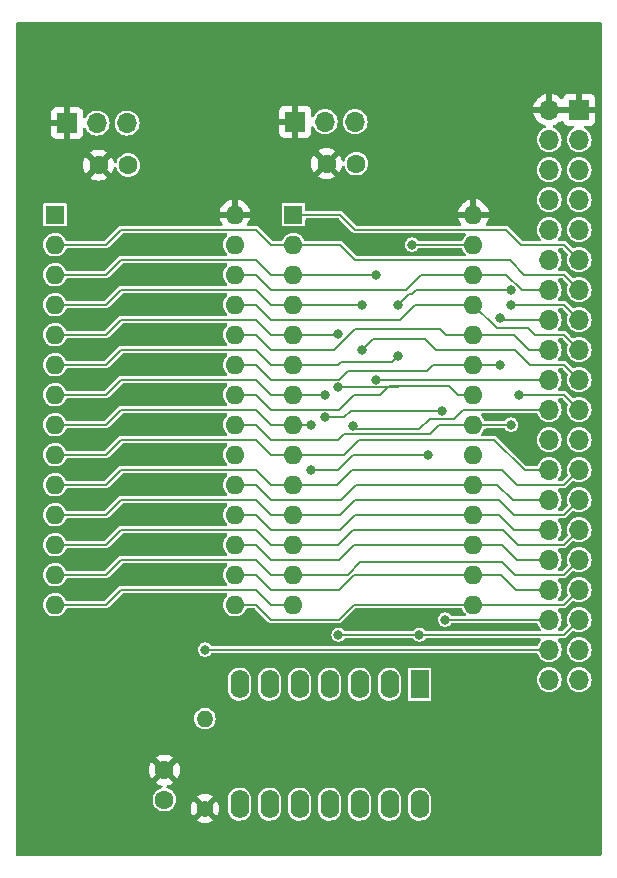
<source format=gtl>
G04 #@! TF.GenerationSoftware,KiCad,Pcbnew,(6.0.1)*
G04 #@! TF.CreationDate,2022-09-17T15:50:42-04:00*
G04 #@! TF.ProjectId,LB-MEM-02,4c422d4d-454d-42d3-9032-2e6b69636164,1*
G04 #@! TF.SameCoordinates,Original*
G04 #@! TF.FileFunction,Copper,L1,Top*
G04 #@! TF.FilePolarity,Positive*
%FSLAX46Y46*%
G04 Gerber Fmt 4.6, Leading zero omitted, Abs format (unit mm)*
G04 Created by KiCad (PCBNEW (6.0.1)) date 2022-09-17 15:50:42*
%MOMM*%
%LPD*%
G01*
G04 APERTURE LIST*
G04 #@! TA.AperFunction,ComponentPad*
%ADD10C,1.400000*%
G04 #@! TD*
G04 #@! TA.AperFunction,ComponentPad*
%ADD11O,1.400000X1.400000*%
G04 #@! TD*
G04 #@! TA.AperFunction,ComponentPad*
%ADD12R,1.600000X1.600000*%
G04 #@! TD*
G04 #@! TA.AperFunction,ComponentPad*
%ADD13O,1.600000X1.600000*%
G04 #@! TD*
G04 #@! TA.AperFunction,ComponentPad*
%ADD14R,1.700000X1.700000*%
G04 #@! TD*
G04 #@! TA.AperFunction,ComponentPad*
%ADD15O,1.700000X1.700000*%
G04 #@! TD*
G04 #@! TA.AperFunction,ComponentPad*
%ADD16R,1.600000X2.400000*%
G04 #@! TD*
G04 #@! TA.AperFunction,ComponentPad*
%ADD17O,1.600000X2.400000*%
G04 #@! TD*
G04 #@! TA.AperFunction,ComponentPad*
%ADD18C,1.600000*%
G04 #@! TD*
G04 #@! TA.AperFunction,ViaPad*
%ADD19C,0.800000*%
G04 #@! TD*
G04 #@! TA.AperFunction,Conductor*
%ADD20C,0.203200*%
G04 #@! TD*
G04 APERTURE END LIST*
D10*
X148209000Y-113792000D03*
D11*
X148209000Y-106172000D03*
D12*
X155702000Y-63500000D03*
D13*
X155702000Y-66040000D03*
X155702000Y-68580000D03*
X155702000Y-71120000D03*
X155702000Y-73660000D03*
X155702000Y-76200000D03*
X155702000Y-78740000D03*
X155702000Y-81280000D03*
X155702000Y-83820000D03*
X155702000Y-86360000D03*
X155702000Y-88900000D03*
X155702000Y-91440000D03*
X155702000Y-93980000D03*
X155702000Y-96520000D03*
X170942000Y-96520000D03*
X170942000Y-93980000D03*
X170942000Y-91440000D03*
X170942000Y-88900000D03*
X170942000Y-86360000D03*
X170942000Y-83820000D03*
X170942000Y-81280000D03*
X170942000Y-78740000D03*
X170942000Y-76200000D03*
X170942000Y-73660000D03*
X170942000Y-71120000D03*
X170942000Y-68580000D03*
X170942000Y-66040000D03*
X170942000Y-63500000D03*
D14*
X179890000Y-54615000D03*
D15*
X177350000Y-54615000D03*
X179890000Y-57155000D03*
X177350000Y-57155000D03*
X179890000Y-59695000D03*
X177350000Y-59695000D03*
X179890000Y-62235000D03*
X177350000Y-62235000D03*
X179890000Y-64775000D03*
X177350000Y-64775000D03*
X179890000Y-67315000D03*
X177350000Y-67315000D03*
X179890000Y-69855000D03*
X177350000Y-69855000D03*
X179890000Y-72395000D03*
X177350000Y-72395000D03*
X179890000Y-74935000D03*
X177350000Y-74935000D03*
X179890000Y-77475000D03*
X177350000Y-77475000D03*
X179890000Y-80015000D03*
X177350000Y-80015000D03*
X179890000Y-82555000D03*
X177350000Y-82555000D03*
X179890000Y-85095000D03*
X177350000Y-85095000D03*
X179890000Y-87635000D03*
X177350000Y-87635000D03*
X179890000Y-90175000D03*
X177350000Y-90175000D03*
X179890000Y-92715000D03*
X177350000Y-92715000D03*
X179890000Y-95255000D03*
X177350000Y-95255000D03*
X179890000Y-97795000D03*
X177350000Y-97795000D03*
X179890000Y-100335000D03*
X177350000Y-100335000D03*
X179890000Y-102875000D03*
X177350000Y-102875000D03*
D16*
X166375000Y-103256000D03*
D17*
X163835000Y-103256000D03*
X161295000Y-103256000D03*
X158755000Y-103256000D03*
X156215000Y-103256000D03*
X153675000Y-103256000D03*
X151135000Y-103256000D03*
X151135000Y-113416000D03*
X153675000Y-113416000D03*
X156215000Y-113416000D03*
X158755000Y-113416000D03*
X161295000Y-113416000D03*
X163835000Y-113416000D03*
X166375000Y-113416000D03*
D12*
X135507000Y-63500000D03*
D13*
X135507000Y-66040000D03*
X135507000Y-68580000D03*
X135507000Y-71120000D03*
X135507000Y-73660000D03*
X135507000Y-76200000D03*
X135507000Y-78740000D03*
X135507000Y-81280000D03*
X135507000Y-83820000D03*
X135507000Y-86360000D03*
X135507000Y-88900000D03*
X135507000Y-91440000D03*
X135507000Y-93980000D03*
X135507000Y-96520000D03*
X150747000Y-96520000D03*
X150747000Y-93980000D03*
X150747000Y-91440000D03*
X150747000Y-88900000D03*
X150747000Y-86360000D03*
X150747000Y-83820000D03*
X150747000Y-81280000D03*
X150747000Y-78740000D03*
X150747000Y-76200000D03*
X150747000Y-73660000D03*
X150747000Y-71120000D03*
X150747000Y-68580000D03*
X150747000Y-66040000D03*
X150747000Y-63500000D03*
D18*
X144780000Y-113030000D03*
X144780000Y-110530000D03*
X141712000Y-59309000D03*
X139212000Y-59309000D03*
D14*
X136540000Y-55753000D03*
D15*
X139080000Y-55753000D03*
X141620000Y-55753000D03*
D14*
X155844000Y-55626000D03*
D15*
X158384000Y-55626000D03*
X160924000Y-55626000D03*
D18*
X161016000Y-59182000D03*
X158516000Y-59182000D03*
D19*
X168275000Y-80118500D03*
X160782000Y-81388500D03*
X158369000Y-80663500D03*
X158369000Y-78740000D03*
X159508425Y-78123500D03*
X157226000Y-81280000D03*
X157226000Y-85090000D03*
X167132000Y-83820000D03*
X168529000Y-97790000D03*
X159512000Y-99060000D03*
X148209000Y-100330000D03*
X165735000Y-66040000D03*
X166370000Y-99060000D03*
X159494405Y-73642405D03*
X164592000Y-75438000D03*
X164592000Y-71120000D03*
X174099405Y-69867595D03*
X174770500Y-78740000D03*
X162687000Y-68580000D03*
X161544000Y-71120000D03*
X162687000Y-77470000D03*
X161544000Y-74930000D03*
X174117000Y-81280000D03*
X174117000Y-71120000D03*
X173228000Y-76200000D03*
X173228000Y-72263000D03*
D20*
X178625000Y-88900000D02*
X179890000Y-87635000D01*
X174371000Y-88900000D02*
X178625000Y-88900000D01*
X159639000Y-88900000D02*
X160909000Y-87630000D01*
X160909000Y-87630000D02*
X173101000Y-87630000D01*
X155702000Y-88900000D02*
X159639000Y-88900000D01*
X173101000Y-87630000D02*
X174371000Y-88900000D01*
X174752000Y-91440000D02*
X178625000Y-91440000D01*
X173482000Y-90170000D02*
X174752000Y-91440000D01*
X178625000Y-91440000D02*
X179890000Y-90175000D01*
X160782000Y-90170000D02*
X173482000Y-90170000D01*
X159512000Y-91440000D02*
X160782000Y-90170000D01*
X155702000Y-91440000D02*
X159512000Y-91440000D01*
X160001500Y-80663500D02*
X158369000Y-80663500D01*
X168275000Y-80118500D02*
X160546500Y-80118500D01*
X160546500Y-80118500D02*
X160001500Y-80663500D01*
X167259000Y-80772000D02*
X166344120Y-81686880D01*
X161080380Y-81686880D02*
X160782000Y-81388500D01*
X167259000Y-80772000D02*
X169301000Y-80772000D01*
X166344120Y-81686880D02*
X161080380Y-81686880D01*
X167259000Y-82042000D02*
X168021000Y-81280000D01*
X159512000Y-82550000D02*
X160020000Y-82042000D01*
X168021000Y-81280000D02*
X170942000Y-81280000D01*
X153797000Y-82550000D02*
X159512000Y-82550000D01*
X160020000Y-82042000D02*
X167259000Y-82042000D01*
X152527000Y-81280000D02*
X153797000Y-82550000D01*
X150747000Y-81280000D02*
X152527000Y-81280000D01*
X155702000Y-78740000D02*
X158369000Y-78740000D01*
X159508425Y-78123500D02*
X164573500Y-78123500D01*
X164719000Y-77978000D02*
X168910000Y-77978000D01*
X163830000Y-77978000D02*
X164719000Y-77978000D01*
X164573500Y-78123500D02*
X164719000Y-77978000D01*
X169672000Y-78740000D02*
X170942000Y-78740000D01*
X168910000Y-77978000D02*
X169672000Y-78740000D01*
X163068000Y-78740000D02*
X163830000Y-77978000D01*
X159517000Y-80010000D02*
X160787000Y-78740000D01*
X160787000Y-78740000D02*
X163068000Y-78740000D01*
X170058000Y-80015000D02*
X177350000Y-80015000D01*
X169301000Y-80772000D02*
X170058000Y-80015000D01*
X157226000Y-81280000D02*
X155702000Y-81280000D01*
X159512000Y-85090000D02*
X157226000Y-85090000D01*
X160782000Y-83820000D02*
X159512000Y-85090000D01*
X167132000Y-83820000D02*
X160782000Y-83820000D01*
X168534000Y-97795000D02*
X168529000Y-97790000D01*
X177350000Y-97795000D02*
X168534000Y-97795000D01*
X159512000Y-99060000D02*
X166370000Y-99060000D01*
X148214000Y-100335000D02*
X148209000Y-100330000D01*
X177350000Y-100335000D02*
X148214000Y-100335000D01*
X159385000Y-86360000D02*
X155702000Y-86360000D01*
X160655000Y-85090000D02*
X159385000Y-86360000D01*
X173355000Y-85090000D02*
X160655000Y-85090000D01*
X174625000Y-86360000D02*
X173355000Y-85090000D01*
X178625000Y-86360000D02*
X174625000Y-86360000D01*
X179890000Y-85095000D02*
X178625000Y-86360000D01*
X165735000Y-66040000D02*
X170942000Y-66040000D01*
X178625000Y-99060000D02*
X166370000Y-99060000D01*
X179890000Y-97795000D02*
X178625000Y-99060000D01*
X159476810Y-73660000D02*
X155702000Y-73660000D01*
X159494405Y-73642405D02*
X159476810Y-73660000D01*
X168656000Y-73660000D02*
X170942000Y-73660000D01*
X168148000Y-73152000D02*
X168656000Y-73660000D01*
X160909000Y-73152000D02*
X168148000Y-73152000D01*
X159131000Y-74930000D02*
X160909000Y-73152000D01*
X153802000Y-74930000D02*
X159131000Y-74930000D01*
X152532000Y-73660000D02*
X153802000Y-74930000D01*
X150747000Y-73660000D02*
X152532000Y-73660000D01*
X153802000Y-77470000D02*
X152532000Y-76200000D01*
X159517000Y-77470000D02*
X153802000Y-77470000D01*
X152532000Y-76200000D02*
X150747000Y-76200000D01*
X167005000Y-76708000D02*
X160279000Y-76708000D01*
X167513000Y-76200000D02*
X167005000Y-76708000D01*
X160279000Y-76708000D02*
X159517000Y-77470000D01*
X170942000Y-76200000D02*
X167513000Y-76200000D01*
X159766000Y-75946000D02*
X164084000Y-75946000D01*
X159512000Y-76200000D02*
X159766000Y-75946000D01*
X155702000Y-76200000D02*
X159512000Y-76200000D01*
X164084000Y-75946000D02*
X164592000Y-75438000D01*
X175768000Y-76200000D02*
X178615000Y-76200000D01*
X174498000Y-74930000D02*
X175768000Y-76200000D01*
X167767000Y-74930000D02*
X174498000Y-74930000D01*
X178615000Y-76200000D02*
X179890000Y-77475000D01*
X166878000Y-74041000D02*
X167767000Y-74930000D01*
X162433000Y-74041000D02*
X166878000Y-74041000D01*
X161544000Y-74930000D02*
X162433000Y-74041000D01*
X165481000Y-70231000D02*
X164592000Y-71120000D01*
X165735000Y-70231000D02*
X165481000Y-70231000D01*
X166098405Y-69867595D02*
X165735000Y-70231000D01*
X166641595Y-69867595D02*
X166098405Y-69867595D01*
X174099405Y-69867595D02*
X166641595Y-69867595D01*
X178435000Y-78740000D02*
X174770500Y-78740000D01*
X178615000Y-78740000D02*
X178435000Y-78740000D01*
X179890000Y-80015000D02*
X178615000Y-78740000D01*
X155702000Y-68580000D02*
X162687000Y-68580000D01*
X165227000Y-69850000D02*
X166497000Y-68580000D01*
X153802000Y-69850000D02*
X165227000Y-69850000D01*
X166497000Y-68580000D02*
X170942000Y-68580000D01*
X150747000Y-68580000D02*
X152532000Y-68580000D01*
X152532000Y-68580000D02*
X153802000Y-69850000D01*
X155702000Y-71120000D02*
X161544000Y-71120000D01*
X164719000Y-72390000D02*
X165989000Y-71120000D01*
X153802000Y-72390000D02*
X164719000Y-72390000D01*
X152532000Y-71120000D02*
X153802000Y-72390000D01*
X150747000Y-71120000D02*
X152532000Y-71120000D01*
X165989000Y-71120000D02*
X170942000Y-71120000D01*
X162692000Y-77475000D02*
X162687000Y-77470000D01*
X177350000Y-77475000D02*
X162692000Y-77475000D01*
X159385000Y-71120000D02*
X155702000Y-71120000D01*
X161163000Y-74930000D02*
X161544000Y-74930000D01*
X174371000Y-73660000D02*
X175646000Y-74935000D01*
X175646000Y-74935000D02*
X177350000Y-74935000D01*
X170942000Y-73660000D02*
X174371000Y-73660000D01*
X172910500Y-73088500D02*
X175577500Y-73088500D01*
X175577500Y-73088500D02*
X176149000Y-73660000D01*
X176149000Y-73660000D02*
X178615000Y-73660000D01*
X170942000Y-71120000D02*
X172910500Y-73088500D01*
X174117000Y-81280000D02*
X170942000Y-81280000D01*
X179890000Y-72395000D02*
X178615000Y-71120000D01*
X178615000Y-71120000D02*
X174117000Y-71120000D01*
X173228000Y-76200000D02*
X170942000Y-76200000D01*
X177350000Y-72395000D02*
X173360000Y-72395000D01*
X173360000Y-72395000D02*
X173228000Y-72263000D01*
X159639000Y-66040000D02*
X155702000Y-66040000D01*
X160909000Y-67310000D02*
X159639000Y-66040000D01*
X174117000Y-67310000D02*
X160909000Y-67310000D01*
X174117000Y-67437000D02*
X174117000Y-67310000D01*
X175260000Y-68580000D02*
X174117000Y-67437000D01*
X178615000Y-68580000D02*
X175260000Y-68580000D01*
X179890000Y-69855000D02*
X178615000Y-68580000D01*
X175011000Y-69855000D02*
X173736000Y-68580000D01*
X177350000Y-69855000D02*
X175011000Y-69855000D01*
X170942000Y-68580000D02*
X173736000Y-68580000D01*
X173736000Y-64770000D02*
X160909000Y-64770000D01*
X175006000Y-66040000D02*
X173736000Y-64770000D01*
X159639000Y-63500000D02*
X155702000Y-63500000D01*
X178615000Y-66040000D02*
X175006000Y-66040000D01*
X160909000Y-64770000D02*
X159639000Y-63500000D01*
X179890000Y-67315000D02*
X178615000Y-66040000D01*
X135507000Y-96520000D02*
X139832000Y-96520000D01*
X141102000Y-95250000D02*
X152532000Y-95250000D01*
X139832000Y-96520000D02*
X141102000Y-95250000D01*
X153802000Y-96520000D02*
X155702000Y-96520000D01*
X152532000Y-95250000D02*
X153802000Y-96520000D01*
X152532000Y-64770000D02*
X153802000Y-66040000D01*
X139832000Y-66040000D02*
X141102000Y-64770000D01*
X135507000Y-66040000D02*
X139832000Y-66040000D01*
X141102000Y-64770000D02*
X152532000Y-64770000D01*
X153802000Y-66040000D02*
X155702000Y-66040000D01*
X173355000Y-94107000D02*
X173355000Y-93980000D01*
X150747000Y-93980000D02*
X152532000Y-93980000D01*
X177350000Y-95255000D02*
X174503000Y-95255000D01*
X152532000Y-93980000D02*
X153802000Y-95250000D01*
X160787000Y-93980000D02*
X170942000Y-93980000D01*
X170942000Y-93980000D02*
X173355000Y-93980000D01*
X174503000Y-95255000D02*
X173355000Y-94107000D01*
X153802000Y-95250000D02*
X159517000Y-95250000D01*
X159517000Y-95250000D02*
X160787000Y-93980000D01*
X152532000Y-96520000D02*
X153802000Y-97790000D01*
X159517000Y-97790000D02*
X160787000Y-96520000D01*
X160787000Y-96520000D02*
X170942000Y-96520000D01*
X178625000Y-96520000D02*
X179890000Y-95255000D01*
X153802000Y-97790000D02*
X159517000Y-97790000D01*
X170942000Y-96520000D02*
X178625000Y-96520000D01*
X150747000Y-96520000D02*
X152532000Y-96520000D01*
X160787000Y-91440000D02*
X170942000Y-91440000D01*
X174630000Y-92715000D02*
X173355000Y-91440000D01*
X152532000Y-91440000D02*
X153802000Y-92710000D01*
X153802000Y-92710000D02*
X159517000Y-92710000D01*
X177350000Y-92715000D02*
X174630000Y-92715000D01*
X159517000Y-92710000D02*
X160787000Y-91440000D01*
X150747000Y-91440000D02*
X152532000Y-91440000D01*
X170942000Y-91440000D02*
X173355000Y-91440000D01*
X174376000Y-90175000D02*
X173101000Y-88900000D01*
X160909000Y-88900000D02*
X159639000Y-90170000D01*
X170942000Y-88900000D02*
X173101000Y-88900000D01*
X170942000Y-88900000D02*
X160909000Y-88900000D01*
X177350000Y-90175000D02*
X174376000Y-90175000D01*
X152527000Y-88900000D02*
X153797000Y-90170000D01*
X150747000Y-88900000D02*
X152527000Y-88900000D01*
X153797000Y-90170000D02*
X159639000Y-90170000D01*
X153802000Y-86360000D02*
X155702000Y-86360000D01*
X152532000Y-85090000D02*
X153802000Y-86360000D01*
X141102000Y-85090000D02*
X152532000Y-85090000D01*
X135507000Y-86360000D02*
X139832000Y-86360000D01*
X139832000Y-86360000D02*
X141102000Y-85090000D01*
X177350000Y-85095000D02*
X175265000Y-85095000D01*
X175265000Y-85095000D02*
X172720000Y-82550000D01*
X155702000Y-83820000D02*
X160020000Y-83820000D01*
X141102000Y-82550000D02*
X152532000Y-82550000D01*
X139832000Y-83820000D02*
X141102000Y-82550000D01*
X153802000Y-83820000D02*
X155702000Y-83820000D01*
X161290000Y-82550000D02*
X172720000Y-82550000D01*
X160020000Y-83820000D02*
X161290000Y-82550000D01*
X152532000Y-82550000D02*
X153802000Y-83820000D01*
X135507000Y-83820000D02*
X139832000Y-83820000D01*
X155702000Y-93980000D02*
X160284784Y-93980000D01*
X174446022Y-93980000D02*
X173392511Y-92926489D01*
X161338295Y-92926489D02*
X173392511Y-92926489D01*
X152532000Y-92710000D02*
X153802000Y-93980000D01*
X141102000Y-92710000D02*
X152532000Y-92710000D01*
X178625000Y-93980000D02*
X174446022Y-93980000D01*
X153802000Y-93980000D02*
X155702000Y-93980000D01*
X160284784Y-93980000D02*
X161338295Y-92926489D01*
X139832000Y-93980000D02*
X141102000Y-92710000D01*
X178625000Y-93980000D02*
X179890000Y-92715000D01*
X135507000Y-93980000D02*
X139832000Y-93980000D01*
X141102000Y-80010000D02*
X152532000Y-80010000D01*
X135507000Y-81280000D02*
X139832000Y-81280000D01*
X152532000Y-80010000D02*
X153802000Y-81280000D01*
X153802000Y-81280000D02*
X155702000Y-81280000D01*
X139832000Y-81280000D02*
X141102000Y-80010000D01*
X150747000Y-86360000D02*
X152532000Y-86360000D01*
X174249000Y-87635000D02*
X172974000Y-86360000D01*
X152532000Y-86360000D02*
X153802000Y-87630000D01*
X161036000Y-86360000D02*
X159766000Y-87630000D01*
X153802000Y-87630000D02*
X159766000Y-87630000D01*
X170942000Y-86360000D02*
X172974000Y-86360000D01*
X170942000Y-86360000D02*
X161036000Y-86360000D01*
X177350000Y-87635000D02*
X174249000Y-87635000D01*
X139832000Y-78740000D02*
X141102000Y-77470000D01*
X153802000Y-78740000D02*
X155702000Y-78740000D01*
X135507000Y-78740000D02*
X139832000Y-78740000D01*
X141102000Y-77470000D02*
X152532000Y-77470000D01*
X152532000Y-77470000D02*
X153802000Y-78740000D01*
X152532000Y-87630000D02*
X153802000Y-88900000D01*
X139832000Y-88900000D02*
X141102000Y-87630000D01*
X153802000Y-88900000D02*
X155702000Y-88900000D01*
X135507000Y-88900000D02*
X139832000Y-88900000D01*
X141102000Y-87630000D02*
X152532000Y-87630000D01*
X139832000Y-76200000D02*
X141102000Y-74930000D01*
X153802000Y-76200000D02*
X155702000Y-76200000D01*
X141102000Y-74930000D02*
X152532000Y-74930000D01*
X135507000Y-76200000D02*
X139832000Y-76200000D01*
X152532000Y-74930000D02*
X153802000Y-76200000D01*
X153802000Y-91440000D02*
X155702000Y-91440000D01*
X139832000Y-91440000D02*
X141102000Y-90170000D01*
X152532000Y-90170000D02*
X153802000Y-91440000D01*
X135507000Y-91440000D02*
X139832000Y-91440000D01*
X141102000Y-90170000D02*
X152532000Y-90170000D01*
X139832000Y-73660000D02*
X141102000Y-72390000D01*
X153802000Y-73660000D02*
X155702000Y-73660000D01*
X152532000Y-72390000D02*
X153802000Y-73660000D01*
X135507000Y-73660000D02*
X139832000Y-73660000D01*
X141102000Y-72390000D02*
X152532000Y-72390000D01*
X141102000Y-69850000D02*
X152532000Y-69850000D01*
X135507000Y-71120000D02*
X139832000Y-71120000D01*
X153802000Y-71120000D02*
X155702000Y-71120000D01*
X152532000Y-69850000D02*
X153802000Y-71120000D01*
X139832000Y-71120000D02*
X141102000Y-69850000D01*
X139832000Y-68580000D02*
X141102000Y-67310000D01*
X153802000Y-68580000D02*
X155702000Y-68580000D01*
X141102000Y-67310000D02*
X152532000Y-67310000D01*
X135507000Y-68580000D02*
X139832000Y-68580000D01*
X152532000Y-67310000D02*
X153802000Y-68580000D01*
X178615000Y-73660000D02*
X179890000Y-74935000D01*
X152532000Y-78740000D02*
X153802000Y-80010000D01*
X150747000Y-78740000D02*
X152532000Y-78740000D01*
X153802000Y-80010000D02*
X159517000Y-80010000D01*
G04 #@! TA.AperFunction,Conductor*
G36*
X181738921Y-47223202D02*
G01*
X181785414Y-47276858D01*
X181796800Y-47329200D01*
X181796800Y-117670800D01*
X181776798Y-117738921D01*
X181723142Y-117785414D01*
X181670800Y-117796800D01*
X132329200Y-117796800D01*
X132261079Y-117776798D01*
X132214586Y-117723142D01*
X132203200Y-117670800D01*
X132203200Y-114806261D01*
X147559294Y-114806261D01*
X147568590Y-114818276D01*
X147598189Y-114839001D01*
X147607677Y-114844479D01*
X147789277Y-114929159D01*
X147799571Y-114932907D01*
X147993122Y-114984769D01*
X148003909Y-114986671D01*
X148203525Y-115004135D01*
X148214475Y-115004135D01*
X148414091Y-114986671D01*
X148424878Y-114984769D01*
X148618429Y-114932907D01*
X148628723Y-114929159D01*
X148810323Y-114844479D01*
X148819811Y-114839001D01*
X148850248Y-114817689D01*
X148858623Y-114807212D01*
X148851554Y-114793764D01*
X148221812Y-114164022D01*
X148207868Y-114156408D01*
X148206035Y-114156539D01*
X148199420Y-114160790D01*
X147565724Y-114794486D01*
X147559294Y-114806261D01*
X132203200Y-114806261D01*
X132203200Y-113015918D01*
X143771542Y-113015918D01*
X143788013Y-113212064D01*
X143789712Y-113217989D01*
X143801557Y-113259296D01*
X143842268Y-113401274D01*
X143845087Y-113406759D01*
X143929424Y-113570861D01*
X143929427Y-113570866D01*
X143932242Y-113576343D01*
X144054506Y-113730602D01*
X144059200Y-113734597D01*
X144115392Y-113782420D01*
X144204403Y-113858175D01*
X144209781Y-113861181D01*
X144209783Y-113861182D01*
X144239439Y-113877756D01*
X144376226Y-113954203D01*
X144382085Y-113956107D01*
X144382088Y-113956108D01*
X144442201Y-113975640D01*
X144563427Y-114015029D01*
X144569537Y-114015758D01*
X144569539Y-114015758D01*
X144636203Y-114023707D01*
X144758878Y-114038335D01*
X144765013Y-114037863D01*
X144765015Y-114037863D01*
X144948992Y-114023707D01*
X144948996Y-114023706D01*
X144955134Y-114023234D01*
X145144719Y-113970301D01*
X145320411Y-113881552D01*
X145350333Y-113858175D01*
X145428025Y-113797475D01*
X146996865Y-113797475D01*
X147014329Y-113997091D01*
X147016231Y-114007878D01*
X147068093Y-114201429D01*
X147071841Y-114211723D01*
X147156521Y-114393323D01*
X147161999Y-114402811D01*
X147183311Y-114433248D01*
X147193788Y-114441623D01*
X147207236Y-114434554D01*
X147836978Y-113804812D01*
X147843356Y-113793132D01*
X148573408Y-113793132D01*
X148573539Y-113794965D01*
X148577790Y-113801580D01*
X149211486Y-114435276D01*
X149223261Y-114441706D01*
X149235276Y-114432410D01*
X149256001Y-114402811D01*
X149261479Y-114393323D01*
X149346159Y-114211723D01*
X149349907Y-114201429D01*
X149401769Y-114007878D01*
X149403671Y-113997091D01*
X149415056Y-113866957D01*
X150131300Y-113866957D01*
X150146730Y-114018863D01*
X150207706Y-114213439D01*
X150306562Y-114391779D01*
X150310718Y-114396628D01*
X150323704Y-114411779D01*
X150439259Y-114546600D01*
X150600377Y-114671575D01*
X150783334Y-114761601D01*
X150789512Y-114763210D01*
X150789514Y-114763211D01*
X150974473Y-114811390D01*
X150974478Y-114811391D01*
X150980656Y-114813000D01*
X151070124Y-114817689D01*
X151177901Y-114823338D01*
X151177906Y-114823338D01*
X151184283Y-114823672D01*
X151385897Y-114793180D01*
X151391881Y-114790978D01*
X151391886Y-114790977D01*
X151571272Y-114724976D01*
X151571273Y-114724975D01*
X151577262Y-114722772D01*
X151750561Y-114615322D01*
X151778200Y-114589185D01*
X151894073Y-114479609D01*
X151894074Y-114479608D01*
X151898714Y-114475220D01*
X152015670Y-114308190D01*
X152096651Y-114121054D01*
X152113932Y-114038335D01*
X152137360Y-113926192D01*
X152137361Y-113926187D01*
X152138349Y-113921456D01*
X152138700Y-113914759D01*
X152138700Y-113866957D01*
X152671300Y-113866957D01*
X152686730Y-114018863D01*
X152747706Y-114213439D01*
X152846562Y-114391779D01*
X152850718Y-114396628D01*
X152863704Y-114411779D01*
X152979259Y-114546600D01*
X153140377Y-114671575D01*
X153323334Y-114761601D01*
X153329512Y-114763210D01*
X153329514Y-114763211D01*
X153514473Y-114811390D01*
X153514478Y-114811391D01*
X153520656Y-114813000D01*
X153610124Y-114817689D01*
X153717901Y-114823338D01*
X153717906Y-114823338D01*
X153724283Y-114823672D01*
X153925897Y-114793180D01*
X153931881Y-114790978D01*
X153931886Y-114790977D01*
X154111272Y-114724976D01*
X154111273Y-114724975D01*
X154117262Y-114722772D01*
X154290561Y-114615322D01*
X154318200Y-114589185D01*
X154434073Y-114479609D01*
X154434074Y-114479608D01*
X154438714Y-114475220D01*
X154555670Y-114308190D01*
X154636651Y-114121054D01*
X154653932Y-114038335D01*
X154677360Y-113926192D01*
X154677361Y-113926187D01*
X154678349Y-113921456D01*
X154678700Y-113914759D01*
X154678700Y-113866957D01*
X155211300Y-113866957D01*
X155226730Y-114018863D01*
X155287706Y-114213439D01*
X155386562Y-114391779D01*
X155390718Y-114396628D01*
X155403704Y-114411779D01*
X155519259Y-114546600D01*
X155680377Y-114671575D01*
X155863334Y-114761601D01*
X155869512Y-114763210D01*
X155869514Y-114763211D01*
X156054473Y-114811390D01*
X156054478Y-114811391D01*
X156060656Y-114813000D01*
X156150124Y-114817689D01*
X156257901Y-114823338D01*
X156257906Y-114823338D01*
X156264283Y-114823672D01*
X156465897Y-114793180D01*
X156471881Y-114790978D01*
X156471886Y-114790977D01*
X156651272Y-114724976D01*
X156651273Y-114724975D01*
X156657262Y-114722772D01*
X156830561Y-114615322D01*
X156858200Y-114589185D01*
X156974073Y-114479609D01*
X156974074Y-114479608D01*
X156978714Y-114475220D01*
X157095670Y-114308190D01*
X157176651Y-114121054D01*
X157193932Y-114038335D01*
X157217360Y-113926192D01*
X157217361Y-113926187D01*
X157218349Y-113921456D01*
X157218700Y-113914759D01*
X157218700Y-113866957D01*
X157751300Y-113866957D01*
X157766730Y-114018863D01*
X157827706Y-114213439D01*
X157926562Y-114391779D01*
X157930718Y-114396628D01*
X157943704Y-114411779D01*
X158059259Y-114546600D01*
X158220377Y-114671575D01*
X158403334Y-114761601D01*
X158409512Y-114763210D01*
X158409514Y-114763211D01*
X158594473Y-114811390D01*
X158594478Y-114811391D01*
X158600656Y-114813000D01*
X158690124Y-114817689D01*
X158797901Y-114823338D01*
X158797906Y-114823338D01*
X158804283Y-114823672D01*
X159005897Y-114793180D01*
X159011881Y-114790978D01*
X159011886Y-114790977D01*
X159191272Y-114724976D01*
X159191273Y-114724975D01*
X159197262Y-114722772D01*
X159370561Y-114615322D01*
X159398200Y-114589185D01*
X159514073Y-114479609D01*
X159514074Y-114479608D01*
X159518714Y-114475220D01*
X159635670Y-114308190D01*
X159716651Y-114121054D01*
X159733932Y-114038335D01*
X159757360Y-113926192D01*
X159757361Y-113926187D01*
X159758349Y-113921456D01*
X159758700Y-113914759D01*
X159758700Y-113866957D01*
X160291300Y-113866957D01*
X160306730Y-114018863D01*
X160367706Y-114213439D01*
X160466562Y-114391779D01*
X160470718Y-114396628D01*
X160483704Y-114411779D01*
X160599259Y-114546600D01*
X160760377Y-114671575D01*
X160943334Y-114761601D01*
X160949512Y-114763210D01*
X160949514Y-114763211D01*
X161134473Y-114811390D01*
X161134478Y-114811391D01*
X161140656Y-114813000D01*
X161230124Y-114817689D01*
X161337901Y-114823338D01*
X161337906Y-114823338D01*
X161344283Y-114823672D01*
X161545897Y-114793180D01*
X161551881Y-114790978D01*
X161551886Y-114790977D01*
X161731272Y-114724976D01*
X161731273Y-114724975D01*
X161737262Y-114722772D01*
X161910561Y-114615322D01*
X161938200Y-114589185D01*
X162054073Y-114479609D01*
X162054074Y-114479608D01*
X162058714Y-114475220D01*
X162175670Y-114308190D01*
X162256651Y-114121054D01*
X162273932Y-114038335D01*
X162297360Y-113926192D01*
X162297361Y-113926187D01*
X162298349Y-113921456D01*
X162298700Y-113914759D01*
X162298700Y-113866957D01*
X162831300Y-113866957D01*
X162846730Y-114018863D01*
X162907706Y-114213439D01*
X163006562Y-114391779D01*
X163010718Y-114396628D01*
X163023704Y-114411779D01*
X163139259Y-114546600D01*
X163300377Y-114671575D01*
X163483334Y-114761601D01*
X163489512Y-114763210D01*
X163489514Y-114763211D01*
X163674473Y-114811390D01*
X163674478Y-114811391D01*
X163680656Y-114813000D01*
X163770124Y-114817689D01*
X163877901Y-114823338D01*
X163877906Y-114823338D01*
X163884283Y-114823672D01*
X164085897Y-114793180D01*
X164091881Y-114790978D01*
X164091886Y-114790977D01*
X164271272Y-114724976D01*
X164271273Y-114724975D01*
X164277262Y-114722772D01*
X164450561Y-114615322D01*
X164478200Y-114589185D01*
X164594073Y-114479609D01*
X164594074Y-114479608D01*
X164598714Y-114475220D01*
X164715670Y-114308190D01*
X164796651Y-114121054D01*
X164813932Y-114038335D01*
X164837360Y-113926192D01*
X164837361Y-113926187D01*
X164838349Y-113921456D01*
X164838700Y-113914759D01*
X164838700Y-113866957D01*
X165371300Y-113866957D01*
X165386730Y-114018863D01*
X165447706Y-114213439D01*
X165546562Y-114391779D01*
X165550718Y-114396628D01*
X165563704Y-114411779D01*
X165679259Y-114546600D01*
X165840377Y-114671575D01*
X166023334Y-114761601D01*
X166029512Y-114763210D01*
X166029514Y-114763211D01*
X166214473Y-114811390D01*
X166214478Y-114811391D01*
X166220656Y-114813000D01*
X166310124Y-114817689D01*
X166417901Y-114823338D01*
X166417906Y-114823338D01*
X166424283Y-114823672D01*
X166625897Y-114793180D01*
X166631881Y-114790978D01*
X166631886Y-114790977D01*
X166811272Y-114724976D01*
X166811273Y-114724975D01*
X166817262Y-114722772D01*
X166990561Y-114615322D01*
X167018200Y-114589185D01*
X167134073Y-114479609D01*
X167134074Y-114479608D01*
X167138714Y-114475220D01*
X167255670Y-114308190D01*
X167336651Y-114121054D01*
X167353932Y-114038335D01*
X167377360Y-113926192D01*
X167377361Y-113926187D01*
X167378349Y-113921456D01*
X167378700Y-113914759D01*
X167378700Y-112965043D01*
X167363270Y-112813137D01*
X167302294Y-112618561D01*
X167203438Y-112440221D01*
X167070741Y-112285400D01*
X166909623Y-112160425D01*
X166726666Y-112070399D01*
X166720488Y-112068790D01*
X166720486Y-112068789D01*
X166535527Y-112020610D01*
X166535522Y-112020609D01*
X166529344Y-112019000D01*
X166439290Y-112014280D01*
X166332099Y-112008662D01*
X166332094Y-112008662D01*
X166325717Y-112008328D01*
X166124103Y-112038820D01*
X166118119Y-112041022D01*
X166118114Y-112041023D01*
X165938728Y-112107024D01*
X165932738Y-112109228D01*
X165759439Y-112216678D01*
X165754801Y-112221064D01*
X165690902Y-112281491D01*
X165611286Y-112356780D01*
X165494330Y-112523810D01*
X165413349Y-112710946D01*
X165412043Y-112717198D01*
X165386339Y-112840238D01*
X165371651Y-112910544D01*
X165371300Y-112917241D01*
X165371300Y-113866957D01*
X164838700Y-113866957D01*
X164838700Y-112965043D01*
X164823270Y-112813137D01*
X164762294Y-112618561D01*
X164663438Y-112440221D01*
X164530741Y-112285400D01*
X164369623Y-112160425D01*
X164186666Y-112070399D01*
X164180488Y-112068790D01*
X164180486Y-112068789D01*
X163995527Y-112020610D01*
X163995522Y-112020609D01*
X163989344Y-112019000D01*
X163899290Y-112014280D01*
X163792099Y-112008662D01*
X163792094Y-112008662D01*
X163785717Y-112008328D01*
X163584103Y-112038820D01*
X163578119Y-112041022D01*
X163578114Y-112041023D01*
X163398728Y-112107024D01*
X163392738Y-112109228D01*
X163219439Y-112216678D01*
X163214801Y-112221064D01*
X163150902Y-112281491D01*
X163071286Y-112356780D01*
X162954330Y-112523810D01*
X162873349Y-112710946D01*
X162872043Y-112717198D01*
X162846339Y-112840238D01*
X162831651Y-112910544D01*
X162831300Y-112917241D01*
X162831300Y-113866957D01*
X162298700Y-113866957D01*
X162298700Y-112965043D01*
X162283270Y-112813137D01*
X162222294Y-112618561D01*
X162123438Y-112440221D01*
X161990741Y-112285400D01*
X161829623Y-112160425D01*
X161646666Y-112070399D01*
X161640488Y-112068790D01*
X161640486Y-112068789D01*
X161455527Y-112020610D01*
X161455522Y-112020609D01*
X161449344Y-112019000D01*
X161359290Y-112014280D01*
X161252099Y-112008662D01*
X161252094Y-112008662D01*
X161245717Y-112008328D01*
X161044103Y-112038820D01*
X161038119Y-112041022D01*
X161038114Y-112041023D01*
X160858728Y-112107024D01*
X160852738Y-112109228D01*
X160679439Y-112216678D01*
X160674801Y-112221064D01*
X160610902Y-112281491D01*
X160531286Y-112356780D01*
X160414330Y-112523810D01*
X160333349Y-112710946D01*
X160332043Y-112717198D01*
X160306339Y-112840238D01*
X160291651Y-112910544D01*
X160291300Y-112917241D01*
X160291300Y-113866957D01*
X159758700Y-113866957D01*
X159758700Y-112965043D01*
X159743270Y-112813137D01*
X159682294Y-112618561D01*
X159583438Y-112440221D01*
X159450741Y-112285400D01*
X159289623Y-112160425D01*
X159106666Y-112070399D01*
X159100488Y-112068790D01*
X159100486Y-112068789D01*
X158915527Y-112020610D01*
X158915522Y-112020609D01*
X158909344Y-112019000D01*
X158819290Y-112014280D01*
X158712099Y-112008662D01*
X158712094Y-112008662D01*
X158705717Y-112008328D01*
X158504103Y-112038820D01*
X158498119Y-112041022D01*
X158498114Y-112041023D01*
X158318728Y-112107024D01*
X158312738Y-112109228D01*
X158139439Y-112216678D01*
X158134801Y-112221064D01*
X158070902Y-112281491D01*
X157991286Y-112356780D01*
X157874330Y-112523810D01*
X157793349Y-112710946D01*
X157792043Y-112717198D01*
X157766339Y-112840238D01*
X157751651Y-112910544D01*
X157751300Y-112917241D01*
X157751300Y-113866957D01*
X157218700Y-113866957D01*
X157218700Y-112965043D01*
X157203270Y-112813137D01*
X157142294Y-112618561D01*
X157043438Y-112440221D01*
X156910741Y-112285400D01*
X156749623Y-112160425D01*
X156566666Y-112070399D01*
X156560488Y-112068790D01*
X156560486Y-112068789D01*
X156375527Y-112020610D01*
X156375522Y-112020609D01*
X156369344Y-112019000D01*
X156279290Y-112014280D01*
X156172099Y-112008662D01*
X156172094Y-112008662D01*
X156165717Y-112008328D01*
X155964103Y-112038820D01*
X155958119Y-112041022D01*
X155958114Y-112041023D01*
X155778728Y-112107024D01*
X155772738Y-112109228D01*
X155599439Y-112216678D01*
X155594801Y-112221064D01*
X155530902Y-112281491D01*
X155451286Y-112356780D01*
X155334330Y-112523810D01*
X155253349Y-112710946D01*
X155252043Y-112717198D01*
X155226339Y-112840238D01*
X155211651Y-112910544D01*
X155211300Y-112917241D01*
X155211300Y-113866957D01*
X154678700Y-113866957D01*
X154678700Y-112965043D01*
X154663270Y-112813137D01*
X154602294Y-112618561D01*
X154503438Y-112440221D01*
X154370741Y-112285400D01*
X154209623Y-112160425D01*
X154026666Y-112070399D01*
X154020488Y-112068790D01*
X154020486Y-112068789D01*
X153835527Y-112020610D01*
X153835522Y-112020609D01*
X153829344Y-112019000D01*
X153739290Y-112014280D01*
X153632099Y-112008662D01*
X153632094Y-112008662D01*
X153625717Y-112008328D01*
X153424103Y-112038820D01*
X153418119Y-112041022D01*
X153418114Y-112041023D01*
X153238728Y-112107024D01*
X153232738Y-112109228D01*
X153059439Y-112216678D01*
X153054801Y-112221064D01*
X152990902Y-112281491D01*
X152911286Y-112356780D01*
X152794330Y-112523810D01*
X152713349Y-112710946D01*
X152712043Y-112717198D01*
X152686339Y-112840238D01*
X152671651Y-112910544D01*
X152671300Y-112917241D01*
X152671300Y-113866957D01*
X152138700Y-113866957D01*
X152138700Y-112965043D01*
X152123270Y-112813137D01*
X152062294Y-112618561D01*
X151963438Y-112440221D01*
X151830741Y-112285400D01*
X151669623Y-112160425D01*
X151486666Y-112070399D01*
X151480488Y-112068790D01*
X151480486Y-112068789D01*
X151295527Y-112020610D01*
X151295522Y-112020609D01*
X151289344Y-112019000D01*
X151199290Y-112014280D01*
X151092099Y-112008662D01*
X151092094Y-112008662D01*
X151085717Y-112008328D01*
X150884103Y-112038820D01*
X150878119Y-112041022D01*
X150878114Y-112041023D01*
X150698728Y-112107024D01*
X150692738Y-112109228D01*
X150519439Y-112216678D01*
X150514801Y-112221064D01*
X150450902Y-112281491D01*
X150371286Y-112356780D01*
X150254330Y-112523810D01*
X150173349Y-112710946D01*
X150172043Y-112717198D01*
X150146339Y-112840238D01*
X150131651Y-112910544D01*
X150131300Y-112917241D01*
X150131300Y-113866957D01*
X149415056Y-113866957D01*
X149421135Y-113797475D01*
X149421135Y-113786525D01*
X149403671Y-113586909D01*
X149401769Y-113576122D01*
X149349907Y-113382571D01*
X149346159Y-113372277D01*
X149261479Y-113190677D01*
X149256001Y-113181189D01*
X149234689Y-113150752D01*
X149224212Y-113142377D01*
X149210764Y-113149446D01*
X148581022Y-113779188D01*
X148573408Y-113793132D01*
X147843356Y-113793132D01*
X147844592Y-113790868D01*
X147844461Y-113789035D01*
X147840210Y-113782420D01*
X147206514Y-113148724D01*
X147194739Y-113142294D01*
X147182724Y-113151590D01*
X147161999Y-113181189D01*
X147156521Y-113190677D01*
X147071841Y-113372277D01*
X147068093Y-113382571D01*
X147016231Y-113576122D01*
X147014329Y-113586909D01*
X146996865Y-113786525D01*
X146996865Y-113797475D01*
X145428025Y-113797475D01*
X145470659Y-113764166D01*
X145470660Y-113764165D01*
X145475520Y-113760368D01*
X145604136Y-113611364D01*
X145618029Y-113586909D01*
X145698316Y-113445580D01*
X145698318Y-113445575D01*
X145701362Y-113440217D01*
X145763493Y-113253444D01*
X145777535Y-113142294D01*
X145787721Y-113061664D01*
X145787722Y-113061655D01*
X145788163Y-113058161D01*
X145788556Y-113030000D01*
X145769348Y-112834104D01*
X145767031Y-112826428D01*
X145752044Y-112776788D01*
X147559377Y-112776788D01*
X147566446Y-112790236D01*
X148196188Y-113419978D01*
X148210132Y-113427592D01*
X148211965Y-113427461D01*
X148218580Y-113423210D01*
X148852276Y-112789514D01*
X148858706Y-112777739D01*
X148849410Y-112765724D01*
X148819811Y-112744999D01*
X148810323Y-112739521D01*
X148628723Y-112654841D01*
X148618429Y-112651093D01*
X148424878Y-112599231D01*
X148414091Y-112597329D01*
X148214475Y-112579865D01*
X148203525Y-112579865D01*
X148003909Y-112597329D01*
X147993122Y-112599231D01*
X147799571Y-112651093D01*
X147789277Y-112654841D01*
X147607677Y-112739521D01*
X147598189Y-112744999D01*
X147567752Y-112766311D01*
X147559377Y-112776788D01*
X145752044Y-112776788D01*
X145714237Y-112651569D01*
X145712456Y-112645669D01*
X145620048Y-112471874D01*
X145522600Y-112352391D01*
X145499537Y-112324112D01*
X145499534Y-112324109D01*
X145495642Y-112319337D01*
X145490893Y-112315408D01*
X145348727Y-112197798D01*
X145348723Y-112197796D01*
X145343977Y-112193869D01*
X145170831Y-112100249D01*
X145147869Y-112093141D01*
X145074400Y-112070399D01*
X145032296Y-112057366D01*
X144973136Y-112018115D01*
X144944588Y-111953111D01*
X144955716Y-111882992D01*
X145002987Y-111830020D01*
X145036943Y-111815294D01*
X145223761Y-111765236D01*
X145234053Y-111761490D01*
X145431511Y-111669414D01*
X145441006Y-111663931D01*
X145493048Y-111627491D01*
X145501424Y-111617012D01*
X145494356Y-111603566D01*
X144792812Y-110902022D01*
X144778868Y-110894408D01*
X144777035Y-110894539D01*
X144770420Y-110898790D01*
X144064923Y-111604287D01*
X144058493Y-111616062D01*
X144067789Y-111628077D01*
X144118994Y-111663931D01*
X144128489Y-111669414D01*
X144325947Y-111761490D01*
X144336239Y-111765236D01*
X144524057Y-111815561D01*
X144584680Y-111852513D01*
X144615701Y-111916373D01*
X144607273Y-111986868D01*
X144562070Y-112041615D01*
X144527022Y-112058141D01*
X144408104Y-112093141D01*
X144408097Y-112093144D01*
X144402188Y-112094883D01*
X144227752Y-112186076D01*
X144074350Y-112309414D01*
X143947827Y-112460199D01*
X143853001Y-112632688D01*
X143851140Y-112638555D01*
X143851139Y-112638557D01*
X143830035Y-112705086D01*
X143793483Y-112820309D01*
X143771542Y-113015918D01*
X132203200Y-113015918D01*
X132203200Y-110535475D01*
X143467483Y-110535475D01*
X143486472Y-110752519D01*
X143488375Y-110763312D01*
X143544764Y-110973761D01*
X143548510Y-110984053D01*
X143640586Y-111181511D01*
X143646069Y-111191006D01*
X143682509Y-111243048D01*
X143692988Y-111251424D01*
X143706434Y-111244356D01*
X144407978Y-110542812D01*
X144414356Y-110531132D01*
X145144408Y-110531132D01*
X145144539Y-110532965D01*
X145148790Y-110539580D01*
X145854287Y-111245077D01*
X145866062Y-111251507D01*
X145878077Y-111242211D01*
X145913931Y-111191006D01*
X145919414Y-111181511D01*
X146011490Y-110984053D01*
X146015236Y-110973761D01*
X146071625Y-110763312D01*
X146073528Y-110752519D01*
X146092517Y-110535475D01*
X146092517Y-110524525D01*
X146073528Y-110307481D01*
X146071625Y-110296688D01*
X146015236Y-110086239D01*
X146011490Y-110075947D01*
X145919414Y-109878489D01*
X145913931Y-109868994D01*
X145877491Y-109816952D01*
X145867012Y-109808576D01*
X145853566Y-109815644D01*
X145152022Y-110517188D01*
X145144408Y-110531132D01*
X144414356Y-110531132D01*
X144415592Y-110528868D01*
X144415461Y-110527035D01*
X144411210Y-110520420D01*
X143705713Y-109814923D01*
X143693938Y-109808493D01*
X143681923Y-109817789D01*
X143646069Y-109868994D01*
X143640586Y-109878489D01*
X143548510Y-110075947D01*
X143544764Y-110086239D01*
X143488375Y-110296688D01*
X143486472Y-110307481D01*
X143467483Y-110524525D01*
X143467483Y-110535475D01*
X132203200Y-110535475D01*
X132203200Y-109442988D01*
X144058576Y-109442988D01*
X144065644Y-109456434D01*
X144767188Y-110157978D01*
X144781132Y-110165592D01*
X144782965Y-110165461D01*
X144789580Y-110161210D01*
X145495077Y-109455713D01*
X145501507Y-109443938D01*
X145492211Y-109431923D01*
X145441006Y-109396069D01*
X145431511Y-109390586D01*
X145234053Y-109298510D01*
X145223761Y-109294764D01*
X145013312Y-109238375D01*
X145002519Y-109236472D01*
X144785475Y-109217483D01*
X144774525Y-109217483D01*
X144557481Y-109236472D01*
X144546688Y-109238375D01*
X144336239Y-109294764D01*
X144325947Y-109298510D01*
X144128489Y-109390586D01*
X144118994Y-109396069D01*
X144066952Y-109432509D01*
X144058576Y-109442988D01*
X132203200Y-109442988D01*
X132203200Y-106172000D01*
X147300322Y-106172000D01*
X147320179Y-106360925D01*
X147378881Y-106541593D01*
X147473864Y-106706108D01*
X147600976Y-106847279D01*
X147754661Y-106958938D01*
X147760689Y-106961622D01*
X147760691Y-106961623D01*
X147922172Y-107033519D01*
X147928203Y-107036204D01*
X148021110Y-107055952D01*
X148107560Y-107074328D01*
X148107564Y-107074328D01*
X148114017Y-107075700D01*
X148303983Y-107075700D01*
X148310436Y-107074328D01*
X148310440Y-107074328D01*
X148396890Y-107055952D01*
X148489797Y-107036204D01*
X148495828Y-107033519D01*
X148657309Y-106961623D01*
X148657311Y-106961622D01*
X148663339Y-106958938D01*
X148817024Y-106847279D01*
X148944136Y-106706108D01*
X149039119Y-106541593D01*
X149097821Y-106360925D01*
X149117678Y-106172000D01*
X149097821Y-105983075D01*
X149039119Y-105802407D01*
X148944136Y-105637892D01*
X148817024Y-105496721D01*
X148663339Y-105385062D01*
X148657311Y-105382378D01*
X148657309Y-105382377D01*
X148495828Y-105310481D01*
X148495827Y-105310481D01*
X148489797Y-105307796D01*
X148396890Y-105288048D01*
X148310440Y-105269672D01*
X148310436Y-105269672D01*
X148303983Y-105268300D01*
X148114017Y-105268300D01*
X148107564Y-105269672D01*
X148107560Y-105269672D01*
X148021110Y-105288048D01*
X147928203Y-105307796D01*
X147922173Y-105310481D01*
X147922172Y-105310481D01*
X147760691Y-105382377D01*
X147760689Y-105382378D01*
X147754661Y-105385062D01*
X147600976Y-105496721D01*
X147473864Y-105637892D01*
X147378881Y-105802407D01*
X147320179Y-105983075D01*
X147300322Y-106172000D01*
X132203200Y-106172000D01*
X132203200Y-103706957D01*
X150131300Y-103706957D01*
X150135412Y-103747436D01*
X150145347Y-103845243D01*
X150146730Y-103858863D01*
X150207706Y-104053439D01*
X150306562Y-104231779D01*
X150439259Y-104386600D01*
X150600377Y-104511575D01*
X150783334Y-104601601D01*
X150789512Y-104603210D01*
X150789514Y-104603211D01*
X150974473Y-104651390D01*
X150974478Y-104651391D01*
X150980656Y-104653000D01*
X151070710Y-104657720D01*
X151177901Y-104663338D01*
X151177906Y-104663338D01*
X151184283Y-104663672D01*
X151385897Y-104633180D01*
X151391881Y-104630978D01*
X151391886Y-104630977D01*
X151571272Y-104564976D01*
X151571273Y-104564975D01*
X151577262Y-104562772D01*
X151604639Y-104545798D01*
X151666139Y-104507666D01*
X151750561Y-104455322D01*
X151778200Y-104429185D01*
X151894073Y-104319609D01*
X151894074Y-104319608D01*
X151898714Y-104315220D01*
X152015670Y-104148190D01*
X152096651Y-103961054D01*
X152116969Y-103863799D01*
X152137360Y-103766192D01*
X152137361Y-103766187D01*
X152138349Y-103761456D01*
X152138700Y-103754759D01*
X152138700Y-103706957D01*
X152671300Y-103706957D01*
X152675412Y-103747436D01*
X152685347Y-103845243D01*
X152686730Y-103858863D01*
X152747706Y-104053439D01*
X152846562Y-104231779D01*
X152979259Y-104386600D01*
X153140377Y-104511575D01*
X153323334Y-104601601D01*
X153329512Y-104603210D01*
X153329514Y-104603211D01*
X153514473Y-104651390D01*
X153514478Y-104651391D01*
X153520656Y-104653000D01*
X153610710Y-104657720D01*
X153717901Y-104663338D01*
X153717906Y-104663338D01*
X153724283Y-104663672D01*
X153925897Y-104633180D01*
X153931881Y-104630978D01*
X153931886Y-104630977D01*
X154111272Y-104564976D01*
X154111273Y-104564975D01*
X154117262Y-104562772D01*
X154144639Y-104545798D01*
X154206139Y-104507666D01*
X154290561Y-104455322D01*
X154318200Y-104429185D01*
X154434073Y-104319609D01*
X154434074Y-104319608D01*
X154438714Y-104315220D01*
X154555670Y-104148190D01*
X154636651Y-103961054D01*
X154656969Y-103863799D01*
X154677360Y-103766192D01*
X154677361Y-103766187D01*
X154678349Y-103761456D01*
X154678700Y-103754759D01*
X154678700Y-103706957D01*
X155211300Y-103706957D01*
X155215412Y-103747436D01*
X155225347Y-103845243D01*
X155226730Y-103858863D01*
X155287706Y-104053439D01*
X155386562Y-104231779D01*
X155519259Y-104386600D01*
X155680377Y-104511575D01*
X155863334Y-104601601D01*
X155869512Y-104603210D01*
X155869514Y-104603211D01*
X156054473Y-104651390D01*
X156054478Y-104651391D01*
X156060656Y-104653000D01*
X156150710Y-104657720D01*
X156257901Y-104663338D01*
X156257906Y-104663338D01*
X156264283Y-104663672D01*
X156465897Y-104633180D01*
X156471881Y-104630978D01*
X156471886Y-104630977D01*
X156651272Y-104564976D01*
X156651273Y-104564975D01*
X156657262Y-104562772D01*
X156684639Y-104545798D01*
X156746139Y-104507666D01*
X156830561Y-104455322D01*
X156858200Y-104429185D01*
X156974073Y-104319609D01*
X156974074Y-104319608D01*
X156978714Y-104315220D01*
X157095670Y-104148190D01*
X157176651Y-103961054D01*
X157196969Y-103863799D01*
X157217360Y-103766192D01*
X157217361Y-103766187D01*
X157218349Y-103761456D01*
X157218700Y-103754759D01*
X157218700Y-103706957D01*
X157751300Y-103706957D01*
X157755412Y-103747436D01*
X157765347Y-103845243D01*
X157766730Y-103858863D01*
X157827706Y-104053439D01*
X157926562Y-104231779D01*
X158059259Y-104386600D01*
X158220377Y-104511575D01*
X158403334Y-104601601D01*
X158409512Y-104603210D01*
X158409514Y-104603211D01*
X158594473Y-104651390D01*
X158594478Y-104651391D01*
X158600656Y-104653000D01*
X158690710Y-104657720D01*
X158797901Y-104663338D01*
X158797906Y-104663338D01*
X158804283Y-104663672D01*
X159005897Y-104633180D01*
X159011881Y-104630978D01*
X159011886Y-104630977D01*
X159191272Y-104564976D01*
X159191273Y-104564975D01*
X159197262Y-104562772D01*
X159224639Y-104545798D01*
X159286139Y-104507666D01*
X159370561Y-104455322D01*
X159398200Y-104429185D01*
X159514073Y-104319609D01*
X159514074Y-104319608D01*
X159518714Y-104315220D01*
X159635670Y-104148190D01*
X159716651Y-103961054D01*
X159736969Y-103863799D01*
X159757360Y-103766192D01*
X159757361Y-103766187D01*
X159758349Y-103761456D01*
X159758700Y-103754759D01*
X159758700Y-103706957D01*
X160291300Y-103706957D01*
X160295412Y-103747436D01*
X160305347Y-103845243D01*
X160306730Y-103858863D01*
X160367706Y-104053439D01*
X160466562Y-104231779D01*
X160599259Y-104386600D01*
X160760377Y-104511575D01*
X160943334Y-104601601D01*
X160949512Y-104603210D01*
X160949514Y-104603211D01*
X161134473Y-104651390D01*
X161134478Y-104651391D01*
X161140656Y-104653000D01*
X161230710Y-104657720D01*
X161337901Y-104663338D01*
X161337906Y-104663338D01*
X161344283Y-104663672D01*
X161545897Y-104633180D01*
X161551881Y-104630978D01*
X161551886Y-104630977D01*
X161731272Y-104564976D01*
X161731273Y-104564975D01*
X161737262Y-104562772D01*
X161764639Y-104545798D01*
X161826139Y-104507666D01*
X161910561Y-104455322D01*
X161938200Y-104429185D01*
X162054073Y-104319609D01*
X162054074Y-104319608D01*
X162058714Y-104315220D01*
X162175670Y-104148190D01*
X162256651Y-103961054D01*
X162276969Y-103863799D01*
X162297360Y-103766192D01*
X162297361Y-103766187D01*
X162298349Y-103761456D01*
X162298700Y-103754759D01*
X162298700Y-103706957D01*
X162831300Y-103706957D01*
X162835412Y-103747436D01*
X162845347Y-103845243D01*
X162846730Y-103858863D01*
X162907706Y-104053439D01*
X163006562Y-104231779D01*
X163139259Y-104386600D01*
X163300377Y-104511575D01*
X163483334Y-104601601D01*
X163489512Y-104603210D01*
X163489514Y-104603211D01*
X163674473Y-104651390D01*
X163674478Y-104651391D01*
X163680656Y-104653000D01*
X163770710Y-104657720D01*
X163877901Y-104663338D01*
X163877906Y-104663338D01*
X163884283Y-104663672D01*
X164085897Y-104633180D01*
X164091881Y-104630978D01*
X164091886Y-104630977D01*
X164271272Y-104564976D01*
X164271273Y-104564975D01*
X164277262Y-104562772D01*
X164304639Y-104545798D01*
X164366139Y-104507666D01*
X164417108Y-104476064D01*
X165371300Y-104476064D01*
X165383119Y-104535480D01*
X165428140Y-104602860D01*
X165495520Y-104647881D01*
X165554936Y-104659700D01*
X167195064Y-104659700D01*
X167254480Y-104647881D01*
X167321860Y-104602860D01*
X167366881Y-104535480D01*
X167378700Y-104476064D01*
X167378700Y-102860217D01*
X176291305Y-102860217D01*
X176291821Y-102866361D01*
X176308080Y-103059994D01*
X176308081Y-103059999D01*
X176308596Y-103066133D01*
X176365555Y-103264770D01*
X176460010Y-103448560D01*
X176463835Y-103453386D01*
X176463837Y-103453389D01*
X176584535Y-103605672D01*
X176588364Y-103610503D01*
X176593057Y-103614497D01*
X176593058Y-103614498D01*
X176697943Y-103703761D01*
X176745730Y-103744431D01*
X176926111Y-103845243D01*
X177122639Y-103909099D01*
X177327826Y-103933566D01*
X177333961Y-103933094D01*
X177333963Y-103933094D01*
X177527715Y-103918185D01*
X177527718Y-103918184D01*
X177533858Y-103917712D01*
X177732887Y-103862143D01*
X177917332Y-103768973D01*
X177926954Y-103761456D01*
X178075307Y-103645550D01*
X178075308Y-103645549D01*
X178080168Y-103641752D01*
X178215191Y-103485325D01*
X178317260Y-103305652D01*
X178382486Y-103109575D01*
X178408385Y-102904563D01*
X178408798Y-102875000D01*
X178407348Y-102860217D01*
X178831305Y-102860217D01*
X178831821Y-102866361D01*
X178848080Y-103059994D01*
X178848081Y-103059999D01*
X178848596Y-103066133D01*
X178905555Y-103264770D01*
X179000010Y-103448560D01*
X179003835Y-103453386D01*
X179003837Y-103453389D01*
X179124535Y-103605672D01*
X179128364Y-103610503D01*
X179133057Y-103614497D01*
X179133058Y-103614498D01*
X179237943Y-103703761D01*
X179285730Y-103744431D01*
X179466111Y-103845243D01*
X179662639Y-103909099D01*
X179867826Y-103933566D01*
X179873961Y-103933094D01*
X179873963Y-103933094D01*
X180067715Y-103918185D01*
X180067718Y-103918184D01*
X180073858Y-103917712D01*
X180272887Y-103862143D01*
X180457332Y-103768973D01*
X180466954Y-103761456D01*
X180615307Y-103645550D01*
X180615308Y-103645549D01*
X180620168Y-103641752D01*
X180755191Y-103485325D01*
X180857260Y-103305652D01*
X180922486Y-103109575D01*
X180948385Y-102904563D01*
X180948798Y-102875000D01*
X180928633Y-102669345D01*
X180925657Y-102659486D01*
X180870688Y-102477422D01*
X180868907Y-102471523D01*
X180771895Y-102289070D01*
X180768005Y-102284300D01*
X180768002Y-102284296D01*
X180645187Y-102133710D01*
X180645184Y-102133707D01*
X180641292Y-102128935D01*
X180636543Y-102125006D01*
X180486822Y-102001146D01*
X180486819Y-102001144D01*
X180482072Y-101997217D01*
X180300301Y-101898933D01*
X180180013Y-101861698D01*
X180108788Y-101839650D01*
X180108785Y-101839649D01*
X180102901Y-101837828D01*
X180096776Y-101837184D01*
X180096775Y-101837184D01*
X179903520Y-101816872D01*
X179903519Y-101816872D01*
X179897392Y-101816228D01*
X179770582Y-101827768D01*
X179697742Y-101834397D01*
X179697741Y-101834397D01*
X179691601Y-101834956D01*
X179493367Y-101893300D01*
X179310241Y-101989036D01*
X179149198Y-102118518D01*
X179145239Y-102123236D01*
X179145238Y-102123237D01*
X179020329Y-102272097D01*
X179016371Y-102276814D01*
X179013408Y-102282203D01*
X179013405Y-102282208D01*
X178919788Y-102452498D01*
X178916821Y-102457895D01*
X178854339Y-102654864D01*
X178853653Y-102660981D01*
X178853652Y-102660985D01*
X178842669Y-102758906D01*
X178831305Y-102860217D01*
X178407348Y-102860217D01*
X178388633Y-102669345D01*
X178385657Y-102659486D01*
X178330688Y-102477422D01*
X178328907Y-102471523D01*
X178231895Y-102289070D01*
X178228005Y-102284300D01*
X178228002Y-102284296D01*
X178105187Y-102133710D01*
X178105184Y-102133707D01*
X178101292Y-102128935D01*
X178096543Y-102125006D01*
X177946822Y-102001146D01*
X177946819Y-102001144D01*
X177942072Y-101997217D01*
X177760301Y-101898933D01*
X177640013Y-101861698D01*
X177568788Y-101839650D01*
X177568785Y-101839649D01*
X177562901Y-101837828D01*
X177556776Y-101837184D01*
X177556775Y-101837184D01*
X177363520Y-101816872D01*
X177363519Y-101816872D01*
X177357392Y-101816228D01*
X177230582Y-101827768D01*
X177157742Y-101834397D01*
X177157741Y-101834397D01*
X177151601Y-101834956D01*
X176953367Y-101893300D01*
X176770241Y-101989036D01*
X176609198Y-102118518D01*
X176605239Y-102123236D01*
X176605238Y-102123237D01*
X176480329Y-102272097D01*
X176476371Y-102276814D01*
X176473408Y-102282203D01*
X176473405Y-102282208D01*
X176379788Y-102452498D01*
X176376821Y-102457895D01*
X176314339Y-102654864D01*
X176313653Y-102660981D01*
X176313652Y-102660985D01*
X176302669Y-102758906D01*
X176291305Y-102860217D01*
X167378700Y-102860217D01*
X167378700Y-102035936D01*
X167366881Y-101976520D01*
X167321860Y-101909140D01*
X167254480Y-101864119D01*
X167195064Y-101852300D01*
X165554936Y-101852300D01*
X165495520Y-101864119D01*
X165428140Y-101909140D01*
X165383119Y-101976520D01*
X165371300Y-102035936D01*
X165371300Y-104476064D01*
X164417108Y-104476064D01*
X164450561Y-104455322D01*
X164478200Y-104429185D01*
X164594073Y-104319609D01*
X164594074Y-104319608D01*
X164598714Y-104315220D01*
X164715670Y-104148190D01*
X164796651Y-103961054D01*
X164816969Y-103863799D01*
X164837360Y-103766192D01*
X164837361Y-103766187D01*
X164838349Y-103761456D01*
X164838700Y-103754759D01*
X164838700Y-102805043D01*
X164823270Y-102653137D01*
X164762294Y-102458561D01*
X164663438Y-102280221D01*
X164530741Y-102125400D01*
X164369623Y-102000425D01*
X164186666Y-101910399D01*
X164180488Y-101908790D01*
X164180486Y-101908789D01*
X163995527Y-101860610D01*
X163995522Y-101860609D01*
X163989344Y-101859000D01*
X163899290Y-101854280D01*
X163792099Y-101848662D01*
X163792094Y-101848662D01*
X163785717Y-101848328D01*
X163584103Y-101878820D01*
X163578119Y-101881022D01*
X163578114Y-101881023D01*
X163473659Y-101919455D01*
X163392738Y-101949228D01*
X163387314Y-101952591D01*
X163387312Y-101952592D01*
X163333137Y-101986182D01*
X163219439Y-102056678D01*
X163214801Y-102061064D01*
X163147185Y-102125006D01*
X163071286Y-102196780D01*
X162954330Y-102363810D01*
X162873349Y-102550946D01*
X162872043Y-102557198D01*
X162851640Y-102654864D01*
X162831651Y-102750544D01*
X162831300Y-102757241D01*
X162831300Y-103706957D01*
X162298700Y-103706957D01*
X162298700Y-102805043D01*
X162283270Y-102653137D01*
X162222294Y-102458561D01*
X162123438Y-102280221D01*
X161990741Y-102125400D01*
X161829623Y-102000425D01*
X161646666Y-101910399D01*
X161640488Y-101908790D01*
X161640486Y-101908789D01*
X161455527Y-101860610D01*
X161455522Y-101860609D01*
X161449344Y-101859000D01*
X161359290Y-101854280D01*
X161252099Y-101848662D01*
X161252094Y-101848662D01*
X161245717Y-101848328D01*
X161044103Y-101878820D01*
X161038119Y-101881022D01*
X161038114Y-101881023D01*
X160933659Y-101919455D01*
X160852738Y-101949228D01*
X160847314Y-101952591D01*
X160847312Y-101952592D01*
X160793137Y-101986182D01*
X160679439Y-102056678D01*
X160674801Y-102061064D01*
X160607185Y-102125006D01*
X160531286Y-102196780D01*
X160414330Y-102363810D01*
X160333349Y-102550946D01*
X160332043Y-102557198D01*
X160311640Y-102654864D01*
X160291651Y-102750544D01*
X160291300Y-102757241D01*
X160291300Y-103706957D01*
X159758700Y-103706957D01*
X159758700Y-102805043D01*
X159743270Y-102653137D01*
X159682294Y-102458561D01*
X159583438Y-102280221D01*
X159450741Y-102125400D01*
X159289623Y-102000425D01*
X159106666Y-101910399D01*
X159100488Y-101908790D01*
X159100486Y-101908789D01*
X158915527Y-101860610D01*
X158915522Y-101860609D01*
X158909344Y-101859000D01*
X158819290Y-101854280D01*
X158712099Y-101848662D01*
X158712094Y-101848662D01*
X158705717Y-101848328D01*
X158504103Y-101878820D01*
X158498119Y-101881022D01*
X158498114Y-101881023D01*
X158393659Y-101919455D01*
X158312738Y-101949228D01*
X158307314Y-101952591D01*
X158307312Y-101952592D01*
X158253137Y-101986182D01*
X158139439Y-102056678D01*
X158134801Y-102061064D01*
X158067185Y-102125006D01*
X157991286Y-102196780D01*
X157874330Y-102363810D01*
X157793349Y-102550946D01*
X157792043Y-102557198D01*
X157771640Y-102654864D01*
X157751651Y-102750544D01*
X157751300Y-102757241D01*
X157751300Y-103706957D01*
X157218700Y-103706957D01*
X157218700Y-102805043D01*
X157203270Y-102653137D01*
X157142294Y-102458561D01*
X157043438Y-102280221D01*
X156910741Y-102125400D01*
X156749623Y-102000425D01*
X156566666Y-101910399D01*
X156560488Y-101908790D01*
X156560486Y-101908789D01*
X156375527Y-101860610D01*
X156375522Y-101860609D01*
X156369344Y-101859000D01*
X156279290Y-101854280D01*
X156172099Y-101848662D01*
X156172094Y-101848662D01*
X156165717Y-101848328D01*
X155964103Y-101878820D01*
X155958119Y-101881022D01*
X155958114Y-101881023D01*
X155853659Y-101919455D01*
X155772738Y-101949228D01*
X155767314Y-101952591D01*
X155767312Y-101952592D01*
X155713137Y-101986182D01*
X155599439Y-102056678D01*
X155594801Y-102061064D01*
X155527185Y-102125006D01*
X155451286Y-102196780D01*
X155334330Y-102363810D01*
X155253349Y-102550946D01*
X155252043Y-102557198D01*
X155231640Y-102654864D01*
X155211651Y-102750544D01*
X155211300Y-102757241D01*
X155211300Y-103706957D01*
X154678700Y-103706957D01*
X154678700Y-102805043D01*
X154663270Y-102653137D01*
X154602294Y-102458561D01*
X154503438Y-102280221D01*
X154370741Y-102125400D01*
X154209623Y-102000425D01*
X154026666Y-101910399D01*
X154020488Y-101908790D01*
X154020486Y-101908789D01*
X153835527Y-101860610D01*
X153835522Y-101860609D01*
X153829344Y-101859000D01*
X153739290Y-101854280D01*
X153632099Y-101848662D01*
X153632094Y-101848662D01*
X153625717Y-101848328D01*
X153424103Y-101878820D01*
X153418119Y-101881022D01*
X153418114Y-101881023D01*
X153313659Y-101919455D01*
X153232738Y-101949228D01*
X153227314Y-101952591D01*
X153227312Y-101952592D01*
X153173137Y-101986182D01*
X153059439Y-102056678D01*
X153054801Y-102061064D01*
X152987185Y-102125006D01*
X152911286Y-102196780D01*
X152794330Y-102363810D01*
X152713349Y-102550946D01*
X152712043Y-102557198D01*
X152691640Y-102654864D01*
X152671651Y-102750544D01*
X152671300Y-102757241D01*
X152671300Y-103706957D01*
X152138700Y-103706957D01*
X152138700Y-102805043D01*
X152123270Y-102653137D01*
X152062294Y-102458561D01*
X151963438Y-102280221D01*
X151830741Y-102125400D01*
X151669623Y-102000425D01*
X151486666Y-101910399D01*
X151480488Y-101908790D01*
X151480486Y-101908789D01*
X151295527Y-101860610D01*
X151295522Y-101860609D01*
X151289344Y-101859000D01*
X151199290Y-101854280D01*
X151092099Y-101848662D01*
X151092094Y-101848662D01*
X151085717Y-101848328D01*
X150884103Y-101878820D01*
X150878119Y-101881022D01*
X150878114Y-101881023D01*
X150773659Y-101919455D01*
X150692738Y-101949228D01*
X150687314Y-101952591D01*
X150687312Y-101952592D01*
X150633137Y-101986182D01*
X150519439Y-102056678D01*
X150514801Y-102061064D01*
X150447185Y-102125006D01*
X150371286Y-102196780D01*
X150254330Y-102363810D01*
X150173349Y-102550946D01*
X150172043Y-102557198D01*
X150151640Y-102654864D01*
X150131651Y-102750544D01*
X150131300Y-102757241D01*
X150131300Y-103706957D01*
X132203200Y-103706957D01*
X132203200Y-96505918D01*
X134498542Y-96505918D01*
X134515013Y-96702064D01*
X134516712Y-96707989D01*
X134560933Y-96862205D01*
X134569268Y-96891274D01*
X134572087Y-96896759D01*
X134656424Y-97060861D01*
X134656427Y-97060866D01*
X134659242Y-97066343D01*
X134781506Y-97220602D01*
X134931403Y-97348175D01*
X134936781Y-97351181D01*
X134936783Y-97351182D01*
X135019521Y-97397422D01*
X135103226Y-97444203D01*
X135109085Y-97446107D01*
X135109088Y-97446108D01*
X135166302Y-97464698D01*
X135290427Y-97505029D01*
X135296537Y-97505758D01*
X135296539Y-97505758D01*
X135363203Y-97513707D01*
X135485878Y-97528335D01*
X135492013Y-97527863D01*
X135492015Y-97527863D01*
X135675992Y-97513707D01*
X135675996Y-97513706D01*
X135682134Y-97513234D01*
X135871719Y-97460301D01*
X136047411Y-97371552D01*
X136054541Y-97365982D01*
X136197659Y-97254166D01*
X136197660Y-97254165D01*
X136202520Y-97250368D01*
X136331136Y-97101364D01*
X136334180Y-97096006D01*
X136425316Y-96935580D01*
X136425318Y-96935575D01*
X136428362Y-96930217D01*
X136432230Y-96918588D01*
X136434579Y-96911528D01*
X136475060Y-96853204D01*
X136540648Y-96826024D01*
X136554137Y-96825300D01*
X139778710Y-96825300D01*
X139781535Y-96825507D01*
X139786628Y-96827256D01*
X139836357Y-96825389D01*
X139841083Y-96825300D01*
X139860393Y-96825300D01*
X139865180Y-96824408D01*
X139868898Y-96824167D01*
X139900282Y-96822989D01*
X139910974Y-96818395D01*
X139915059Y-96817475D01*
X139928475Y-96813399D01*
X139932374Y-96811894D01*
X139943811Y-96809764D01*
X139965253Y-96796547D01*
X139981632Y-96788039D01*
X139996604Y-96781607D01*
X139996608Y-96781604D01*
X140004779Y-96778094D01*
X140009744Y-96774015D01*
X140012070Y-96771689D01*
X140012185Y-96771598D01*
X140014193Y-96769777D01*
X140014316Y-96769913D01*
X140024250Y-96762060D01*
X140030723Y-96756190D01*
X140040628Y-96750085D01*
X140057542Y-96727842D01*
X140068736Y-96715023D01*
X141191554Y-95592205D01*
X141253866Y-95558179D01*
X141280649Y-95555300D01*
X149987170Y-95555300D01*
X150055291Y-95575302D01*
X150101784Y-95628958D01*
X150111888Y-95699232D01*
X150082394Y-95763812D01*
X150066123Y-95779496D01*
X150041350Y-95799414D01*
X149914827Y-95950199D01*
X149820001Y-96122688D01*
X149818140Y-96128555D01*
X149818139Y-96128557D01*
X149802520Y-96177795D01*
X149760483Y-96310309D01*
X149738542Y-96505918D01*
X149755013Y-96702064D01*
X149756712Y-96707989D01*
X149800933Y-96862205D01*
X149809268Y-96891274D01*
X149812087Y-96896759D01*
X149896424Y-97060861D01*
X149896427Y-97060866D01*
X149899242Y-97066343D01*
X150021506Y-97220602D01*
X150171403Y-97348175D01*
X150176781Y-97351181D01*
X150176783Y-97351182D01*
X150259521Y-97397422D01*
X150343226Y-97444203D01*
X150349085Y-97446107D01*
X150349088Y-97446108D01*
X150406302Y-97464698D01*
X150530427Y-97505029D01*
X150536537Y-97505758D01*
X150536539Y-97505758D01*
X150603203Y-97513707D01*
X150725878Y-97528335D01*
X150732013Y-97527863D01*
X150732015Y-97527863D01*
X150915992Y-97513707D01*
X150915996Y-97513706D01*
X150922134Y-97513234D01*
X151111719Y-97460301D01*
X151287411Y-97371552D01*
X151294541Y-97365982D01*
X151437659Y-97254166D01*
X151437660Y-97254165D01*
X151442520Y-97250368D01*
X151571136Y-97101364D01*
X151574180Y-97096006D01*
X151665316Y-96935580D01*
X151665318Y-96935575D01*
X151668362Y-96930217D01*
X151672230Y-96918588D01*
X151674579Y-96911528D01*
X151715060Y-96853204D01*
X151780648Y-96826024D01*
X151794137Y-96825300D01*
X152353351Y-96825300D01*
X152421472Y-96845302D01*
X152442446Y-96862205D01*
X153548437Y-97968196D01*
X153550291Y-97970343D01*
X153552655Y-97975180D01*
X153561184Y-97983092D01*
X153561185Y-97983093D01*
X153589151Y-98009035D01*
X153592556Y-98012315D01*
X153606197Y-98025956D01*
X153610213Y-98028711D01*
X153613007Y-98031164D01*
X153636037Y-98052528D01*
X153646843Y-98056839D01*
X153650378Y-98059074D01*
X153662751Y-98065681D01*
X153666576Y-98067376D01*
X153676168Y-98073956D01*
X153698129Y-98079168D01*
X153700675Y-98079772D01*
X153718271Y-98085337D01*
X153733413Y-98091378D01*
X153733416Y-98091379D01*
X153741673Y-98094673D01*
X153748068Y-98095300D01*
X153751362Y-98095300D01*
X153751513Y-98095318D01*
X153754220Y-98095450D01*
X153754211Y-98095633D01*
X153766766Y-98097103D01*
X153775507Y-98097530D01*
X153786827Y-98100217D01*
X153798356Y-98098648D01*
X153798357Y-98098648D01*
X153814499Y-98096451D01*
X153831490Y-98095300D01*
X159463710Y-98095300D01*
X159466535Y-98095507D01*
X159471628Y-98097256D01*
X159521357Y-98095389D01*
X159526083Y-98095300D01*
X159545393Y-98095300D01*
X159550180Y-98094408D01*
X159553898Y-98094167D01*
X159585282Y-98092989D01*
X159595974Y-98088395D01*
X159600059Y-98087475D01*
X159613475Y-98083399D01*
X159617374Y-98081894D01*
X159628811Y-98079764D01*
X159650253Y-98066547D01*
X159666632Y-98058039D01*
X159681604Y-98051607D01*
X159681608Y-98051604D01*
X159689779Y-98048094D01*
X159694744Y-98044015D01*
X159697070Y-98041689D01*
X159697185Y-98041598D01*
X159699193Y-98039777D01*
X159699316Y-98039913D01*
X159709250Y-98032060D01*
X159715723Y-98026190D01*
X159725628Y-98020085D01*
X159742542Y-97997842D01*
X159753736Y-97985023D01*
X160876554Y-96862205D01*
X160938866Y-96828179D01*
X160965649Y-96825300D01*
X169893451Y-96825300D01*
X169961572Y-96845302D01*
X170005517Y-96893705D01*
X170091424Y-97060861D01*
X170091427Y-97060866D01*
X170094242Y-97066343D01*
X170216506Y-97220602D01*
X170271844Y-97267698D01*
X170271900Y-97267746D01*
X170310813Y-97327129D01*
X170311444Y-97398123D01*
X170273592Y-97458188D01*
X170209276Y-97488253D01*
X170190237Y-97489700D01*
X169121656Y-97489700D01*
X169053535Y-97469698D01*
X169021694Y-97440404D01*
X168964595Y-97365991D01*
X168964590Y-97365986D01*
X168959564Y-97359436D01*
X168833455Y-97262669D01*
X168741540Y-97224597D01*
X168694227Y-97204999D01*
X168694224Y-97204998D01*
X168686597Y-97201839D01*
X168529000Y-97181091D01*
X168371403Y-97201839D01*
X168363776Y-97204998D01*
X168363773Y-97204999D01*
X168326105Y-97220602D01*
X168224546Y-97262669D01*
X168147056Y-97322129D01*
X168118316Y-97344182D01*
X168098436Y-97359436D01*
X168093413Y-97365982D01*
X168077991Y-97386081D01*
X168001669Y-97485546D01*
X167940839Y-97632403D01*
X167920091Y-97790000D01*
X167940839Y-97947597D01*
X168001669Y-98094454D01*
X168006696Y-98101005D01*
X168090840Y-98210664D01*
X168098436Y-98220564D01*
X168224545Y-98317331D01*
X168294415Y-98346272D01*
X168363773Y-98375001D01*
X168363776Y-98375002D01*
X168371403Y-98378161D01*
X168529000Y-98398909D01*
X168537188Y-98397831D01*
X168678409Y-98379239D01*
X168686597Y-98378161D01*
X168694224Y-98375002D01*
X168694227Y-98375001D01*
X168763585Y-98346272D01*
X168833455Y-98317331D01*
X168959564Y-98220564D01*
X168964591Y-98214013D01*
X168964594Y-98214010D01*
X169014019Y-98149597D01*
X169071357Y-98107729D01*
X169113982Y-98100300D01*
X176247128Y-98100300D01*
X176315249Y-98120302D01*
X176364101Y-98179699D01*
X176365555Y-98184770D01*
X176389322Y-98231015D01*
X176448556Y-98346272D01*
X176460010Y-98368560D01*
X176463835Y-98373386D01*
X176463837Y-98373389D01*
X176544372Y-98474999D01*
X176588364Y-98530503D01*
X176593058Y-98534498D01*
X176597338Y-98538930D01*
X176595936Y-98540284D01*
X176629910Y-98592118D01*
X176630547Y-98663112D01*
X176592701Y-98723180D01*
X176528387Y-98753252D01*
X176509337Y-98754700D01*
X166958819Y-98754700D01*
X166890698Y-98734698D01*
X166858856Y-98705404D01*
X166805591Y-98635987D01*
X166805590Y-98635986D01*
X166800564Y-98629436D01*
X166674455Y-98532669D01*
X166601026Y-98502254D01*
X166535227Y-98474999D01*
X166535224Y-98474998D01*
X166527597Y-98471839D01*
X166370000Y-98451091D01*
X166212403Y-98471839D01*
X166204776Y-98474998D01*
X166204773Y-98474999D01*
X166138975Y-98502254D01*
X166065546Y-98532669D01*
X165939436Y-98629436D01*
X165934413Y-98635982D01*
X165881144Y-98705404D01*
X165823806Y-98747271D01*
X165781181Y-98754700D01*
X160100819Y-98754700D01*
X160032698Y-98734698D01*
X160000856Y-98705404D01*
X159947591Y-98635987D01*
X159947590Y-98635986D01*
X159942564Y-98629436D01*
X159816455Y-98532669D01*
X159743026Y-98502254D01*
X159677227Y-98474999D01*
X159677224Y-98474998D01*
X159669597Y-98471839D01*
X159512000Y-98451091D01*
X159354403Y-98471839D01*
X159346776Y-98474998D01*
X159346773Y-98474999D01*
X159280975Y-98502254D01*
X159207546Y-98532669D01*
X159081436Y-98629436D01*
X158984669Y-98755546D01*
X158923839Y-98902403D01*
X158903091Y-99060000D01*
X158923839Y-99217597D01*
X158984669Y-99364454D01*
X158989696Y-99371005D01*
X159052533Y-99452896D01*
X159081436Y-99490564D01*
X159207545Y-99587331D01*
X159280974Y-99617746D01*
X159346773Y-99645001D01*
X159346776Y-99645002D01*
X159354403Y-99648161D01*
X159512000Y-99668909D01*
X159520188Y-99667831D01*
X159661409Y-99649239D01*
X159669597Y-99648161D01*
X159677224Y-99645002D01*
X159677227Y-99645001D01*
X159743026Y-99617746D01*
X159816455Y-99587331D01*
X159942564Y-99490564D01*
X159974430Y-99449036D01*
X160000856Y-99414596D01*
X160058194Y-99372729D01*
X160100819Y-99365300D01*
X165781181Y-99365300D01*
X165849302Y-99385302D01*
X165881144Y-99414596D01*
X165907571Y-99449036D01*
X165939436Y-99490564D01*
X166065545Y-99587331D01*
X166138974Y-99617746D01*
X166204773Y-99645001D01*
X166204776Y-99645002D01*
X166212403Y-99648161D01*
X166370000Y-99668909D01*
X166378188Y-99667831D01*
X166519409Y-99649239D01*
X166527597Y-99648161D01*
X166535224Y-99645002D01*
X166535227Y-99645001D01*
X166601026Y-99617746D01*
X166674455Y-99587331D01*
X166800564Y-99490564D01*
X166832430Y-99449036D01*
X166858856Y-99414596D01*
X166916194Y-99372729D01*
X166958819Y-99365300D01*
X176519035Y-99365300D01*
X176587156Y-99385302D01*
X176633649Y-99438958D01*
X176643753Y-99509232D01*
X176614259Y-99573812D01*
X176611800Y-99576426D01*
X176609198Y-99578518D01*
X176605239Y-99583236D01*
X176605237Y-99583238D01*
X176534255Y-99667831D01*
X176476371Y-99736814D01*
X176473408Y-99742203D01*
X176473405Y-99742208D01*
X176471871Y-99744999D01*
X176376821Y-99917895D01*
X176369239Y-99941798D01*
X176329577Y-100000681D01*
X176264376Y-100028775D01*
X176249137Y-100029700D01*
X148801656Y-100029700D01*
X148733535Y-100009698D01*
X148701694Y-99980404D01*
X148644595Y-99905991D01*
X148644590Y-99905986D01*
X148639564Y-99899436D01*
X148513455Y-99802669D01*
X148397193Y-99754512D01*
X148374227Y-99744999D01*
X148374224Y-99744998D01*
X148366597Y-99741839D01*
X148209000Y-99721091D01*
X148051403Y-99741839D01*
X148043776Y-99744998D01*
X148043773Y-99744999D01*
X147977974Y-99772254D01*
X147904546Y-99802669D01*
X147778436Y-99899436D01*
X147773413Y-99905982D01*
X147757991Y-99926081D01*
X147681669Y-100025546D01*
X147620839Y-100172403D01*
X147600091Y-100330000D01*
X147620839Y-100487597D01*
X147681669Y-100634454D01*
X147778436Y-100760564D01*
X147904545Y-100857331D01*
X147977974Y-100887746D01*
X148043773Y-100915001D01*
X148043776Y-100915002D01*
X148051403Y-100918161D01*
X148209000Y-100938909D01*
X148217188Y-100937831D01*
X148358409Y-100919239D01*
X148366597Y-100918161D01*
X148374224Y-100915002D01*
X148374227Y-100915001D01*
X148440026Y-100887746D01*
X148513455Y-100857331D01*
X148639564Y-100760564D01*
X148644591Y-100754013D01*
X148644594Y-100754010D01*
X148694019Y-100689597D01*
X148751357Y-100647729D01*
X148793982Y-100640300D01*
X176247128Y-100640300D01*
X176315249Y-100660302D01*
X176364101Y-100719699D01*
X176365555Y-100724770D01*
X176460010Y-100908560D01*
X176463835Y-100913386D01*
X176463837Y-100913389D01*
X176584535Y-101065672D01*
X176588364Y-101070503D01*
X176745730Y-101204431D01*
X176926111Y-101305243D01*
X177122639Y-101369099D01*
X177327826Y-101393566D01*
X177333961Y-101393094D01*
X177333963Y-101393094D01*
X177527715Y-101378185D01*
X177527718Y-101378184D01*
X177533858Y-101377712D01*
X177732887Y-101322143D01*
X177917332Y-101228973D01*
X177944899Y-101207436D01*
X178075307Y-101105550D01*
X178075308Y-101105549D01*
X178080168Y-101101752D01*
X178215191Y-100945325D01*
X178230623Y-100918161D01*
X178314213Y-100771015D01*
X178317260Y-100765652D01*
X178382486Y-100569575D01*
X178408385Y-100364563D01*
X178408798Y-100335000D01*
X178407348Y-100320217D01*
X178831305Y-100320217D01*
X178832252Y-100331495D01*
X178848080Y-100519994D01*
X178848081Y-100519999D01*
X178848596Y-100526133D01*
X178850294Y-100532053D01*
X178883464Y-100647729D01*
X178905555Y-100724770D01*
X179000010Y-100908560D01*
X179003835Y-100913386D01*
X179003837Y-100913389D01*
X179124535Y-101065672D01*
X179128364Y-101070503D01*
X179285730Y-101204431D01*
X179466111Y-101305243D01*
X179662639Y-101369099D01*
X179867826Y-101393566D01*
X179873961Y-101393094D01*
X179873963Y-101393094D01*
X180067715Y-101378185D01*
X180067718Y-101378184D01*
X180073858Y-101377712D01*
X180272887Y-101322143D01*
X180457332Y-101228973D01*
X180484899Y-101207436D01*
X180615307Y-101105550D01*
X180615308Y-101105549D01*
X180620168Y-101101752D01*
X180755191Y-100945325D01*
X180770623Y-100918161D01*
X180854213Y-100771015D01*
X180857260Y-100765652D01*
X180922486Y-100569575D01*
X180948385Y-100364563D01*
X180948798Y-100335000D01*
X180928633Y-100129345D01*
X180892510Y-100009698D01*
X180870688Y-99937422D01*
X180868907Y-99931523D01*
X180771895Y-99749070D01*
X180768005Y-99744300D01*
X180768002Y-99744296D01*
X180645187Y-99593710D01*
X180645184Y-99593707D01*
X180641292Y-99588935D01*
X180636543Y-99585006D01*
X180486822Y-99461146D01*
X180486819Y-99461144D01*
X180482072Y-99457217D01*
X180300301Y-99358933D01*
X180179719Y-99321607D01*
X180108788Y-99299650D01*
X180108785Y-99299649D01*
X180102901Y-99297828D01*
X180096776Y-99297184D01*
X180096775Y-99297184D01*
X179903520Y-99276872D01*
X179903519Y-99276872D01*
X179897392Y-99276228D01*
X179770582Y-99287768D01*
X179697742Y-99294397D01*
X179697741Y-99294397D01*
X179691601Y-99294956D01*
X179493367Y-99353300D01*
X179310241Y-99449036D01*
X179149198Y-99578518D01*
X179145239Y-99583236D01*
X179145238Y-99583237D01*
X179074255Y-99667831D01*
X179016371Y-99736814D01*
X179013408Y-99742203D01*
X179013405Y-99742208D01*
X179011871Y-99744999D01*
X178916821Y-99917895D01*
X178854339Y-100114864D01*
X178853653Y-100120981D01*
X178853652Y-100120985D01*
X178831992Y-100314092D01*
X178831305Y-100320217D01*
X178407348Y-100320217D01*
X178388633Y-100129345D01*
X178352510Y-100009698D01*
X178330688Y-99937422D01*
X178328907Y-99931523D01*
X178231895Y-99749070D01*
X178228005Y-99744300D01*
X178228002Y-99744296D01*
X178105187Y-99593710D01*
X178105184Y-99593707D01*
X178101292Y-99588935D01*
X178096543Y-99585006D01*
X178092202Y-99580635D01*
X178094113Y-99578737D01*
X178060893Y-99529566D01*
X178059262Y-99458588D01*
X178096264Y-99397996D01*
X178160151Y-99367027D01*
X178180942Y-99365300D01*
X178571710Y-99365300D01*
X178574535Y-99365507D01*
X178579628Y-99367256D01*
X178629357Y-99365389D01*
X178634083Y-99365300D01*
X178653393Y-99365300D01*
X178658180Y-99364408D01*
X178661898Y-99364167D01*
X178693282Y-99362989D01*
X178703974Y-99358395D01*
X178708059Y-99357475D01*
X178721475Y-99353399D01*
X178725374Y-99351894D01*
X178736811Y-99349764D01*
X178758253Y-99336547D01*
X178774632Y-99328039D01*
X178789604Y-99321607D01*
X178789608Y-99321604D01*
X178797779Y-99318094D01*
X178802744Y-99314015D01*
X178805070Y-99311689D01*
X178805185Y-99311598D01*
X178807193Y-99309777D01*
X178807316Y-99309913D01*
X178817250Y-99302060D01*
X178823723Y-99296190D01*
X178833628Y-99290085D01*
X178850542Y-99267842D01*
X178861736Y-99255023D01*
X179326039Y-98790720D01*
X179388351Y-98756694D01*
X179464294Y-98764227D01*
X179466111Y-98765243D01*
X179662639Y-98829099D01*
X179867826Y-98853566D01*
X179873961Y-98853094D01*
X179873963Y-98853094D01*
X180067715Y-98838185D01*
X180067718Y-98838184D01*
X180073858Y-98837712D01*
X180272887Y-98782143D01*
X180457332Y-98688973D01*
X180467484Y-98681042D01*
X180615307Y-98565550D01*
X180615308Y-98565549D01*
X180620168Y-98561752D01*
X180755191Y-98405325D01*
X180770623Y-98378161D01*
X180854213Y-98231015D01*
X180857260Y-98225652D01*
X180922486Y-98029575D01*
X180948385Y-97824563D01*
X180948798Y-97795000D01*
X180928633Y-97589345D01*
X180910071Y-97527863D01*
X180870688Y-97397422D01*
X180868907Y-97391523D01*
X180803067Y-97267696D01*
X180774789Y-97214512D01*
X180774787Y-97214509D01*
X180771895Y-97209070D01*
X180768005Y-97204300D01*
X180768002Y-97204296D01*
X180645187Y-97053710D01*
X180645184Y-97053707D01*
X180641292Y-97048935D01*
X180636543Y-97045006D01*
X180486822Y-96921146D01*
X180486819Y-96921144D01*
X180482072Y-96917217D01*
X180300301Y-96818933D01*
X180200498Y-96788039D01*
X180108788Y-96759650D01*
X180108785Y-96759649D01*
X180102901Y-96757828D01*
X180096776Y-96757184D01*
X180096775Y-96757184D01*
X179903520Y-96736872D01*
X179903519Y-96736872D01*
X179897392Y-96736228D01*
X179770582Y-96747768D01*
X179697742Y-96754397D01*
X179697741Y-96754397D01*
X179691601Y-96754956D01*
X179493367Y-96813300D01*
X179310241Y-96909036D01*
X179149198Y-97038518D01*
X179145239Y-97043236D01*
X179145238Y-97043237D01*
X179092552Y-97106026D01*
X179016371Y-97196814D01*
X179013408Y-97202203D01*
X179013405Y-97202208D01*
X178929733Y-97354408D01*
X178916821Y-97377895D01*
X178854339Y-97574864D01*
X178853653Y-97580981D01*
X178853652Y-97580985D01*
X178831992Y-97774092D01*
X178831305Y-97780217D01*
X178832252Y-97791495D01*
X178848080Y-97979994D01*
X178848081Y-97979999D01*
X178848596Y-97986133D01*
X178864501Y-98041598D01*
X178883464Y-98107729D01*
X178905555Y-98184770D01*
X178908369Y-98190246D01*
X178908370Y-98190248D01*
X178918862Y-98210664D01*
X178932208Y-98280395D01*
X178905736Y-98346272D01*
X178895889Y-98357351D01*
X178535445Y-98717795D01*
X178473133Y-98751821D01*
X178446350Y-98754700D01*
X178188828Y-98754700D01*
X178120707Y-98734698D01*
X178074214Y-98681042D01*
X178064110Y-98610768D01*
X178093446Y-98546369D01*
X178098699Y-98540284D01*
X178215191Y-98405325D01*
X178230623Y-98378161D01*
X178314213Y-98231015D01*
X178317260Y-98225652D01*
X178382486Y-98029575D01*
X178408385Y-97824563D01*
X178408798Y-97795000D01*
X178388633Y-97589345D01*
X178370071Y-97527863D01*
X178330688Y-97397422D01*
X178328907Y-97391523D01*
X178263067Y-97267696D01*
X178234789Y-97214512D01*
X178234787Y-97214509D01*
X178231895Y-97209070D01*
X178228005Y-97204300D01*
X178228002Y-97204296D01*
X178105187Y-97053710D01*
X178105184Y-97053707D01*
X178101292Y-97048935D01*
X178096543Y-97045006D01*
X178092202Y-97040635D01*
X178094113Y-97038737D01*
X178060893Y-96989566D01*
X178059262Y-96918588D01*
X178096264Y-96857996D01*
X178160151Y-96827027D01*
X178180942Y-96825300D01*
X178571710Y-96825300D01*
X178574535Y-96825507D01*
X178579628Y-96827256D01*
X178629357Y-96825389D01*
X178634083Y-96825300D01*
X178653393Y-96825300D01*
X178658180Y-96824408D01*
X178661898Y-96824167D01*
X178693282Y-96822989D01*
X178703974Y-96818395D01*
X178708059Y-96817475D01*
X178721475Y-96813399D01*
X178725374Y-96811894D01*
X178736811Y-96809764D01*
X178758253Y-96796547D01*
X178774632Y-96788039D01*
X178789604Y-96781607D01*
X178789608Y-96781604D01*
X178797779Y-96778094D01*
X178802744Y-96774015D01*
X178805070Y-96771689D01*
X178805185Y-96771598D01*
X178807193Y-96769777D01*
X178807316Y-96769913D01*
X178817250Y-96762060D01*
X178823723Y-96756190D01*
X178833628Y-96750085D01*
X178850542Y-96727842D01*
X178861736Y-96715023D01*
X179326039Y-96250720D01*
X179388351Y-96216694D01*
X179464294Y-96224227D01*
X179466111Y-96225243D01*
X179662639Y-96289099D01*
X179867826Y-96313566D01*
X179873961Y-96313094D01*
X179873963Y-96313094D01*
X180067715Y-96298185D01*
X180067718Y-96298184D01*
X180073858Y-96297712D01*
X180272887Y-96242143D01*
X180457332Y-96148973D01*
X180467484Y-96141042D01*
X180615307Y-96025550D01*
X180615308Y-96025549D01*
X180620168Y-96021752D01*
X180755191Y-95865325D01*
X180857260Y-95685652D01*
X180922486Y-95489575D01*
X180948385Y-95284563D01*
X180948798Y-95255000D01*
X180928633Y-95049345D01*
X180926461Y-95042149D01*
X180870688Y-94857422D01*
X180868907Y-94851523D01*
X180771895Y-94669070D01*
X180768005Y-94664300D01*
X180768002Y-94664296D01*
X180645187Y-94513710D01*
X180645184Y-94513707D01*
X180641292Y-94508935D01*
X180636543Y-94505006D01*
X180486822Y-94381146D01*
X180486819Y-94381144D01*
X180482072Y-94377217D01*
X180300301Y-94278933D01*
X180200498Y-94248039D01*
X180108788Y-94219650D01*
X180108785Y-94219649D01*
X180102901Y-94217828D01*
X180096776Y-94217184D01*
X180096775Y-94217184D01*
X179903520Y-94196872D01*
X179903519Y-94196872D01*
X179897392Y-94196228D01*
X179770582Y-94207768D01*
X179697742Y-94214397D01*
X179697741Y-94214397D01*
X179691601Y-94214956D01*
X179493367Y-94273300D01*
X179310241Y-94369036D01*
X179149198Y-94498518D01*
X179145239Y-94503236D01*
X179145238Y-94503237D01*
X179092552Y-94566026D01*
X179016371Y-94656814D01*
X179013408Y-94662203D01*
X179013405Y-94662208D01*
X178922395Y-94827756D01*
X178916821Y-94837895D01*
X178854339Y-95034864D01*
X178853653Y-95040981D01*
X178853652Y-95040985D01*
X178850979Y-95064820D01*
X178831305Y-95240217D01*
X178831821Y-95246361D01*
X178848080Y-95439994D01*
X178848081Y-95439999D01*
X178848596Y-95446133D01*
X178869215Y-95518039D01*
X178889399Y-95588427D01*
X178905555Y-95644770D01*
X178908369Y-95650246D01*
X178908370Y-95650248D01*
X178918862Y-95670664D01*
X178932208Y-95740395D01*
X178905736Y-95806272D01*
X178895889Y-95817351D01*
X178535445Y-96177795D01*
X178473133Y-96211821D01*
X178446350Y-96214700D01*
X178188828Y-96214700D01*
X178120707Y-96194698D01*
X178074214Y-96141042D01*
X178064110Y-96070768D01*
X178093446Y-96006369D01*
X178098699Y-96000284D01*
X178215191Y-95865325D01*
X178317260Y-95685652D01*
X178382486Y-95489575D01*
X178408385Y-95284563D01*
X178408798Y-95255000D01*
X178388633Y-95049345D01*
X178386461Y-95042149D01*
X178330688Y-94857422D01*
X178328907Y-94851523D01*
X178231895Y-94669070D01*
X178228005Y-94664300D01*
X178228002Y-94664296D01*
X178105187Y-94513710D01*
X178105184Y-94513707D01*
X178101292Y-94508935D01*
X178096543Y-94505006D01*
X178092202Y-94500635D01*
X178094113Y-94498737D01*
X178060893Y-94449566D01*
X178059262Y-94378588D01*
X178096264Y-94317996D01*
X178160151Y-94287027D01*
X178180942Y-94285300D01*
X178571710Y-94285300D01*
X178574535Y-94285507D01*
X178579628Y-94287256D01*
X178629357Y-94285389D01*
X178634083Y-94285300D01*
X178653393Y-94285300D01*
X178658180Y-94284408D01*
X178661898Y-94284167D01*
X178693282Y-94282989D01*
X178703974Y-94278395D01*
X178708059Y-94277475D01*
X178721475Y-94273399D01*
X178725374Y-94271894D01*
X178736811Y-94269764D01*
X178758253Y-94256547D01*
X178774632Y-94248039D01*
X178789604Y-94241607D01*
X178789608Y-94241604D01*
X178797779Y-94238094D01*
X178802744Y-94234015D01*
X178805070Y-94231689D01*
X178805185Y-94231598D01*
X178807193Y-94229777D01*
X178807316Y-94229913D01*
X178817250Y-94222060D01*
X178823723Y-94216190D01*
X178833628Y-94210085D01*
X178850542Y-94187842D01*
X178861736Y-94175023D01*
X179326039Y-93710720D01*
X179388351Y-93676694D01*
X179464294Y-93684227D01*
X179466111Y-93685243D01*
X179662639Y-93749099D01*
X179867826Y-93773566D01*
X179873961Y-93773094D01*
X179873963Y-93773094D01*
X180067715Y-93758185D01*
X180067718Y-93758184D01*
X180073858Y-93757712D01*
X180272887Y-93702143D01*
X180457332Y-93608973D01*
X180467484Y-93601042D01*
X180615307Y-93485550D01*
X180615308Y-93485549D01*
X180620168Y-93481752D01*
X180755191Y-93325325D01*
X180857260Y-93145652D01*
X180922486Y-92949575D01*
X180948385Y-92744563D01*
X180948798Y-92715000D01*
X180928633Y-92509345D01*
X180926461Y-92502149D01*
X180870688Y-92317422D01*
X180868907Y-92311523D01*
X180771895Y-92129070D01*
X180768005Y-92124300D01*
X180768002Y-92124296D01*
X180645187Y-91973710D01*
X180645184Y-91973707D01*
X180641292Y-91968935D01*
X180636543Y-91965006D01*
X180486822Y-91841146D01*
X180486819Y-91841144D01*
X180482072Y-91837217D01*
X180300301Y-91738933D01*
X180200498Y-91708039D01*
X180108788Y-91679650D01*
X180108785Y-91679649D01*
X180102901Y-91677828D01*
X180096776Y-91677184D01*
X180096775Y-91677184D01*
X179903520Y-91656872D01*
X179903519Y-91656872D01*
X179897392Y-91656228D01*
X179770582Y-91667768D01*
X179697742Y-91674397D01*
X179697741Y-91674397D01*
X179691601Y-91674956D01*
X179493367Y-91733300D01*
X179310241Y-91829036D01*
X179149198Y-91958518D01*
X179145239Y-91963236D01*
X179145238Y-91963237D01*
X179092552Y-92026026D01*
X179016371Y-92116814D01*
X179013408Y-92122203D01*
X179013405Y-92122208D01*
X178922395Y-92287756D01*
X178916821Y-92297895D01*
X178854339Y-92494864D01*
X178853653Y-92500981D01*
X178853652Y-92500985D01*
X178834156Y-92674802D01*
X178831305Y-92700217D01*
X178833422Y-92725425D01*
X178848080Y-92899994D01*
X178848081Y-92899999D01*
X178848596Y-92906133D01*
X178869215Y-92978039D01*
X178889399Y-93048427D01*
X178905555Y-93104770D01*
X178908369Y-93110246D01*
X178908370Y-93110248D01*
X178918862Y-93130664D01*
X178932208Y-93200395D01*
X178905736Y-93266272D01*
X178895889Y-93277351D01*
X178535445Y-93637795D01*
X178473133Y-93671821D01*
X178446350Y-93674700D01*
X178188828Y-93674700D01*
X178120707Y-93654698D01*
X178074214Y-93601042D01*
X178064110Y-93530768D01*
X178093446Y-93466369D01*
X178098699Y-93460284D01*
X178215191Y-93325325D01*
X178317260Y-93145652D01*
X178382486Y-92949575D01*
X178408385Y-92744563D01*
X178408798Y-92715000D01*
X178388633Y-92509345D01*
X178386461Y-92502149D01*
X178330688Y-92317422D01*
X178328907Y-92311523D01*
X178231895Y-92129070D01*
X178228005Y-92124300D01*
X178228002Y-92124296D01*
X178105187Y-91973710D01*
X178105184Y-91973707D01*
X178101292Y-91968935D01*
X178096543Y-91965006D01*
X178092202Y-91960635D01*
X178094113Y-91958737D01*
X178060893Y-91909566D01*
X178059262Y-91838588D01*
X178096264Y-91777996D01*
X178160151Y-91747027D01*
X178180942Y-91745300D01*
X178571710Y-91745300D01*
X178574535Y-91745507D01*
X178579628Y-91747256D01*
X178629357Y-91745389D01*
X178634083Y-91745300D01*
X178653393Y-91745300D01*
X178658180Y-91744408D01*
X178661898Y-91744167D01*
X178693282Y-91742989D01*
X178703974Y-91738395D01*
X178708059Y-91737475D01*
X178721475Y-91733399D01*
X178725374Y-91731894D01*
X178736811Y-91729764D01*
X178758253Y-91716547D01*
X178774632Y-91708039D01*
X178789604Y-91701607D01*
X178789608Y-91701604D01*
X178797779Y-91698094D01*
X178802744Y-91694015D01*
X178805070Y-91691689D01*
X178805185Y-91691598D01*
X178807193Y-91689777D01*
X178807316Y-91689913D01*
X178817250Y-91682060D01*
X178823723Y-91676190D01*
X178833628Y-91670085D01*
X178850542Y-91647842D01*
X178861736Y-91635023D01*
X179326039Y-91170720D01*
X179388351Y-91136694D01*
X179464294Y-91144227D01*
X179466111Y-91145243D01*
X179662639Y-91209099D01*
X179867826Y-91233566D01*
X179873961Y-91233094D01*
X179873963Y-91233094D01*
X180067715Y-91218185D01*
X180067718Y-91218184D01*
X180073858Y-91217712D01*
X180272887Y-91162143D01*
X180457332Y-91068973D01*
X180467484Y-91061042D01*
X180615307Y-90945550D01*
X180615308Y-90945549D01*
X180620168Y-90941752D01*
X180755191Y-90785325D01*
X180857260Y-90605652D01*
X180922486Y-90409575D01*
X180948385Y-90204563D01*
X180948798Y-90175000D01*
X180928633Y-89969345D01*
X180926461Y-89962149D01*
X180870688Y-89777422D01*
X180868907Y-89771523D01*
X180820401Y-89680297D01*
X180774789Y-89594512D01*
X180774787Y-89594509D01*
X180771895Y-89589070D01*
X180768005Y-89584300D01*
X180768002Y-89584296D01*
X180645187Y-89433710D01*
X180645184Y-89433707D01*
X180641292Y-89428935D01*
X180636543Y-89425006D01*
X180486822Y-89301146D01*
X180486819Y-89301144D01*
X180482072Y-89297217D01*
X180300301Y-89198933D01*
X180200498Y-89168039D01*
X180108788Y-89139650D01*
X180108785Y-89139649D01*
X180102901Y-89137828D01*
X180096776Y-89137184D01*
X180096775Y-89137184D01*
X179903520Y-89116872D01*
X179903519Y-89116872D01*
X179897392Y-89116228D01*
X179770582Y-89127768D01*
X179697742Y-89134397D01*
X179697741Y-89134397D01*
X179691601Y-89134956D01*
X179493367Y-89193300D01*
X179310241Y-89289036D01*
X179149198Y-89418518D01*
X179145239Y-89423236D01*
X179145238Y-89423237D01*
X179092552Y-89486026D01*
X179016371Y-89576814D01*
X179013408Y-89582203D01*
X179013405Y-89582208D01*
X178922395Y-89747756D01*
X178916821Y-89757895D01*
X178854339Y-89954864D01*
X178853653Y-89960981D01*
X178853652Y-89960985D01*
X178850979Y-89984820D01*
X178831305Y-90160217D01*
X178831821Y-90166361D01*
X178848080Y-90359994D01*
X178848081Y-90359999D01*
X178848596Y-90366133D01*
X178869512Y-90439074D01*
X178889399Y-90508427D01*
X178905555Y-90564770D01*
X178908369Y-90570246D01*
X178908370Y-90570248D01*
X178918862Y-90590664D01*
X178932208Y-90660395D01*
X178905736Y-90726272D01*
X178895889Y-90737351D01*
X178535445Y-91097795D01*
X178473133Y-91131821D01*
X178446350Y-91134700D01*
X178188828Y-91134700D01*
X178120707Y-91114698D01*
X178074214Y-91061042D01*
X178064110Y-90990768D01*
X178093446Y-90926369D01*
X178098699Y-90920284D01*
X178215191Y-90785325D01*
X178317260Y-90605652D01*
X178382486Y-90409575D01*
X178408385Y-90204563D01*
X178408798Y-90175000D01*
X178388633Y-89969345D01*
X178386461Y-89962149D01*
X178330688Y-89777422D01*
X178328907Y-89771523D01*
X178280401Y-89680297D01*
X178234789Y-89594512D01*
X178234787Y-89594509D01*
X178231895Y-89589070D01*
X178228005Y-89584300D01*
X178228002Y-89584296D01*
X178105187Y-89433710D01*
X178105184Y-89433707D01*
X178101292Y-89428935D01*
X178096543Y-89425006D01*
X178092202Y-89420635D01*
X178094113Y-89418737D01*
X178060893Y-89369566D01*
X178059262Y-89298588D01*
X178096264Y-89237996D01*
X178160151Y-89207027D01*
X178180942Y-89205300D01*
X178571710Y-89205300D01*
X178574535Y-89205507D01*
X178579628Y-89207256D01*
X178629357Y-89205389D01*
X178634083Y-89205300D01*
X178653393Y-89205300D01*
X178658180Y-89204408D01*
X178661898Y-89204167D01*
X178693282Y-89202989D01*
X178703974Y-89198395D01*
X178708059Y-89197475D01*
X178721475Y-89193399D01*
X178725374Y-89191894D01*
X178736811Y-89189764D01*
X178758253Y-89176547D01*
X178774632Y-89168039D01*
X178789604Y-89161607D01*
X178789608Y-89161604D01*
X178797779Y-89158094D01*
X178802744Y-89154015D01*
X178805070Y-89151689D01*
X178805185Y-89151598D01*
X178807193Y-89149777D01*
X178807316Y-89149913D01*
X178817250Y-89142060D01*
X178823723Y-89136190D01*
X178833628Y-89130085D01*
X178850542Y-89107842D01*
X178861736Y-89095023D01*
X179326039Y-88630720D01*
X179388351Y-88596694D01*
X179464294Y-88604227D01*
X179466111Y-88605243D01*
X179662639Y-88669099D01*
X179867826Y-88693566D01*
X179873961Y-88693094D01*
X179873963Y-88693094D01*
X180067715Y-88678185D01*
X180067718Y-88678184D01*
X180073858Y-88677712D01*
X180272887Y-88622143D01*
X180457332Y-88528973D01*
X180467484Y-88521042D01*
X180615307Y-88405550D01*
X180615308Y-88405549D01*
X180620168Y-88401752D01*
X180755191Y-88245325D01*
X180857260Y-88065652D01*
X180922486Y-87869575D01*
X180948385Y-87664563D01*
X180948798Y-87635000D01*
X180928633Y-87429345D01*
X180926461Y-87422149D01*
X180870688Y-87237422D01*
X180868907Y-87231523D01*
X180810714Y-87122077D01*
X180774789Y-87054512D01*
X180774787Y-87054509D01*
X180771895Y-87049070D01*
X180768005Y-87044300D01*
X180768002Y-87044296D01*
X180645187Y-86893710D01*
X180645184Y-86893707D01*
X180641292Y-86888935D01*
X180636543Y-86885006D01*
X180486822Y-86761146D01*
X180486819Y-86761144D01*
X180482072Y-86757217D01*
X180300301Y-86658933D01*
X180200498Y-86628039D01*
X180108788Y-86599650D01*
X180108785Y-86599649D01*
X180102901Y-86597828D01*
X180096776Y-86597184D01*
X180096775Y-86597184D01*
X179903520Y-86576872D01*
X179903519Y-86576872D01*
X179897392Y-86576228D01*
X179770582Y-86587768D01*
X179697742Y-86594397D01*
X179697741Y-86594397D01*
X179691601Y-86594956D01*
X179493367Y-86653300D01*
X179310241Y-86749036D01*
X179149198Y-86878518D01*
X179145239Y-86883236D01*
X179145238Y-86883237D01*
X179092552Y-86946026D01*
X179016371Y-87036814D01*
X179013408Y-87042203D01*
X179013405Y-87042208D01*
X178922395Y-87207756D01*
X178916821Y-87217895D01*
X178854339Y-87414864D01*
X178853653Y-87420981D01*
X178853652Y-87420985D01*
X178850979Y-87444820D01*
X178831305Y-87620217D01*
X178831821Y-87626361D01*
X178848080Y-87819994D01*
X178848081Y-87819999D01*
X178848596Y-87826133D01*
X178869512Y-87899074D01*
X178901262Y-88009797D01*
X178905555Y-88024770D01*
X178908369Y-88030246D01*
X178908370Y-88030248D01*
X178918862Y-88050664D01*
X178932208Y-88120395D01*
X178905736Y-88186272D01*
X178895889Y-88197351D01*
X178535445Y-88557795D01*
X178473133Y-88591821D01*
X178446350Y-88594700D01*
X178188828Y-88594700D01*
X178120707Y-88574698D01*
X178074214Y-88521042D01*
X178064110Y-88450768D01*
X178093446Y-88386369D01*
X178098699Y-88380284D01*
X178215191Y-88245325D01*
X178317260Y-88065652D01*
X178382486Y-87869575D01*
X178408385Y-87664563D01*
X178408798Y-87635000D01*
X178388633Y-87429345D01*
X178386461Y-87422149D01*
X178330688Y-87237422D01*
X178328907Y-87231523D01*
X178270714Y-87122077D01*
X178234789Y-87054512D01*
X178234787Y-87054509D01*
X178231895Y-87049070D01*
X178228005Y-87044300D01*
X178228002Y-87044296D01*
X178105187Y-86893710D01*
X178105184Y-86893707D01*
X178101292Y-86888935D01*
X178096543Y-86885006D01*
X178092202Y-86880635D01*
X178094113Y-86878737D01*
X178060893Y-86829566D01*
X178059262Y-86758588D01*
X178096264Y-86697996D01*
X178160151Y-86667027D01*
X178180942Y-86665300D01*
X178571710Y-86665300D01*
X178574535Y-86665507D01*
X178579628Y-86667256D01*
X178629357Y-86665389D01*
X178634083Y-86665300D01*
X178653393Y-86665300D01*
X178658180Y-86664408D01*
X178661898Y-86664167D01*
X178693282Y-86662989D01*
X178703974Y-86658395D01*
X178708059Y-86657475D01*
X178721475Y-86653399D01*
X178725374Y-86651894D01*
X178736811Y-86649764D01*
X178758253Y-86636547D01*
X178774632Y-86628039D01*
X178789604Y-86621607D01*
X178789608Y-86621604D01*
X178797779Y-86618094D01*
X178802744Y-86614015D01*
X178805070Y-86611689D01*
X178805185Y-86611598D01*
X178807193Y-86609777D01*
X178807316Y-86609913D01*
X178817250Y-86602060D01*
X178823723Y-86596190D01*
X178833628Y-86590085D01*
X178850542Y-86567842D01*
X178861736Y-86555023D01*
X179326039Y-86090720D01*
X179388351Y-86056694D01*
X179464294Y-86064227D01*
X179466111Y-86065243D01*
X179662639Y-86129099D01*
X179867826Y-86153566D01*
X179873961Y-86153094D01*
X179873963Y-86153094D01*
X180067715Y-86138185D01*
X180067718Y-86138184D01*
X180073858Y-86137712D01*
X180272887Y-86082143D01*
X180457332Y-85988973D01*
X180467484Y-85981042D01*
X180615307Y-85865550D01*
X180615308Y-85865549D01*
X180620168Y-85861752D01*
X180755191Y-85705325D01*
X180770623Y-85678161D01*
X180854213Y-85531015D01*
X180857260Y-85525652D01*
X180922486Y-85329575D01*
X180948385Y-85124563D01*
X180948798Y-85095000D01*
X180928633Y-84889345D01*
X180926461Y-84882149D01*
X180870688Y-84697422D01*
X180868907Y-84691523D01*
X180820401Y-84600297D01*
X180774789Y-84514512D01*
X180774787Y-84514509D01*
X180771895Y-84509070D01*
X180768005Y-84504300D01*
X180768002Y-84504296D01*
X180645187Y-84353710D01*
X180645184Y-84353707D01*
X180641292Y-84348935D01*
X180636543Y-84345006D01*
X180486822Y-84221146D01*
X180486819Y-84221144D01*
X180482072Y-84217217D01*
X180300301Y-84118933D01*
X180200498Y-84088039D01*
X180108788Y-84059650D01*
X180108785Y-84059649D01*
X180102901Y-84057828D01*
X180096776Y-84057184D01*
X180096775Y-84057184D01*
X179903520Y-84036872D01*
X179903519Y-84036872D01*
X179897392Y-84036228D01*
X179770582Y-84047768D01*
X179697742Y-84054397D01*
X179697741Y-84054397D01*
X179691601Y-84054956D01*
X179493367Y-84113300D01*
X179310241Y-84209036D01*
X179149198Y-84338518D01*
X179145239Y-84343236D01*
X179145238Y-84343237D01*
X179074255Y-84427831D01*
X179016371Y-84496814D01*
X179013408Y-84502203D01*
X179013405Y-84502208D01*
X178929733Y-84654408D01*
X178916821Y-84677895D01*
X178854339Y-84874864D01*
X178853653Y-84880981D01*
X178853652Y-84880985D01*
X178831992Y-85074092D01*
X178831305Y-85080217D01*
X178832252Y-85091495D01*
X178848080Y-85279994D01*
X178848081Y-85279999D01*
X178848596Y-85286133D01*
X178870262Y-85361691D01*
X178889399Y-85428427D01*
X178905555Y-85484770D01*
X178908369Y-85490246D01*
X178908370Y-85490248D01*
X178918862Y-85510664D01*
X178932208Y-85580395D01*
X178905736Y-85646272D01*
X178895889Y-85657351D01*
X178535445Y-86017795D01*
X178473133Y-86051821D01*
X178446350Y-86054700D01*
X178188828Y-86054700D01*
X178120707Y-86034698D01*
X178074214Y-85981042D01*
X178064110Y-85910768D01*
X178093446Y-85846369D01*
X178098699Y-85840284D01*
X178215191Y-85705325D01*
X178230623Y-85678161D01*
X178314213Y-85531015D01*
X178317260Y-85525652D01*
X178382486Y-85329575D01*
X178408385Y-85124563D01*
X178408798Y-85095000D01*
X178388633Y-84889345D01*
X178386461Y-84882149D01*
X178330688Y-84697422D01*
X178328907Y-84691523D01*
X178280401Y-84600297D01*
X178234789Y-84514512D01*
X178234787Y-84514509D01*
X178231895Y-84509070D01*
X178228005Y-84504300D01*
X178228002Y-84504296D01*
X178105187Y-84353710D01*
X178105184Y-84353707D01*
X178101292Y-84348935D01*
X178096543Y-84345006D01*
X177946822Y-84221146D01*
X177946819Y-84221144D01*
X177942072Y-84217217D01*
X177760301Y-84118933D01*
X177660498Y-84088039D01*
X177568788Y-84059650D01*
X177568785Y-84059649D01*
X177562901Y-84057828D01*
X177556776Y-84057184D01*
X177556775Y-84057184D01*
X177363520Y-84036872D01*
X177363519Y-84036872D01*
X177357392Y-84036228D01*
X177230582Y-84047768D01*
X177157742Y-84054397D01*
X177157741Y-84054397D01*
X177151601Y-84054956D01*
X176953367Y-84113300D01*
X176770241Y-84209036D01*
X176609198Y-84338518D01*
X176605239Y-84343236D01*
X176605238Y-84343237D01*
X176534255Y-84427831D01*
X176476371Y-84496814D01*
X176473408Y-84502203D01*
X176473405Y-84502208D01*
X176389733Y-84654408D01*
X176376821Y-84677895D01*
X176369239Y-84701798D01*
X176329577Y-84760681D01*
X176264376Y-84788775D01*
X176249137Y-84789700D01*
X175443650Y-84789700D01*
X175375529Y-84769698D01*
X175354555Y-84752795D01*
X173141977Y-82540217D01*
X176291305Y-82540217D01*
X176291821Y-82546361D01*
X176308080Y-82739994D01*
X176308081Y-82739999D01*
X176308596Y-82746133D01*
X176324501Y-82801598D01*
X176349399Y-82888427D01*
X176365555Y-82944770D01*
X176387668Y-82987798D01*
X176448112Y-83105408D01*
X176460010Y-83128560D01*
X176463835Y-83133386D01*
X176463837Y-83133389D01*
X176560696Y-83255595D01*
X176588364Y-83290503D01*
X176593057Y-83294497D01*
X176593058Y-83294498D01*
X176698709Y-83384413D01*
X176745730Y-83424431D01*
X176926111Y-83525243D01*
X177122639Y-83589099D01*
X177327826Y-83613566D01*
X177333961Y-83613094D01*
X177333963Y-83613094D01*
X177527715Y-83598185D01*
X177527718Y-83598184D01*
X177533858Y-83597712D01*
X177732887Y-83542143D01*
X177917332Y-83448973D01*
X177927484Y-83441042D01*
X178075307Y-83325550D01*
X178075308Y-83325549D01*
X178080168Y-83321752D01*
X178215191Y-83165325D01*
X178317260Y-82985652D01*
X178382486Y-82789575D01*
X178408385Y-82584563D01*
X178408798Y-82555000D01*
X178407348Y-82540217D01*
X178831305Y-82540217D01*
X178831821Y-82546361D01*
X178848080Y-82739994D01*
X178848081Y-82739999D01*
X178848596Y-82746133D01*
X178864501Y-82801598D01*
X178889399Y-82888427D01*
X178905555Y-82944770D01*
X178927668Y-82987798D01*
X178988112Y-83105408D01*
X179000010Y-83128560D01*
X179003835Y-83133386D01*
X179003837Y-83133389D01*
X179100696Y-83255595D01*
X179128364Y-83290503D01*
X179133057Y-83294497D01*
X179133058Y-83294498D01*
X179238709Y-83384413D01*
X179285730Y-83424431D01*
X179466111Y-83525243D01*
X179662639Y-83589099D01*
X179867826Y-83613566D01*
X179873961Y-83613094D01*
X179873963Y-83613094D01*
X180067715Y-83598185D01*
X180067718Y-83598184D01*
X180073858Y-83597712D01*
X180272887Y-83542143D01*
X180457332Y-83448973D01*
X180467484Y-83441042D01*
X180615307Y-83325550D01*
X180615308Y-83325549D01*
X180620168Y-83321752D01*
X180755191Y-83165325D01*
X180857260Y-82985652D01*
X180922486Y-82789575D01*
X180948385Y-82584563D01*
X180948798Y-82555000D01*
X180928633Y-82349345D01*
X180926461Y-82342149D01*
X180870688Y-82157422D01*
X180868907Y-82151523D01*
X180771895Y-81969070D01*
X180768005Y-81964300D01*
X180768002Y-81964296D01*
X180645187Y-81813710D01*
X180645184Y-81813707D01*
X180641292Y-81808935D01*
X180636543Y-81805006D01*
X180486822Y-81681146D01*
X180486819Y-81681144D01*
X180482072Y-81677217D01*
X180300301Y-81578933D01*
X180194224Y-81546097D01*
X180108788Y-81519650D01*
X180108785Y-81519649D01*
X180102901Y-81517828D01*
X180096776Y-81517184D01*
X180096775Y-81517184D01*
X179903520Y-81496872D01*
X179903519Y-81496872D01*
X179897392Y-81496228D01*
X179770582Y-81507768D01*
X179697742Y-81514397D01*
X179697741Y-81514397D01*
X179691601Y-81514956D01*
X179493367Y-81573300D01*
X179310241Y-81669036D01*
X179149198Y-81798518D01*
X179145239Y-81803236D01*
X179145238Y-81803237D01*
X179074255Y-81887831D01*
X179016371Y-81956814D01*
X179013408Y-81962203D01*
X179013405Y-81962208D01*
X178922395Y-82127756D01*
X178916821Y-82137895D01*
X178854339Y-82334864D01*
X178853653Y-82340981D01*
X178853652Y-82340985D01*
X178831992Y-82534092D01*
X178831305Y-82540217D01*
X178407348Y-82540217D01*
X178388633Y-82349345D01*
X178386461Y-82342149D01*
X178330688Y-82157422D01*
X178328907Y-82151523D01*
X178231895Y-81969070D01*
X178228005Y-81964300D01*
X178228002Y-81964296D01*
X178105187Y-81813710D01*
X178105184Y-81813707D01*
X178101292Y-81808935D01*
X178096543Y-81805006D01*
X177946822Y-81681146D01*
X177946819Y-81681144D01*
X177942072Y-81677217D01*
X177760301Y-81578933D01*
X177654224Y-81546097D01*
X177568788Y-81519650D01*
X177568785Y-81519649D01*
X177562901Y-81517828D01*
X177556776Y-81517184D01*
X177556775Y-81517184D01*
X177363520Y-81496872D01*
X177363519Y-81496872D01*
X177357392Y-81496228D01*
X177230582Y-81507768D01*
X177157742Y-81514397D01*
X177157741Y-81514397D01*
X177151601Y-81514956D01*
X176953367Y-81573300D01*
X176770241Y-81669036D01*
X176609198Y-81798518D01*
X176605239Y-81803236D01*
X176605238Y-81803237D01*
X176534255Y-81887831D01*
X176476371Y-81956814D01*
X176473408Y-81962203D01*
X176473405Y-81962208D01*
X176382395Y-82127756D01*
X176376821Y-82137895D01*
X176314339Y-82334864D01*
X176313653Y-82340981D01*
X176313652Y-82340985D01*
X176291992Y-82534092D01*
X176291305Y-82540217D01*
X173141977Y-82540217D01*
X172973560Y-82371800D01*
X172971709Y-82369655D01*
X172969345Y-82364820D01*
X172959276Y-82355479D01*
X172932863Y-82330978D01*
X172929458Y-82327698D01*
X172915803Y-82314043D01*
X172911784Y-82311286D01*
X172908992Y-82308834D01*
X172894493Y-82295384D01*
X172894490Y-82295382D01*
X172885963Y-82287472D01*
X172875161Y-82283162D01*
X172871633Y-82280932D01*
X172859240Y-82274316D01*
X172855428Y-82272627D01*
X172845832Y-82266044D01*
X172821317Y-82260226D01*
X172803730Y-82254663D01*
X172780327Y-82245327D01*
X172773932Y-82244700D01*
X172770636Y-82244700D01*
X172770483Y-82244682D01*
X172767780Y-82244550D01*
X172767789Y-82244367D01*
X172755232Y-82242897D01*
X172746493Y-82242470D01*
X172735172Y-82239783D01*
X172723643Y-82241352D01*
X172723642Y-82241352D01*
X172707500Y-82243549D01*
X172690509Y-82244700D01*
X171703518Y-82244700D01*
X171635397Y-82224698D01*
X171588904Y-82171042D01*
X171578800Y-82100768D01*
X171608294Y-82036188D01*
X171625942Y-82019413D01*
X171637520Y-82010368D01*
X171766136Y-81861364D01*
X171781599Y-81834145D01*
X171860316Y-81695580D01*
X171860318Y-81695575D01*
X171863362Y-81690217D01*
X171866757Y-81680013D01*
X171869579Y-81671528D01*
X171910060Y-81613204D01*
X171975648Y-81586024D01*
X171989137Y-81585300D01*
X173528181Y-81585300D01*
X173596302Y-81605302D01*
X173628144Y-81634596D01*
X173678173Y-81699795D01*
X173686436Y-81710564D01*
X173812545Y-81807331D01*
X173870108Y-81831174D01*
X173951773Y-81865001D01*
X173951776Y-81865002D01*
X173959403Y-81868161D01*
X174117000Y-81888909D01*
X174125188Y-81887831D01*
X174266409Y-81869239D01*
X174274597Y-81868161D01*
X174282224Y-81865002D01*
X174282227Y-81865001D01*
X174363892Y-81831174D01*
X174421455Y-81807331D01*
X174547564Y-81710564D01*
X174555828Y-81699795D01*
X174615364Y-81622205D01*
X174644331Y-81584454D01*
X174690843Y-81472165D01*
X174702001Y-81445227D01*
X174702002Y-81445224D01*
X174705161Y-81437597D01*
X174725909Y-81280000D01*
X174705161Y-81122403D01*
X174695977Y-81100229D01*
X174672425Y-81043370D01*
X174644331Y-80975546D01*
X174581441Y-80893585D01*
X174552591Y-80855987D01*
X174552590Y-80855986D01*
X174547564Y-80849436D01*
X174421455Y-80752669D01*
X174331950Y-80715595D01*
X174282227Y-80694999D01*
X174282224Y-80694998D01*
X174274597Y-80691839D01*
X174117000Y-80671091D01*
X173959403Y-80691839D01*
X173951776Y-80694998D01*
X173951773Y-80694999D01*
X173902051Y-80715595D01*
X173812546Y-80752669D01*
X173686436Y-80849436D01*
X173681413Y-80855982D01*
X173628144Y-80925404D01*
X173570806Y-80967271D01*
X173528181Y-80974700D01*
X171990730Y-80974700D01*
X171922609Y-80954698D01*
X171875075Y-80897719D01*
X171874456Y-80895669D01*
X171870079Y-80887436D01*
X171834876Y-80821230D01*
X171782048Y-80721874D01*
X171698935Y-80619967D01*
X171661537Y-80574112D01*
X171661534Y-80574109D01*
X171657642Y-80569337D01*
X171651352Y-80564133D01*
X171626271Y-80543385D01*
X171586533Y-80484552D01*
X171584910Y-80413574D01*
X171621919Y-80352986D01*
X171685809Y-80322025D01*
X171706586Y-80320300D01*
X176247128Y-80320300D01*
X176315249Y-80340302D01*
X176364101Y-80399699D01*
X176365555Y-80404770D01*
X176387103Y-80446698D01*
X176450953Y-80570936D01*
X176460010Y-80588560D01*
X176463835Y-80593386D01*
X176463837Y-80593389D01*
X176560696Y-80715595D01*
X176588364Y-80750503D01*
X176593057Y-80754497D01*
X176593058Y-80754498D01*
X176706651Y-80851172D01*
X176745730Y-80884431D01*
X176926111Y-80985243D01*
X177122639Y-81049099D01*
X177327826Y-81073566D01*
X177333961Y-81073094D01*
X177333963Y-81073094D01*
X177527715Y-81058185D01*
X177527718Y-81058184D01*
X177533858Y-81057712D01*
X177732887Y-81002143D01*
X177917332Y-80908973D01*
X177922725Y-80904760D01*
X178075307Y-80785550D01*
X178075308Y-80785549D01*
X178080168Y-80781752D01*
X178203478Y-80638895D01*
X178211167Y-80629987D01*
X178211167Y-80629986D01*
X178215191Y-80625325D01*
X178225575Y-80607047D01*
X178286210Y-80500309D01*
X178317260Y-80445652D01*
X178382486Y-80249575D01*
X178408385Y-80044563D01*
X178408798Y-80015000D01*
X178388633Y-79809345D01*
X178386461Y-79802149D01*
X178330688Y-79617422D01*
X178328907Y-79611523D01*
X178263094Y-79487746D01*
X178234789Y-79434512D01*
X178234787Y-79434509D01*
X178231895Y-79429070D01*
X178228005Y-79424300D01*
X178228002Y-79424296D01*
X178105187Y-79273710D01*
X178105184Y-79273707D01*
X178101292Y-79268935D01*
X178096543Y-79265006D01*
X178092202Y-79260635D01*
X178094113Y-79258737D01*
X178060893Y-79209566D01*
X178059262Y-79138588D01*
X178096264Y-79077996D01*
X178160151Y-79047027D01*
X178180942Y-79045300D01*
X178436351Y-79045300D01*
X178504472Y-79065302D01*
X178525446Y-79082205D01*
X178894253Y-79451012D01*
X178928279Y-79513324D01*
X178920969Y-79589743D01*
X178919789Y-79592496D01*
X178916821Y-79597895D01*
X178854339Y-79794864D01*
X178853653Y-79800981D01*
X178853652Y-79800985D01*
X178835715Y-79960903D01*
X178831305Y-80000217D01*
X178831821Y-80006361D01*
X178848080Y-80199994D01*
X178848081Y-80199999D01*
X178848596Y-80206133D01*
X178859298Y-80243455D01*
X178892444Y-80359046D01*
X178905555Y-80404770D01*
X178927103Y-80446698D01*
X178990953Y-80570936D01*
X179000010Y-80588560D01*
X179003835Y-80593386D01*
X179003837Y-80593389D01*
X179100696Y-80715595D01*
X179128364Y-80750503D01*
X179133057Y-80754497D01*
X179133058Y-80754498D01*
X179246651Y-80851172D01*
X179285730Y-80884431D01*
X179466111Y-80985243D01*
X179662639Y-81049099D01*
X179867826Y-81073566D01*
X179873961Y-81073094D01*
X179873963Y-81073094D01*
X180067715Y-81058185D01*
X180067718Y-81058184D01*
X180073858Y-81057712D01*
X180272887Y-81002143D01*
X180457332Y-80908973D01*
X180462725Y-80904760D01*
X180615307Y-80785550D01*
X180615308Y-80785549D01*
X180620168Y-80781752D01*
X180743478Y-80638895D01*
X180751167Y-80629987D01*
X180751167Y-80629986D01*
X180755191Y-80625325D01*
X180765575Y-80607047D01*
X180826210Y-80500309D01*
X180857260Y-80445652D01*
X180922486Y-80249575D01*
X180948385Y-80044563D01*
X180948798Y-80015000D01*
X180928633Y-79809345D01*
X180926461Y-79802149D01*
X180870688Y-79617422D01*
X180868907Y-79611523D01*
X180803094Y-79487746D01*
X180774789Y-79434512D01*
X180774787Y-79434509D01*
X180771895Y-79429070D01*
X180768005Y-79424300D01*
X180768002Y-79424296D01*
X180645187Y-79273710D01*
X180645184Y-79273707D01*
X180641292Y-79268935D01*
X180636543Y-79265006D01*
X180486822Y-79141146D01*
X180486819Y-79141144D01*
X180482072Y-79137217D01*
X180300301Y-79038933D01*
X180200498Y-79008039D01*
X180108788Y-78979650D01*
X180108785Y-78979649D01*
X180102901Y-78977828D01*
X180096776Y-78977184D01*
X180096775Y-78977184D01*
X179903520Y-78956872D01*
X179903519Y-78956872D01*
X179897392Y-78956228D01*
X179770582Y-78967768D01*
X179697742Y-78974397D01*
X179697741Y-78974397D01*
X179691601Y-78974956D01*
X179493367Y-79033300D01*
X179485381Y-79037475D01*
X179474712Y-79043052D01*
X179405076Y-79056885D01*
X179339016Y-79030873D01*
X179327243Y-79020484D01*
X178868556Y-78561796D01*
X178866709Y-78559656D01*
X178864345Y-78554820D01*
X178827863Y-78520978D01*
X178824458Y-78517698D01*
X178810803Y-78504043D01*
X178806784Y-78501286D01*
X178803992Y-78498834D01*
X178789493Y-78485384D01*
X178789490Y-78485382D01*
X178780963Y-78477472D01*
X178770161Y-78473162D01*
X178766633Y-78470932D01*
X178754240Y-78464316D01*
X178750428Y-78462627D01*
X178740832Y-78456044D01*
X178716317Y-78450226D01*
X178698730Y-78444663D01*
X178675327Y-78435327D01*
X178668932Y-78434700D01*
X178665636Y-78434700D01*
X178665483Y-78434682D01*
X178662780Y-78434550D01*
X178662789Y-78434367D01*
X178650232Y-78432897D01*
X178641493Y-78432470D01*
X178630172Y-78429783D01*
X178618643Y-78431352D01*
X178618642Y-78431352D01*
X178602500Y-78433549D01*
X178585509Y-78434700D01*
X178188828Y-78434700D01*
X178120707Y-78414698D01*
X178074214Y-78361042D01*
X178064110Y-78290768D01*
X178093446Y-78226369D01*
X178098699Y-78220284D01*
X178215191Y-78085325D01*
X178317260Y-77905652D01*
X178382486Y-77709575D01*
X178408385Y-77504563D01*
X178408798Y-77475000D01*
X178388633Y-77269345D01*
X178386461Y-77262149D01*
X178330688Y-77077422D01*
X178328907Y-77071523D01*
X178263094Y-76947746D01*
X178234789Y-76894512D01*
X178234787Y-76894509D01*
X178231895Y-76889070D01*
X178228005Y-76884300D01*
X178228002Y-76884296D01*
X178105187Y-76733710D01*
X178105184Y-76733707D01*
X178101292Y-76728935D01*
X178096543Y-76725006D01*
X178092202Y-76720635D01*
X178094113Y-76718737D01*
X178060893Y-76669566D01*
X178059262Y-76598588D01*
X178096264Y-76537996D01*
X178160151Y-76507027D01*
X178180942Y-76505300D01*
X178436351Y-76505300D01*
X178504472Y-76525302D01*
X178525446Y-76542205D01*
X178894253Y-76911012D01*
X178928279Y-76973324D01*
X178920969Y-77049743D01*
X178919789Y-77052496D01*
X178916821Y-77057895D01*
X178854339Y-77254864D01*
X178853653Y-77260981D01*
X178853652Y-77260985D01*
X178831992Y-77454092D01*
X178831305Y-77460217D01*
X178832252Y-77471495D01*
X178848080Y-77659994D01*
X178848081Y-77659999D01*
X178848596Y-77666133D01*
X178859298Y-77703455D01*
X178902455Y-77853958D01*
X178905555Y-77864770D01*
X178927668Y-77907798D01*
X178988112Y-78025408D01*
X179000010Y-78048560D01*
X179003835Y-78053386D01*
X179003837Y-78053389D01*
X179100696Y-78175595D01*
X179128364Y-78210503D01*
X179133057Y-78214497D01*
X179133058Y-78214498D01*
X179262383Y-78324561D01*
X179285730Y-78344431D01*
X179466111Y-78445243D01*
X179662639Y-78509099D01*
X179867826Y-78533566D01*
X179873961Y-78533094D01*
X179873963Y-78533094D01*
X180067715Y-78518185D01*
X180067718Y-78518184D01*
X180073858Y-78517712D01*
X180272887Y-78462143D01*
X180457332Y-78368973D01*
X180462725Y-78364760D01*
X180615307Y-78245550D01*
X180615308Y-78245549D01*
X180620168Y-78241752D01*
X180755191Y-78085325D01*
X180857260Y-77905652D01*
X180922486Y-77709575D01*
X180948385Y-77504563D01*
X180948798Y-77475000D01*
X180928633Y-77269345D01*
X180926461Y-77262149D01*
X180870688Y-77077422D01*
X180868907Y-77071523D01*
X180803094Y-76947746D01*
X180774789Y-76894512D01*
X180774787Y-76894509D01*
X180771895Y-76889070D01*
X180768005Y-76884300D01*
X180768002Y-76884296D01*
X180645187Y-76733710D01*
X180645184Y-76733707D01*
X180641292Y-76728935D01*
X180636543Y-76725006D01*
X180486822Y-76601146D01*
X180486819Y-76601144D01*
X180482072Y-76597217D01*
X180300301Y-76498933D01*
X180196308Y-76466742D01*
X180108788Y-76439650D01*
X180108785Y-76439649D01*
X180102901Y-76437828D01*
X180096776Y-76437184D01*
X180096775Y-76437184D01*
X179903520Y-76416872D01*
X179903519Y-76416872D01*
X179897392Y-76416228D01*
X179770582Y-76427768D01*
X179697742Y-76434397D01*
X179697741Y-76434397D01*
X179691601Y-76434956D01*
X179493367Y-76493300D01*
X179485381Y-76497475D01*
X179474712Y-76503052D01*
X179405076Y-76516885D01*
X179339016Y-76490873D01*
X179327243Y-76480484D01*
X179118062Y-76271302D01*
X178868556Y-76021796D01*
X178866709Y-76019656D01*
X178864345Y-76014820D01*
X178827863Y-75980978D01*
X178824458Y-75977698D01*
X178810803Y-75964043D01*
X178806784Y-75961286D01*
X178803992Y-75958834D01*
X178789493Y-75945384D01*
X178789490Y-75945382D01*
X178780963Y-75937472D01*
X178770161Y-75933162D01*
X178766633Y-75930932D01*
X178754240Y-75924316D01*
X178750428Y-75922627D01*
X178740832Y-75916044D01*
X178716317Y-75910226D01*
X178698730Y-75904663D01*
X178675327Y-75895327D01*
X178668932Y-75894700D01*
X178665636Y-75894700D01*
X178665483Y-75894682D01*
X178662780Y-75894550D01*
X178662789Y-75894367D01*
X178650232Y-75892897D01*
X178641493Y-75892470D01*
X178630172Y-75889783D01*
X178618643Y-75891352D01*
X178618642Y-75891352D01*
X178602500Y-75893549D01*
X178585509Y-75894700D01*
X178188828Y-75894700D01*
X178120707Y-75874698D01*
X178074214Y-75821042D01*
X178064110Y-75750768D01*
X178093446Y-75686369D01*
X178098699Y-75680284D01*
X178215191Y-75545325D01*
X178230623Y-75518161D01*
X178271509Y-75446188D01*
X178317260Y-75365652D01*
X178382486Y-75169575D01*
X178408385Y-74964563D01*
X178408798Y-74935000D01*
X178388633Y-74729345D01*
X178386461Y-74722149D01*
X178330688Y-74537422D01*
X178328907Y-74531523D01*
X178250045Y-74383205D01*
X178234789Y-74354512D01*
X178234787Y-74354509D01*
X178231895Y-74349070D01*
X178228005Y-74344300D01*
X178228002Y-74344296D01*
X178105187Y-74193710D01*
X178105184Y-74193707D01*
X178101292Y-74188935D01*
X178096543Y-74185006D01*
X178092202Y-74180635D01*
X178094113Y-74178737D01*
X178060893Y-74129566D01*
X178059262Y-74058588D01*
X178096264Y-73997996D01*
X178160151Y-73967027D01*
X178180942Y-73965300D01*
X178436351Y-73965300D01*
X178504472Y-73985302D01*
X178525446Y-74002205D01*
X178894253Y-74371012D01*
X178928279Y-74433324D01*
X178920969Y-74509743D01*
X178919789Y-74512496D01*
X178916821Y-74517895D01*
X178854339Y-74714864D01*
X178853653Y-74720981D01*
X178853652Y-74720985D01*
X178846900Y-74781185D01*
X178831305Y-74920217D01*
X178832252Y-74931495D01*
X178848080Y-75119994D01*
X178848081Y-75119999D01*
X178848596Y-75126133D01*
X178875907Y-75221376D01*
X178901262Y-75309797D01*
X178905555Y-75324770D01*
X178927668Y-75367798D01*
X178988112Y-75485408D01*
X179000010Y-75508560D01*
X179003835Y-75513386D01*
X179003837Y-75513389D01*
X179105673Y-75641874D01*
X179128364Y-75670503D01*
X179133057Y-75674497D01*
X179133058Y-75674498D01*
X179238709Y-75764413D01*
X179285730Y-75804431D01*
X179466111Y-75905243D01*
X179662639Y-75969099D01*
X179867826Y-75993566D01*
X179873961Y-75993094D01*
X179873963Y-75993094D01*
X180067715Y-75978185D01*
X180067718Y-75978184D01*
X180073858Y-75977712D01*
X180272887Y-75922143D01*
X180457332Y-75828973D01*
X180467484Y-75821042D01*
X180615307Y-75705550D01*
X180615308Y-75705549D01*
X180620168Y-75701752D01*
X180755191Y-75545325D01*
X180770623Y-75518161D01*
X180811509Y-75446188D01*
X180857260Y-75365652D01*
X180922486Y-75169575D01*
X180948385Y-74964563D01*
X180948798Y-74935000D01*
X180928633Y-74729345D01*
X180926461Y-74722149D01*
X180870688Y-74537422D01*
X180868907Y-74531523D01*
X180790045Y-74383205D01*
X180774789Y-74354512D01*
X180774787Y-74354509D01*
X180771895Y-74349070D01*
X180768005Y-74344300D01*
X180768002Y-74344296D01*
X180645187Y-74193710D01*
X180645184Y-74193707D01*
X180641292Y-74188935D01*
X180636543Y-74185006D01*
X180486822Y-74061146D01*
X180486819Y-74061144D01*
X180482072Y-74057217D01*
X180300301Y-73958933D01*
X180200498Y-73928039D01*
X180108788Y-73899650D01*
X180108785Y-73899649D01*
X180102901Y-73897828D01*
X180096776Y-73897184D01*
X180096775Y-73897184D01*
X179903520Y-73876872D01*
X179903519Y-73876872D01*
X179897392Y-73876228D01*
X179770582Y-73887768D01*
X179697742Y-73894397D01*
X179697741Y-73894397D01*
X179691601Y-73894956D01*
X179493367Y-73953300D01*
X179485381Y-73957475D01*
X179474712Y-73963052D01*
X179405076Y-73976885D01*
X179339016Y-73950873D01*
X179327243Y-73940484D01*
X179126383Y-73739623D01*
X178868556Y-73481796D01*
X178866709Y-73479656D01*
X178864345Y-73474820D01*
X178827863Y-73440978D01*
X178824458Y-73437698D01*
X178810803Y-73424043D01*
X178806784Y-73421286D01*
X178803992Y-73418834D01*
X178789493Y-73405384D01*
X178789490Y-73405382D01*
X178780963Y-73397472D01*
X178770161Y-73393162D01*
X178766633Y-73390932D01*
X178754240Y-73384316D01*
X178750428Y-73382627D01*
X178740832Y-73376044D01*
X178716317Y-73370226D01*
X178698730Y-73364663D01*
X178675327Y-73355327D01*
X178668932Y-73354700D01*
X178665636Y-73354700D01*
X178665483Y-73354682D01*
X178662780Y-73354550D01*
X178662789Y-73354367D01*
X178650232Y-73352897D01*
X178641493Y-73352470D01*
X178630172Y-73349783D01*
X178618643Y-73351352D01*
X178618642Y-73351352D01*
X178602500Y-73353549D01*
X178585509Y-73354700D01*
X178188828Y-73354700D01*
X178120707Y-73334698D01*
X178074214Y-73281042D01*
X178064110Y-73210768D01*
X178093446Y-73146369D01*
X178098699Y-73140284D01*
X178215191Y-73005325D01*
X178317260Y-72825652D01*
X178382486Y-72629575D01*
X178408385Y-72424563D01*
X178408798Y-72395000D01*
X178388633Y-72189345D01*
X178386461Y-72182149D01*
X178330688Y-71997422D01*
X178328907Y-71991523D01*
X178248688Y-71840653D01*
X178234789Y-71814512D01*
X178234787Y-71814509D01*
X178231895Y-71809070D01*
X178228005Y-71804300D01*
X178228002Y-71804296D01*
X178105187Y-71653710D01*
X178105184Y-71653707D01*
X178101292Y-71648935D01*
X178096543Y-71645006D01*
X178092202Y-71640635D01*
X178094113Y-71638737D01*
X178060893Y-71589566D01*
X178059262Y-71518588D01*
X178096264Y-71457996D01*
X178160151Y-71427027D01*
X178180942Y-71425300D01*
X178436351Y-71425300D01*
X178504472Y-71445302D01*
X178525446Y-71462205D01*
X178894253Y-71831012D01*
X178928279Y-71893324D01*
X178920969Y-71969743D01*
X178919789Y-71972496D01*
X178916821Y-71977895D01*
X178854339Y-72174864D01*
X178853653Y-72180981D01*
X178853652Y-72180985D01*
X178850372Y-72210229D01*
X178831305Y-72380217D01*
X178831821Y-72386361D01*
X178848080Y-72579994D01*
X178848081Y-72579999D01*
X178848596Y-72586133D01*
X178859298Y-72623455D01*
X178903695Y-72778283D01*
X178905555Y-72784770D01*
X178937705Y-72847327D01*
X178990953Y-72950936D01*
X179000010Y-72968560D01*
X179003835Y-72973386D01*
X179003837Y-72973389D01*
X179120121Y-73120103D01*
X179128364Y-73130503D01*
X179133057Y-73134497D01*
X179133058Y-73134498D01*
X179223937Y-73211841D01*
X179285730Y-73264431D01*
X179466111Y-73365243D01*
X179662639Y-73429099D01*
X179867826Y-73453566D01*
X179873961Y-73453094D01*
X179873963Y-73453094D01*
X180067715Y-73438185D01*
X180067718Y-73438184D01*
X180073858Y-73437712D01*
X180272887Y-73382143D01*
X180457332Y-73288973D01*
X180467484Y-73281042D01*
X180615307Y-73165550D01*
X180615308Y-73165549D01*
X180620168Y-73161752D01*
X180755191Y-73005325D01*
X180857260Y-72825652D01*
X180922486Y-72629575D01*
X180948385Y-72424563D01*
X180948798Y-72395000D01*
X180928633Y-72189345D01*
X180926461Y-72182149D01*
X180870688Y-71997422D01*
X180868907Y-71991523D01*
X180788688Y-71840653D01*
X180774789Y-71814512D01*
X180774787Y-71814509D01*
X180771895Y-71809070D01*
X180768005Y-71804300D01*
X180768002Y-71804296D01*
X180645187Y-71653710D01*
X180645184Y-71653707D01*
X180641292Y-71648935D01*
X180636308Y-71644812D01*
X180486822Y-71521146D01*
X180486819Y-71521144D01*
X180482072Y-71517217D01*
X180300301Y-71418933D01*
X180200498Y-71388039D01*
X180108788Y-71359650D01*
X180108785Y-71359649D01*
X180102901Y-71357828D01*
X180096776Y-71357184D01*
X180096775Y-71357184D01*
X179903520Y-71336872D01*
X179903519Y-71336872D01*
X179897392Y-71336228D01*
X179770582Y-71347768D01*
X179697742Y-71354397D01*
X179697741Y-71354397D01*
X179691601Y-71354956D01*
X179493367Y-71413300D01*
X179485381Y-71417475D01*
X179474712Y-71423052D01*
X179405076Y-71436885D01*
X179339016Y-71410873D01*
X179327243Y-71400484D01*
X179114544Y-71187784D01*
X178868556Y-70941796D01*
X178866709Y-70939656D01*
X178864345Y-70934820D01*
X178839906Y-70912149D01*
X178827863Y-70900978D01*
X178824458Y-70897698D01*
X178810803Y-70884043D01*
X178806784Y-70881286D01*
X178803992Y-70878834D01*
X178789493Y-70865384D01*
X178789490Y-70865382D01*
X178780963Y-70857472D01*
X178770161Y-70853162D01*
X178766633Y-70850932D01*
X178754240Y-70844316D01*
X178750428Y-70842627D01*
X178740832Y-70836044D01*
X178716317Y-70830226D01*
X178698730Y-70824663D01*
X178675327Y-70815327D01*
X178668932Y-70814700D01*
X178665636Y-70814700D01*
X178665483Y-70814682D01*
X178662780Y-70814550D01*
X178662789Y-70814367D01*
X178650232Y-70812897D01*
X178641493Y-70812470D01*
X178630172Y-70809783D01*
X178618643Y-70811352D01*
X178618642Y-70811352D01*
X178602500Y-70813549D01*
X178585509Y-70814700D01*
X178188828Y-70814700D01*
X178120707Y-70794698D01*
X178074214Y-70741042D01*
X178064110Y-70670768D01*
X178093446Y-70606369D01*
X178098699Y-70600284D01*
X178200203Y-70482689D01*
X178211167Y-70469987D01*
X178211167Y-70469986D01*
X178215191Y-70465325D01*
X178222859Y-70451828D01*
X178272859Y-70363812D01*
X178317260Y-70285652D01*
X178382486Y-70089575D01*
X178408385Y-69884563D01*
X178408798Y-69855000D01*
X178388633Y-69649345D01*
X178386461Y-69642149D01*
X178330688Y-69457422D01*
X178328907Y-69451523D01*
X178276694Y-69353324D01*
X178234789Y-69274512D01*
X178234787Y-69274509D01*
X178231895Y-69269070D01*
X178228005Y-69264300D01*
X178228002Y-69264296D01*
X178105187Y-69113710D01*
X178105184Y-69113707D01*
X178101292Y-69108935D01*
X178096543Y-69105006D01*
X178092202Y-69100635D01*
X178094113Y-69098737D01*
X178060893Y-69049566D01*
X178059262Y-68978588D01*
X178096264Y-68917996D01*
X178160151Y-68887027D01*
X178180942Y-68885300D01*
X178436351Y-68885300D01*
X178504472Y-68905302D01*
X178525446Y-68922205D01*
X178894253Y-69291012D01*
X178928279Y-69353324D01*
X178920969Y-69429743D01*
X178919789Y-69432496D01*
X178916821Y-69437895D01*
X178854339Y-69634864D01*
X178853653Y-69640981D01*
X178853652Y-69640985D01*
X178850372Y-69670229D01*
X178831305Y-69840217D01*
X178831821Y-69846361D01*
X178848080Y-70039994D01*
X178848081Y-70039999D01*
X178848596Y-70046133D01*
X178869512Y-70119074D01*
X178894318Y-70205581D01*
X178905555Y-70244770D01*
X178932993Y-70298159D01*
X178988112Y-70405408D01*
X179000010Y-70428560D01*
X179003835Y-70433386D01*
X179003837Y-70433389D01*
X179100696Y-70555595D01*
X179128364Y-70590503D01*
X179133057Y-70594497D01*
X179133058Y-70594498D01*
X179238709Y-70684413D01*
X179285730Y-70724431D01*
X179466111Y-70825243D01*
X179662639Y-70889099D01*
X179867826Y-70913566D01*
X179873961Y-70913094D01*
X179873963Y-70913094D01*
X180067715Y-70898185D01*
X180067718Y-70898184D01*
X180073858Y-70897712D01*
X180272887Y-70842143D01*
X180457332Y-70748973D01*
X180467484Y-70741042D01*
X180615307Y-70625550D01*
X180615308Y-70625549D01*
X180620168Y-70621752D01*
X180740203Y-70482689D01*
X180751167Y-70469987D01*
X180751167Y-70469986D01*
X180755191Y-70465325D01*
X180762859Y-70451828D01*
X180812859Y-70363812D01*
X180857260Y-70285652D01*
X180922486Y-70089575D01*
X180948385Y-69884563D01*
X180948798Y-69855000D01*
X180928633Y-69649345D01*
X180926461Y-69642149D01*
X180870688Y-69457422D01*
X180868907Y-69451523D01*
X180816694Y-69353324D01*
X180774789Y-69274512D01*
X180774787Y-69274509D01*
X180771895Y-69269070D01*
X180768005Y-69264300D01*
X180768002Y-69264296D01*
X180645187Y-69113710D01*
X180645184Y-69113707D01*
X180641292Y-69108935D01*
X180636543Y-69105006D01*
X180486822Y-68981146D01*
X180486819Y-68981144D01*
X180482072Y-68977217D01*
X180300301Y-68878933D01*
X180200498Y-68848039D01*
X180108788Y-68819650D01*
X180108785Y-68819649D01*
X180102901Y-68817828D01*
X180096776Y-68817184D01*
X180096775Y-68817184D01*
X179903520Y-68796872D01*
X179903519Y-68796872D01*
X179897392Y-68796228D01*
X179770582Y-68807768D01*
X179697742Y-68814397D01*
X179697741Y-68814397D01*
X179691601Y-68814956D01*
X179493367Y-68873300D01*
X179485381Y-68877475D01*
X179474712Y-68883052D01*
X179405076Y-68896885D01*
X179339016Y-68870873D01*
X179327243Y-68860484D01*
X178868556Y-68401796D01*
X178866709Y-68399656D01*
X178864345Y-68394820D01*
X178839906Y-68372149D01*
X178827863Y-68360978D01*
X178824458Y-68357698D01*
X178810803Y-68344043D01*
X178806784Y-68341286D01*
X178803992Y-68338834D01*
X178789493Y-68325384D01*
X178789490Y-68325382D01*
X178780963Y-68317472D01*
X178770161Y-68313162D01*
X178766633Y-68310932D01*
X178754240Y-68304316D01*
X178750428Y-68302627D01*
X178740832Y-68296044D01*
X178716317Y-68290226D01*
X178698730Y-68284663D01*
X178675327Y-68275327D01*
X178668932Y-68274700D01*
X178665636Y-68274700D01*
X178665483Y-68274682D01*
X178662780Y-68274550D01*
X178662789Y-68274367D01*
X178650232Y-68272897D01*
X178641493Y-68272470D01*
X178630172Y-68269783D01*
X178618643Y-68271352D01*
X178618642Y-68271352D01*
X178602500Y-68273549D01*
X178585509Y-68274700D01*
X178188828Y-68274700D01*
X178120707Y-68254698D01*
X178074214Y-68201042D01*
X178064110Y-68130768D01*
X178093446Y-68066369D01*
X178098699Y-68060284D01*
X178215191Y-67925325D01*
X178317260Y-67745652D01*
X178382486Y-67549575D01*
X178408385Y-67344563D01*
X178408798Y-67315000D01*
X178388633Y-67109345D01*
X178386461Y-67102149D01*
X178330688Y-66917422D01*
X178328907Y-66911523D01*
X178231895Y-66729070D01*
X178228005Y-66724300D01*
X178228002Y-66724296D01*
X178105187Y-66573710D01*
X178105184Y-66573707D01*
X178101292Y-66568935D01*
X178096543Y-66565006D01*
X178092202Y-66560635D01*
X178094113Y-66558737D01*
X178060893Y-66509566D01*
X178059262Y-66438588D01*
X178096264Y-66377996D01*
X178160151Y-66347027D01*
X178180942Y-66345300D01*
X178436351Y-66345300D01*
X178504472Y-66365302D01*
X178525446Y-66382205D01*
X178894253Y-66751012D01*
X178928279Y-66813324D01*
X178920969Y-66889743D01*
X178919789Y-66892496D01*
X178916821Y-66897895D01*
X178854339Y-67094864D01*
X178853653Y-67100981D01*
X178853652Y-67100985D01*
X178834150Y-67274854D01*
X178831305Y-67300217D01*
X178831821Y-67306361D01*
X178848080Y-67499994D01*
X178848081Y-67499999D01*
X178848596Y-67506133D01*
X178859298Y-67543455D01*
X178889399Y-67648427D01*
X178905555Y-67704770D01*
X178927668Y-67747798D01*
X178988112Y-67865408D01*
X179000010Y-67888560D01*
X179003835Y-67893386D01*
X179003837Y-67893389D01*
X179100696Y-68015595D01*
X179128364Y-68050503D01*
X179133057Y-68054497D01*
X179133058Y-68054498D01*
X179238709Y-68144413D01*
X179285730Y-68184431D01*
X179466111Y-68285243D01*
X179662639Y-68349099D01*
X179867826Y-68373566D01*
X179873961Y-68373094D01*
X179873963Y-68373094D01*
X180067715Y-68358185D01*
X180067718Y-68358184D01*
X180073858Y-68357712D01*
X180272887Y-68302143D01*
X180457332Y-68208973D01*
X180467484Y-68201042D01*
X180615307Y-68085550D01*
X180615308Y-68085549D01*
X180620168Y-68081752D01*
X180755191Y-67925325D01*
X180857260Y-67745652D01*
X180922486Y-67549575D01*
X180948385Y-67344563D01*
X180948798Y-67315000D01*
X180928633Y-67109345D01*
X180926461Y-67102149D01*
X180870688Y-66917422D01*
X180868907Y-66911523D01*
X180771895Y-66729070D01*
X180768005Y-66724300D01*
X180768002Y-66724296D01*
X180645187Y-66573710D01*
X180645184Y-66573707D01*
X180641292Y-66568935D01*
X180636543Y-66565006D01*
X180486822Y-66441146D01*
X180486819Y-66441144D01*
X180482072Y-66437217D01*
X180300301Y-66338933D01*
X180200498Y-66308039D01*
X180108788Y-66279650D01*
X180108785Y-66279649D01*
X180102901Y-66277828D01*
X180096776Y-66277184D01*
X180096775Y-66277184D01*
X179903520Y-66256872D01*
X179903519Y-66256872D01*
X179897392Y-66256228D01*
X179770582Y-66267768D01*
X179697742Y-66274397D01*
X179697741Y-66274397D01*
X179691601Y-66274956D01*
X179493367Y-66333300D01*
X179485381Y-66337475D01*
X179474712Y-66343052D01*
X179405076Y-66356885D01*
X179339016Y-66330873D01*
X179327243Y-66320484D01*
X178868556Y-65861796D01*
X178866709Y-65859656D01*
X178864345Y-65854820D01*
X178827863Y-65820978D01*
X178824458Y-65817698D01*
X178810803Y-65804043D01*
X178806784Y-65801286D01*
X178803992Y-65798834D01*
X178789493Y-65785384D01*
X178789490Y-65785382D01*
X178780963Y-65777472D01*
X178770161Y-65773162D01*
X178766633Y-65770932D01*
X178754240Y-65764316D01*
X178750428Y-65762627D01*
X178740832Y-65756044D01*
X178716317Y-65750226D01*
X178698730Y-65744663D01*
X178675327Y-65735327D01*
X178668932Y-65734700D01*
X178665636Y-65734700D01*
X178665483Y-65734682D01*
X178662780Y-65734550D01*
X178662789Y-65734367D01*
X178650232Y-65732897D01*
X178641493Y-65732470D01*
X178630172Y-65729783D01*
X178618643Y-65731352D01*
X178618642Y-65731352D01*
X178602500Y-65733549D01*
X178585509Y-65734700D01*
X178188828Y-65734700D01*
X178120707Y-65714698D01*
X178074214Y-65661042D01*
X178064110Y-65590768D01*
X178093446Y-65526369D01*
X178098699Y-65520284D01*
X178215191Y-65385325D01*
X178317260Y-65205652D01*
X178382486Y-65009575D01*
X178408385Y-64804563D01*
X178408798Y-64775000D01*
X178407348Y-64760217D01*
X178831305Y-64760217D01*
X178831821Y-64766361D01*
X178848080Y-64959994D01*
X178848081Y-64959999D01*
X178848596Y-64966133D01*
X178859298Y-65003455D01*
X178889399Y-65108427D01*
X178905555Y-65164770D01*
X178927668Y-65207798D01*
X178988112Y-65325408D01*
X179000010Y-65348560D01*
X179003835Y-65353386D01*
X179003837Y-65353389D01*
X179100696Y-65475595D01*
X179128364Y-65510503D01*
X179133057Y-65514497D01*
X179133058Y-65514498D01*
X179238709Y-65604413D01*
X179285730Y-65644431D01*
X179466111Y-65745243D01*
X179662639Y-65809099D01*
X179867826Y-65833566D01*
X179873961Y-65833094D01*
X179873963Y-65833094D01*
X180067715Y-65818185D01*
X180067718Y-65818184D01*
X180073858Y-65817712D01*
X180272887Y-65762143D01*
X180457332Y-65668973D01*
X180467484Y-65661042D01*
X180615307Y-65545550D01*
X180615308Y-65545549D01*
X180620168Y-65541752D01*
X180755191Y-65385325D01*
X180857260Y-65205652D01*
X180922486Y-65009575D01*
X180948385Y-64804563D01*
X180948798Y-64775000D01*
X180928633Y-64569345D01*
X180926461Y-64562149D01*
X180870688Y-64377422D01*
X180868907Y-64371523D01*
X180771895Y-64189070D01*
X180768005Y-64184300D01*
X180768002Y-64184296D01*
X180645187Y-64033710D01*
X180645184Y-64033707D01*
X180641292Y-64028935D01*
X180636543Y-64025006D01*
X180486822Y-63901146D01*
X180486819Y-63901144D01*
X180482072Y-63897217D01*
X180300301Y-63798933D01*
X180155145Y-63754000D01*
X180108788Y-63739650D01*
X180108785Y-63739649D01*
X180102901Y-63737828D01*
X180096776Y-63737184D01*
X180096775Y-63737184D01*
X179903520Y-63716872D01*
X179903519Y-63716872D01*
X179897392Y-63716228D01*
X179770582Y-63727768D01*
X179697742Y-63734397D01*
X179697741Y-63734397D01*
X179691601Y-63734956D01*
X179493367Y-63793300D01*
X179310241Y-63889036D01*
X179149198Y-64018518D01*
X179016371Y-64176814D01*
X179013408Y-64182203D01*
X179013405Y-64182208D01*
X178941020Y-64313877D01*
X178916821Y-64357895D01*
X178854339Y-64554864D01*
X178853653Y-64560981D01*
X178853652Y-64560985D01*
X178850979Y-64584820D01*
X178831305Y-64760217D01*
X178407348Y-64760217D01*
X178388633Y-64569345D01*
X178386461Y-64562149D01*
X178330688Y-64377422D01*
X178328907Y-64371523D01*
X178231895Y-64189070D01*
X178228005Y-64184300D01*
X178228002Y-64184296D01*
X178105187Y-64033710D01*
X178105184Y-64033707D01*
X178101292Y-64028935D01*
X178096543Y-64025006D01*
X177946822Y-63901146D01*
X177946819Y-63901144D01*
X177942072Y-63897217D01*
X177760301Y-63798933D01*
X177615145Y-63754000D01*
X177568788Y-63739650D01*
X177568785Y-63739649D01*
X177562901Y-63737828D01*
X177556776Y-63737184D01*
X177556775Y-63737184D01*
X177363520Y-63716872D01*
X177363519Y-63716872D01*
X177357392Y-63716228D01*
X177230582Y-63727768D01*
X177157742Y-63734397D01*
X177157741Y-63734397D01*
X177151601Y-63734956D01*
X176953367Y-63793300D01*
X176770241Y-63889036D01*
X176609198Y-64018518D01*
X176476371Y-64176814D01*
X176473408Y-64182203D01*
X176473405Y-64182208D01*
X176401020Y-64313877D01*
X176376821Y-64357895D01*
X176314339Y-64554864D01*
X176313653Y-64560981D01*
X176313652Y-64560985D01*
X176310979Y-64584820D01*
X176291305Y-64760217D01*
X176291821Y-64766361D01*
X176308080Y-64959994D01*
X176308081Y-64959999D01*
X176308596Y-64966133D01*
X176319298Y-65003455D01*
X176349399Y-65108427D01*
X176365555Y-65164770D01*
X176387668Y-65207798D01*
X176448112Y-65325408D01*
X176460010Y-65348560D01*
X176463835Y-65353386D01*
X176463837Y-65353389D01*
X176560696Y-65475595D01*
X176588364Y-65510503D01*
X176593058Y-65514498D01*
X176597338Y-65518930D01*
X176595936Y-65520284D01*
X176629910Y-65572118D01*
X176630547Y-65643112D01*
X176592701Y-65703180D01*
X176528387Y-65733252D01*
X176509337Y-65734700D01*
X175184649Y-65734700D01*
X175116528Y-65714698D01*
X175095554Y-65697795D01*
X174556610Y-65158850D01*
X173989560Y-64591800D01*
X173987709Y-64589655D01*
X173985345Y-64584820D01*
X173975276Y-64575479D01*
X173948863Y-64550978D01*
X173945458Y-64547698D01*
X173931803Y-64534043D01*
X173927784Y-64531286D01*
X173924992Y-64528834D01*
X173910493Y-64515384D01*
X173910490Y-64515382D01*
X173901963Y-64507472D01*
X173891161Y-64503162D01*
X173887633Y-64500932D01*
X173875240Y-64494316D01*
X173871428Y-64492627D01*
X173861832Y-64486044D01*
X173837317Y-64480226D01*
X173819730Y-64474663D01*
X173796327Y-64465327D01*
X173789932Y-64464700D01*
X173786636Y-64464700D01*
X173786483Y-64464682D01*
X173783780Y-64464550D01*
X173783789Y-64464367D01*
X173771232Y-64462897D01*
X173762493Y-64462470D01*
X173751172Y-64459783D01*
X173739643Y-64461352D01*
X173739642Y-64461352D01*
X173723500Y-64463549D01*
X173706509Y-64464700D01*
X172105326Y-64464700D01*
X172037205Y-64444698D01*
X171990712Y-64391042D01*
X171980608Y-64320768D01*
X172002113Y-64266429D01*
X172075931Y-64161006D01*
X172081414Y-64151511D01*
X172173490Y-63954053D01*
X172177236Y-63943761D01*
X172223394Y-63771497D01*
X172223058Y-63757401D01*
X172215116Y-63754000D01*
X169674033Y-63754000D01*
X169660502Y-63757973D01*
X169659273Y-63766522D01*
X169706764Y-63943761D01*
X169710510Y-63954053D01*
X169802586Y-64151511D01*
X169808069Y-64161006D01*
X169881887Y-64266429D01*
X169904575Y-64333703D01*
X169887290Y-64402563D01*
X169835521Y-64451148D01*
X169778674Y-64464700D01*
X161087649Y-64464700D01*
X161019528Y-64444698D01*
X160998554Y-64427795D01*
X160459796Y-63889036D01*
X159892560Y-63321800D01*
X159890709Y-63319655D01*
X159888345Y-63314820D01*
X159851863Y-63280978D01*
X159848458Y-63277698D01*
X159834803Y-63264043D01*
X159830784Y-63261286D01*
X159827992Y-63258834D01*
X159813493Y-63245384D01*
X159813490Y-63245382D01*
X159804963Y-63237472D01*
X159794161Y-63233162D01*
X159790633Y-63230932D01*
X159786083Y-63228503D01*
X169660606Y-63228503D01*
X169660942Y-63242599D01*
X169668884Y-63246000D01*
X170669885Y-63246000D01*
X170685124Y-63241525D01*
X170686329Y-63240135D01*
X170688000Y-63232452D01*
X170688000Y-63227885D01*
X171196000Y-63227885D01*
X171200475Y-63243124D01*
X171201865Y-63244329D01*
X171209548Y-63246000D01*
X172209967Y-63246000D01*
X172223498Y-63242027D01*
X172224727Y-63233478D01*
X172177236Y-63056239D01*
X172173490Y-63045947D01*
X172081414Y-62848489D01*
X172075931Y-62838993D01*
X171950972Y-62660533D01*
X171943916Y-62652125D01*
X171789875Y-62498084D01*
X171781467Y-62491028D01*
X171603007Y-62366069D01*
X171593511Y-62360586D01*
X171396053Y-62268510D01*
X171385761Y-62264764D01*
X171219509Y-62220217D01*
X176291305Y-62220217D01*
X176291821Y-62226361D01*
X176308080Y-62419994D01*
X176308081Y-62419999D01*
X176308596Y-62426133D01*
X176334082Y-62515013D01*
X176361378Y-62610202D01*
X176365555Y-62624770D01*
X176460010Y-62808560D01*
X176463835Y-62813386D01*
X176463837Y-62813389D01*
X176584535Y-62965672D01*
X176588364Y-62970503D01*
X176745730Y-63104431D01*
X176926111Y-63205243D01*
X177122639Y-63269099D01*
X177327826Y-63293566D01*
X177333961Y-63293094D01*
X177333963Y-63293094D01*
X177527715Y-63278185D01*
X177527718Y-63278184D01*
X177533858Y-63277712D01*
X177732887Y-63222143D01*
X177917332Y-63128973D01*
X177927484Y-63121042D01*
X178075307Y-63005550D01*
X178075308Y-63005549D01*
X178080168Y-63001752D01*
X178215191Y-62845325D01*
X178317260Y-62665652D01*
X178382486Y-62469575D01*
X178408385Y-62264563D01*
X178408798Y-62235000D01*
X178407348Y-62220217D01*
X178831305Y-62220217D01*
X178831821Y-62226361D01*
X178848080Y-62419994D01*
X178848081Y-62419999D01*
X178848596Y-62426133D01*
X178874082Y-62515013D01*
X178901378Y-62610202D01*
X178905555Y-62624770D01*
X179000010Y-62808560D01*
X179003835Y-62813386D01*
X179003837Y-62813389D01*
X179124535Y-62965672D01*
X179128364Y-62970503D01*
X179285730Y-63104431D01*
X179466111Y-63205243D01*
X179662639Y-63269099D01*
X179867826Y-63293566D01*
X179873961Y-63293094D01*
X179873963Y-63293094D01*
X180067715Y-63278185D01*
X180067718Y-63278184D01*
X180073858Y-63277712D01*
X180272887Y-63222143D01*
X180457332Y-63128973D01*
X180467484Y-63121042D01*
X180615307Y-63005550D01*
X180615308Y-63005549D01*
X180620168Y-63001752D01*
X180755191Y-62845325D01*
X180857260Y-62665652D01*
X180922486Y-62469575D01*
X180948385Y-62264563D01*
X180948798Y-62235000D01*
X180928633Y-62029345D01*
X180868907Y-61831523D01*
X180771895Y-61649070D01*
X180768005Y-61644300D01*
X180768002Y-61644296D01*
X180645187Y-61493710D01*
X180645184Y-61493707D01*
X180641292Y-61488935D01*
X180636543Y-61485006D01*
X180486822Y-61361146D01*
X180486819Y-61361144D01*
X180482072Y-61357217D01*
X180300301Y-61258933D01*
X180201601Y-61228381D01*
X180108788Y-61199650D01*
X180108785Y-61199649D01*
X180102901Y-61197828D01*
X180096776Y-61197184D01*
X180096775Y-61197184D01*
X179903520Y-61176872D01*
X179903519Y-61176872D01*
X179897392Y-61176228D01*
X179770582Y-61187768D01*
X179697742Y-61194397D01*
X179697741Y-61194397D01*
X179691601Y-61194956D01*
X179493367Y-61253300D01*
X179310241Y-61349036D01*
X179149198Y-61478518D01*
X179016371Y-61636814D01*
X179013408Y-61642203D01*
X179013405Y-61642208D01*
X179009633Y-61649070D01*
X178916821Y-61817895D01*
X178854339Y-62014864D01*
X178853653Y-62020981D01*
X178853652Y-62020985D01*
X178831992Y-62214092D01*
X178831305Y-62220217D01*
X178407348Y-62220217D01*
X178388633Y-62029345D01*
X178328907Y-61831523D01*
X178231895Y-61649070D01*
X178228005Y-61644300D01*
X178228002Y-61644296D01*
X178105187Y-61493710D01*
X178105184Y-61493707D01*
X178101292Y-61488935D01*
X178096543Y-61485006D01*
X177946822Y-61361146D01*
X177946819Y-61361144D01*
X177942072Y-61357217D01*
X177760301Y-61258933D01*
X177661601Y-61228381D01*
X177568788Y-61199650D01*
X177568785Y-61199649D01*
X177562901Y-61197828D01*
X177556776Y-61197184D01*
X177556775Y-61197184D01*
X177363520Y-61176872D01*
X177363519Y-61176872D01*
X177357392Y-61176228D01*
X177230582Y-61187768D01*
X177157742Y-61194397D01*
X177157741Y-61194397D01*
X177151601Y-61194956D01*
X176953367Y-61253300D01*
X176770241Y-61349036D01*
X176609198Y-61478518D01*
X176476371Y-61636814D01*
X176473408Y-61642203D01*
X176473405Y-61642208D01*
X176469633Y-61649070D01*
X176376821Y-61817895D01*
X176314339Y-62014864D01*
X176313653Y-62020981D01*
X176313652Y-62020985D01*
X176291992Y-62214092D01*
X176291305Y-62220217D01*
X171219509Y-62220217D01*
X171213497Y-62218606D01*
X171199401Y-62218942D01*
X171196000Y-62226884D01*
X171196000Y-63227885D01*
X170688000Y-63227885D01*
X170688000Y-62232033D01*
X170684027Y-62218502D01*
X170675478Y-62217273D01*
X170498239Y-62264764D01*
X170487947Y-62268510D01*
X170290489Y-62360586D01*
X170280993Y-62366069D01*
X170102533Y-62491028D01*
X170094125Y-62498084D01*
X169940084Y-62652125D01*
X169933028Y-62660533D01*
X169808069Y-62838993D01*
X169802586Y-62848489D01*
X169710510Y-63045947D01*
X169706764Y-63056239D01*
X169660606Y-63228503D01*
X159786083Y-63228503D01*
X159778240Y-63224316D01*
X159774428Y-63222627D01*
X159764832Y-63216044D01*
X159740317Y-63210226D01*
X159722730Y-63204663D01*
X159699327Y-63195327D01*
X159692932Y-63194700D01*
X159689636Y-63194700D01*
X159689483Y-63194682D01*
X159686780Y-63194550D01*
X159686789Y-63194367D01*
X159674232Y-63192897D01*
X159665493Y-63192470D01*
X159654172Y-63189783D01*
X159642643Y-63191352D01*
X159642642Y-63191352D01*
X159626500Y-63193549D01*
X159609509Y-63194700D01*
X156831700Y-63194700D01*
X156763579Y-63174698D01*
X156717086Y-63121042D01*
X156705700Y-63068700D01*
X156705700Y-62679936D01*
X156693881Y-62620520D01*
X156648860Y-62553140D01*
X156581480Y-62508119D01*
X156522064Y-62496300D01*
X154881936Y-62496300D01*
X154822520Y-62508119D01*
X154755140Y-62553140D01*
X154710119Y-62620520D01*
X154698300Y-62679936D01*
X154698300Y-64320064D01*
X154710119Y-64379480D01*
X154755140Y-64446860D01*
X154822520Y-64491881D01*
X154881936Y-64503700D01*
X156522064Y-64503700D01*
X156581480Y-64491881D01*
X156648860Y-64446860D01*
X156693881Y-64379480D01*
X156705700Y-64320064D01*
X156705700Y-63931300D01*
X156725702Y-63863179D01*
X156779358Y-63816686D01*
X156831700Y-63805300D01*
X159460351Y-63805300D01*
X159528472Y-63825302D01*
X159549446Y-63842205D01*
X160655437Y-64948196D01*
X160657291Y-64950343D01*
X160659655Y-64955180D01*
X160668184Y-64963092D01*
X160668185Y-64963093D01*
X160696151Y-64989035D01*
X160699556Y-64992315D01*
X160713197Y-65005956D01*
X160717213Y-65008711D01*
X160720007Y-65011164D01*
X160743037Y-65032528D01*
X160753843Y-65036839D01*
X160757378Y-65039074D01*
X160769751Y-65045681D01*
X160773576Y-65047376D01*
X160783168Y-65053956D01*
X160805129Y-65059168D01*
X160807675Y-65059772D01*
X160825271Y-65065337D01*
X160840413Y-65071378D01*
X160840416Y-65071379D01*
X160848673Y-65074673D01*
X160855068Y-65075300D01*
X160858362Y-65075300D01*
X160858513Y-65075318D01*
X160861220Y-65075450D01*
X160861211Y-65075633D01*
X160873766Y-65077103D01*
X160882507Y-65077530D01*
X160893827Y-65080217D01*
X160905356Y-65078648D01*
X160905357Y-65078648D01*
X160921499Y-65076451D01*
X160938490Y-65075300D01*
X170182170Y-65075300D01*
X170250291Y-65095302D01*
X170296784Y-65148958D01*
X170306888Y-65219232D01*
X170277394Y-65283812D01*
X170261123Y-65299496D01*
X170236350Y-65319414D01*
X170109827Y-65470199D01*
X170015001Y-65642688D01*
X170013139Y-65648557D01*
X170010710Y-65654225D01*
X170009146Y-65653555D01*
X169974035Y-65705681D01*
X169908834Y-65733775D01*
X169893595Y-65734700D01*
X166323819Y-65734700D01*
X166255698Y-65714698D01*
X166223856Y-65685404D01*
X166170591Y-65615987D01*
X166170590Y-65615986D01*
X166165564Y-65609436D01*
X166039455Y-65512669D01*
X165949950Y-65475595D01*
X165900227Y-65454999D01*
X165900224Y-65454998D01*
X165892597Y-65451839D01*
X165735000Y-65431091D01*
X165577403Y-65451839D01*
X165569776Y-65454998D01*
X165569773Y-65454999D01*
X165520051Y-65475595D01*
X165430546Y-65512669D01*
X165304436Y-65609436D01*
X165207669Y-65735546D01*
X165179575Y-65803370D01*
X165155375Y-65861796D01*
X165146839Y-65882403D01*
X165126091Y-66040000D01*
X165146839Y-66197597D01*
X165149998Y-66205224D01*
X165149999Y-66205227D01*
X165161157Y-66232165D01*
X165207669Y-66344454D01*
X165304436Y-66470564D01*
X165430545Y-66567331D01*
X165488108Y-66591174D01*
X165569773Y-66625001D01*
X165569776Y-66625002D01*
X165577403Y-66628161D01*
X165735000Y-66648909D01*
X165743188Y-66647831D01*
X165884409Y-66629239D01*
X165892597Y-66628161D01*
X165900224Y-66625002D01*
X165900227Y-66625001D01*
X165981892Y-66591174D01*
X166039455Y-66567331D01*
X166165564Y-66470564D01*
X166197430Y-66429036D01*
X166223856Y-66394596D01*
X166281194Y-66352729D01*
X166323819Y-66345300D01*
X169893451Y-66345300D01*
X169961572Y-66365302D01*
X170005517Y-66413705D01*
X170091424Y-66580861D01*
X170091427Y-66580866D01*
X170094242Y-66586343D01*
X170216506Y-66740602D01*
X170255944Y-66774166D01*
X170266025Y-66782746D01*
X170304938Y-66842129D01*
X170305569Y-66913123D01*
X170267717Y-66973188D01*
X170203401Y-67003253D01*
X170184362Y-67004700D01*
X161087649Y-67004700D01*
X161019528Y-66984698D01*
X160998554Y-66967795D01*
X160462288Y-66431528D01*
X159892560Y-65861800D01*
X159890709Y-65859655D01*
X159888345Y-65854820D01*
X159851863Y-65820978D01*
X159848458Y-65817698D01*
X159834803Y-65804043D01*
X159830784Y-65801286D01*
X159827992Y-65798834D01*
X159813493Y-65785384D01*
X159813490Y-65785382D01*
X159804963Y-65777472D01*
X159794161Y-65773162D01*
X159790633Y-65770932D01*
X159778240Y-65764316D01*
X159774428Y-65762627D01*
X159764832Y-65756044D01*
X159740317Y-65750226D01*
X159722730Y-65744663D01*
X159699327Y-65735327D01*
X159692932Y-65734700D01*
X159689636Y-65734700D01*
X159689483Y-65734682D01*
X159686780Y-65734550D01*
X159686789Y-65734367D01*
X159674232Y-65732897D01*
X159665493Y-65732470D01*
X159654172Y-65729783D01*
X159642643Y-65731352D01*
X159642642Y-65731352D01*
X159626500Y-65733549D01*
X159609509Y-65734700D01*
X156750730Y-65734700D01*
X156682609Y-65714698D01*
X156635075Y-65657719D01*
X156634456Y-65655669D01*
X156630079Y-65647436D01*
X156575905Y-65545550D01*
X156542048Y-65481874D01*
X156458935Y-65379967D01*
X156421537Y-65334112D01*
X156421534Y-65334109D01*
X156417642Y-65329337D01*
X156412893Y-65325408D01*
X156270727Y-65207798D01*
X156270723Y-65207796D01*
X156265977Y-65203869D01*
X156092831Y-65110249D01*
X155980412Y-65075450D01*
X155910685Y-65053866D01*
X155910682Y-65053865D01*
X155904798Y-65052044D01*
X155898673Y-65051400D01*
X155898672Y-65051400D01*
X155715169Y-65032113D01*
X155715168Y-65032113D01*
X155709041Y-65031469D01*
X155636275Y-65038091D01*
X155519153Y-65048749D01*
X155519149Y-65048750D01*
X155513015Y-65049308D01*
X155324188Y-65104883D01*
X155149752Y-65196076D01*
X154996350Y-65319414D01*
X154869827Y-65470199D01*
X154775001Y-65642688D01*
X154773139Y-65648557D01*
X154770710Y-65654225D01*
X154769146Y-65653555D01*
X154734035Y-65705681D01*
X154668834Y-65733775D01*
X154653595Y-65734700D01*
X153980649Y-65734700D01*
X153912528Y-65714698D01*
X153891554Y-65697795D01*
X153352610Y-65158850D01*
X152785560Y-64591800D01*
X152783709Y-64589655D01*
X152781345Y-64584820D01*
X152771276Y-64575479D01*
X152744863Y-64550978D01*
X152741458Y-64547698D01*
X152727803Y-64534043D01*
X152723784Y-64531286D01*
X152720992Y-64528834D01*
X152706493Y-64515384D01*
X152706490Y-64515382D01*
X152697963Y-64507472D01*
X152687161Y-64503162D01*
X152683633Y-64500932D01*
X152671240Y-64494316D01*
X152667428Y-64492627D01*
X152657832Y-64486044D01*
X152633317Y-64480226D01*
X152615730Y-64474663D01*
X152592327Y-64465327D01*
X152585932Y-64464700D01*
X152582636Y-64464700D01*
X152582483Y-64464682D01*
X152579780Y-64464550D01*
X152579789Y-64464367D01*
X152567232Y-64462897D01*
X152558493Y-64462470D01*
X152547172Y-64459783D01*
X152535643Y-64461352D01*
X152535642Y-64461352D01*
X152519500Y-64463549D01*
X152502509Y-64464700D01*
X151910326Y-64464700D01*
X151842205Y-64444698D01*
X151795712Y-64391042D01*
X151785608Y-64320768D01*
X151807113Y-64266429D01*
X151880931Y-64161006D01*
X151886414Y-64151511D01*
X151978490Y-63954053D01*
X151982236Y-63943761D01*
X152028394Y-63771497D01*
X152028058Y-63757401D01*
X152020116Y-63754000D01*
X149479033Y-63754000D01*
X149465502Y-63757973D01*
X149464273Y-63766522D01*
X149511764Y-63943761D01*
X149515510Y-63954053D01*
X149607586Y-64151511D01*
X149613069Y-64161006D01*
X149686887Y-64266429D01*
X149709575Y-64333703D01*
X149692290Y-64402563D01*
X149640521Y-64451148D01*
X149583674Y-64464700D01*
X141155281Y-64464700D01*
X141152462Y-64464493D01*
X141147371Y-64462745D01*
X141135748Y-64463181D01*
X141135746Y-64463181D01*
X141097658Y-64464611D01*
X141092932Y-64464700D01*
X141073607Y-64464700D01*
X141068821Y-64465591D01*
X141065092Y-64465833D01*
X141057335Y-64466124D01*
X141033718Y-64467011D01*
X141023029Y-64471603D01*
X141018952Y-64472522D01*
X141005525Y-64476601D01*
X141001626Y-64478106D01*
X140990189Y-64480236D01*
X140968747Y-64493453D01*
X140952368Y-64501961D01*
X140937396Y-64508393D01*
X140937392Y-64508396D01*
X140929221Y-64511906D01*
X140924256Y-64515985D01*
X140921930Y-64518311D01*
X140921815Y-64518402D01*
X140919807Y-64520223D01*
X140919684Y-64520087D01*
X140909750Y-64527940D01*
X140903277Y-64533810D01*
X140893372Y-64539915D01*
X140876458Y-64562158D01*
X140865264Y-64574977D01*
X139742445Y-65697795D01*
X139680133Y-65731821D01*
X139653350Y-65734700D01*
X136555730Y-65734700D01*
X136487609Y-65714698D01*
X136440075Y-65657719D01*
X136439456Y-65655669D01*
X136435079Y-65647436D01*
X136380905Y-65545550D01*
X136347048Y-65481874D01*
X136263935Y-65379967D01*
X136226537Y-65334112D01*
X136226534Y-65334109D01*
X136222642Y-65329337D01*
X136217893Y-65325408D01*
X136075727Y-65207798D01*
X136075723Y-65207796D01*
X136070977Y-65203869D01*
X135897831Y-65110249D01*
X135785412Y-65075450D01*
X135715685Y-65053866D01*
X135715682Y-65053865D01*
X135709798Y-65052044D01*
X135703673Y-65051400D01*
X135703672Y-65051400D01*
X135520169Y-65032113D01*
X135520168Y-65032113D01*
X135514041Y-65031469D01*
X135441275Y-65038091D01*
X135324153Y-65048749D01*
X135324149Y-65048750D01*
X135318015Y-65049308D01*
X135129188Y-65104883D01*
X134954752Y-65196076D01*
X134801350Y-65319414D01*
X134674827Y-65470199D01*
X134580001Y-65642688D01*
X134578140Y-65648555D01*
X134578139Y-65648557D01*
X134566450Y-65685404D01*
X134520483Y-65830309D01*
X134498542Y-66025918D01*
X134515013Y-66222064D01*
X134516712Y-66227989D01*
X134564486Y-66394596D01*
X134569268Y-66411274D01*
X134572087Y-66416759D01*
X134656424Y-66580861D01*
X134656427Y-66580866D01*
X134659242Y-66586343D01*
X134781506Y-66740602D01*
X134786200Y-66744597D01*
X134866954Y-66813324D01*
X134931403Y-66868175D01*
X134936781Y-66871181D01*
X134936783Y-66871182D01*
X135019521Y-66917422D01*
X135103226Y-66964203D01*
X135109085Y-66966107D01*
X135109088Y-66966108D01*
X135166302Y-66984698D01*
X135290427Y-67025029D01*
X135296537Y-67025758D01*
X135296539Y-67025758D01*
X135388153Y-67036682D01*
X135485878Y-67048335D01*
X135492013Y-67047863D01*
X135492015Y-67047863D01*
X135675992Y-67033707D01*
X135675996Y-67033706D01*
X135682134Y-67033234D01*
X135871719Y-66980301D01*
X136047411Y-66891552D01*
X136077333Y-66868175D01*
X136197659Y-66774166D01*
X136197660Y-66774165D01*
X136202520Y-66770368D01*
X136331136Y-66621364D01*
X136334180Y-66616006D01*
X136425316Y-66455580D01*
X136425318Y-66455575D01*
X136428362Y-66450217D01*
X136432230Y-66438588D01*
X136434579Y-66431528D01*
X136475060Y-66373204D01*
X136540648Y-66346024D01*
X136554137Y-66345300D01*
X139778710Y-66345300D01*
X139781535Y-66345507D01*
X139786628Y-66347256D01*
X139836357Y-66345389D01*
X139841083Y-66345300D01*
X139860393Y-66345300D01*
X139865180Y-66344408D01*
X139868898Y-66344167D01*
X139900282Y-66342989D01*
X139910974Y-66338395D01*
X139915059Y-66337475D01*
X139928475Y-66333399D01*
X139932374Y-66331894D01*
X139943811Y-66329764D01*
X139965253Y-66316547D01*
X139981632Y-66308039D01*
X139996604Y-66301607D01*
X139996608Y-66301604D01*
X140004779Y-66298094D01*
X140009744Y-66294015D01*
X140012070Y-66291689D01*
X140012185Y-66291598D01*
X140014193Y-66289777D01*
X140014316Y-66289913D01*
X140024250Y-66282060D01*
X140030723Y-66276190D01*
X140040628Y-66270085D01*
X140057542Y-66247842D01*
X140068736Y-66235023D01*
X141191554Y-65112205D01*
X141253866Y-65078179D01*
X141280649Y-65075300D01*
X149987170Y-65075300D01*
X150055291Y-65095302D01*
X150101784Y-65148958D01*
X150111888Y-65219232D01*
X150082394Y-65283812D01*
X150066123Y-65299496D01*
X150041350Y-65319414D01*
X149914827Y-65470199D01*
X149820001Y-65642688D01*
X149818140Y-65648555D01*
X149818139Y-65648557D01*
X149806450Y-65685404D01*
X149760483Y-65830309D01*
X149738542Y-66025918D01*
X149755013Y-66222064D01*
X149756712Y-66227989D01*
X149804486Y-66394596D01*
X149809268Y-66411274D01*
X149812087Y-66416759D01*
X149896424Y-66580861D01*
X149896427Y-66580866D01*
X149899242Y-66586343D01*
X150021506Y-66740602D01*
X150060944Y-66774166D01*
X150071025Y-66782746D01*
X150109938Y-66842129D01*
X150110569Y-66913123D01*
X150072717Y-66973188D01*
X150008401Y-67003253D01*
X149989362Y-67004700D01*
X141155281Y-67004700D01*
X141152462Y-67004493D01*
X141147371Y-67002745D01*
X141135748Y-67003181D01*
X141135746Y-67003181D01*
X141097658Y-67004611D01*
X141092932Y-67004700D01*
X141073607Y-67004700D01*
X141068821Y-67005591D01*
X141065092Y-67005833D01*
X141057335Y-67006124D01*
X141033718Y-67007011D01*
X141023029Y-67011603D01*
X141018952Y-67012522D01*
X141005525Y-67016601D01*
X141001626Y-67018106D01*
X140990189Y-67020236D01*
X140969102Y-67033234D01*
X140968747Y-67033453D01*
X140952368Y-67041961D01*
X140937396Y-67048393D01*
X140937392Y-67048396D01*
X140929221Y-67051906D01*
X140924256Y-67055985D01*
X140921930Y-67058311D01*
X140921815Y-67058402D01*
X140919807Y-67060223D01*
X140919684Y-67060087D01*
X140909750Y-67067940D01*
X140903277Y-67073810D01*
X140893372Y-67079915D01*
X140876458Y-67102158D01*
X140865264Y-67114977D01*
X139742445Y-68237795D01*
X139680133Y-68271821D01*
X139653350Y-68274700D01*
X136555730Y-68274700D01*
X136487609Y-68254698D01*
X136440075Y-68197719D01*
X136439456Y-68195669D01*
X136435079Y-68187436D01*
X136380905Y-68085550D01*
X136347048Y-68021874D01*
X136263935Y-67919967D01*
X136226537Y-67874112D01*
X136226534Y-67874109D01*
X136222642Y-67869337D01*
X136217893Y-67865408D01*
X136075727Y-67747798D01*
X136075723Y-67747796D01*
X136070977Y-67743869D01*
X135897831Y-67650249D01*
X135785412Y-67615450D01*
X135715685Y-67593866D01*
X135715682Y-67593865D01*
X135709798Y-67592044D01*
X135703673Y-67591400D01*
X135703672Y-67591400D01*
X135520169Y-67572113D01*
X135520168Y-67572113D01*
X135514041Y-67571469D01*
X135441275Y-67578091D01*
X135324153Y-67588749D01*
X135324149Y-67588750D01*
X135318015Y-67589308D01*
X135129188Y-67644883D01*
X134954752Y-67736076D01*
X134801350Y-67859414D01*
X134674827Y-68010199D01*
X134580001Y-68182688D01*
X134578140Y-68188555D01*
X134578139Y-68188557D01*
X134566450Y-68225404D01*
X134520483Y-68370309D01*
X134498542Y-68565918D01*
X134515013Y-68762064D01*
X134516712Y-68767989D01*
X134564486Y-68934596D01*
X134569268Y-68951274D01*
X134572087Y-68956759D01*
X134656424Y-69120861D01*
X134656427Y-69120866D01*
X134659242Y-69126343D01*
X134781506Y-69280602D01*
X134786200Y-69284597D01*
X134866954Y-69353324D01*
X134931403Y-69408175D01*
X134936781Y-69411181D01*
X134936783Y-69411182D01*
X135019521Y-69457422D01*
X135103226Y-69504203D01*
X135109085Y-69506107D01*
X135109088Y-69506108D01*
X135166302Y-69524698D01*
X135290427Y-69565029D01*
X135296537Y-69565758D01*
X135296539Y-69565758D01*
X135388153Y-69576682D01*
X135485878Y-69588335D01*
X135492013Y-69587863D01*
X135492015Y-69587863D01*
X135675992Y-69573707D01*
X135675996Y-69573706D01*
X135682134Y-69573234D01*
X135871719Y-69520301D01*
X136047411Y-69431552D01*
X136064293Y-69418363D01*
X136197659Y-69314166D01*
X136197660Y-69314165D01*
X136202520Y-69310368D01*
X136331136Y-69161364D01*
X136334180Y-69156006D01*
X136425316Y-68995580D01*
X136425318Y-68995575D01*
X136428362Y-68990217D01*
X136432230Y-68978588D01*
X136434579Y-68971528D01*
X136475060Y-68913204D01*
X136540648Y-68886024D01*
X136554137Y-68885300D01*
X139778710Y-68885300D01*
X139781535Y-68885507D01*
X139786628Y-68887256D01*
X139836357Y-68885389D01*
X139841083Y-68885300D01*
X139860393Y-68885300D01*
X139865180Y-68884408D01*
X139868898Y-68884167D01*
X139900282Y-68882989D01*
X139910974Y-68878395D01*
X139915059Y-68877475D01*
X139928475Y-68873399D01*
X139932374Y-68871894D01*
X139943811Y-68869764D01*
X139965253Y-68856547D01*
X139981632Y-68848039D01*
X139996604Y-68841607D01*
X139996608Y-68841604D01*
X140004779Y-68838094D01*
X140009744Y-68834015D01*
X140012070Y-68831689D01*
X140012185Y-68831598D01*
X140014193Y-68829777D01*
X140014316Y-68829913D01*
X140024250Y-68822060D01*
X140030723Y-68816190D01*
X140040628Y-68810085D01*
X140057542Y-68787842D01*
X140068736Y-68775023D01*
X141191554Y-67652205D01*
X141253866Y-67618179D01*
X141280649Y-67615300D01*
X149987170Y-67615300D01*
X150055291Y-67635302D01*
X150101784Y-67688958D01*
X150111888Y-67759232D01*
X150082394Y-67823812D01*
X150066123Y-67839496D01*
X150041350Y-67859414D01*
X149914827Y-68010199D01*
X149820001Y-68182688D01*
X149818140Y-68188555D01*
X149818139Y-68188557D01*
X149806450Y-68225404D01*
X149760483Y-68370309D01*
X149738542Y-68565918D01*
X149755013Y-68762064D01*
X149756712Y-68767989D01*
X149804486Y-68934596D01*
X149809268Y-68951274D01*
X149812087Y-68956759D01*
X149896424Y-69120861D01*
X149896427Y-69120866D01*
X149899242Y-69126343D01*
X150021506Y-69280602D01*
X150060944Y-69314166D01*
X150071025Y-69322746D01*
X150109938Y-69382129D01*
X150110569Y-69453123D01*
X150072717Y-69513188D01*
X150008401Y-69543253D01*
X149989362Y-69544700D01*
X141155281Y-69544700D01*
X141152462Y-69544493D01*
X141147371Y-69542745D01*
X141135748Y-69543181D01*
X141135746Y-69543181D01*
X141097658Y-69544611D01*
X141092932Y-69544700D01*
X141073607Y-69544700D01*
X141068821Y-69545591D01*
X141065092Y-69545833D01*
X141057335Y-69546124D01*
X141033718Y-69547011D01*
X141023029Y-69551603D01*
X141018952Y-69552522D01*
X141005525Y-69556601D01*
X141001626Y-69558106D01*
X140990189Y-69560236D01*
X140971792Y-69571576D01*
X140968747Y-69573453D01*
X140952368Y-69581961D01*
X140937396Y-69588393D01*
X140937392Y-69588396D01*
X140929221Y-69591906D01*
X140924256Y-69595985D01*
X140921930Y-69598311D01*
X140921815Y-69598402D01*
X140919807Y-69600223D01*
X140919684Y-69600087D01*
X140909750Y-69607940D01*
X140903277Y-69613810D01*
X140893372Y-69619915D01*
X140876458Y-69642158D01*
X140865264Y-69654977D01*
X139742445Y-70777795D01*
X139680133Y-70811821D01*
X139653350Y-70814700D01*
X136555730Y-70814700D01*
X136487609Y-70794698D01*
X136440075Y-70737719D01*
X136439456Y-70735669D01*
X136435079Y-70727436D01*
X136380905Y-70625550D01*
X136347048Y-70561874D01*
X136263935Y-70459967D01*
X136226537Y-70414112D01*
X136226534Y-70414109D01*
X136222642Y-70409337D01*
X136217893Y-70405408D01*
X136075727Y-70287798D01*
X136075723Y-70287796D01*
X136070977Y-70283869D01*
X135897831Y-70190249D01*
X135785412Y-70155450D01*
X135715685Y-70133866D01*
X135715682Y-70133865D01*
X135709798Y-70132044D01*
X135703673Y-70131400D01*
X135703672Y-70131400D01*
X135520169Y-70112113D01*
X135520168Y-70112113D01*
X135514041Y-70111469D01*
X135447461Y-70117528D01*
X135324153Y-70128749D01*
X135324149Y-70128750D01*
X135318015Y-70129308D01*
X135129188Y-70184883D01*
X134954752Y-70276076D01*
X134801350Y-70399414D01*
X134674827Y-70550199D01*
X134580001Y-70722688D01*
X134578140Y-70728555D01*
X134578139Y-70728557D01*
X134566450Y-70765404D01*
X134520483Y-70910309D01*
X134498542Y-71105918D01*
X134499058Y-71112062D01*
X134505417Y-71187784D01*
X134515013Y-71302064D01*
X134516712Y-71307989D01*
X134564486Y-71474596D01*
X134569268Y-71491274D01*
X134572087Y-71496759D01*
X134656424Y-71660861D01*
X134656427Y-71660866D01*
X134659242Y-71666343D01*
X134781506Y-71820602D01*
X134786200Y-71824597D01*
X134895518Y-71917634D01*
X134931403Y-71948175D01*
X134936781Y-71951181D01*
X134936783Y-71951182D01*
X135019521Y-71997422D01*
X135103226Y-72044203D01*
X135109085Y-72046107D01*
X135109088Y-72046108D01*
X135157876Y-72061960D01*
X135290427Y-72105029D01*
X135296537Y-72105758D01*
X135296539Y-72105758D01*
X135388153Y-72116682D01*
X135485878Y-72128335D01*
X135492013Y-72127863D01*
X135492015Y-72127863D01*
X135675992Y-72113707D01*
X135675996Y-72113706D01*
X135682134Y-72113234D01*
X135871719Y-72060301D01*
X136047411Y-71971552D01*
X136077333Y-71948175D01*
X136197659Y-71854166D01*
X136197660Y-71854165D01*
X136202520Y-71850368D01*
X136331136Y-71701364D01*
X136334180Y-71696006D01*
X136425316Y-71535580D01*
X136425318Y-71535575D01*
X136428362Y-71530217D01*
X136432230Y-71518588D01*
X136434579Y-71511528D01*
X136475060Y-71453204D01*
X136540648Y-71426024D01*
X136554137Y-71425300D01*
X139778710Y-71425300D01*
X139781535Y-71425507D01*
X139786628Y-71427256D01*
X139836357Y-71425389D01*
X139841083Y-71425300D01*
X139860393Y-71425300D01*
X139865180Y-71424408D01*
X139868898Y-71424167D01*
X139900282Y-71422989D01*
X139910974Y-71418395D01*
X139915059Y-71417475D01*
X139928475Y-71413399D01*
X139932374Y-71411894D01*
X139943811Y-71409764D01*
X139965253Y-71396547D01*
X139981632Y-71388039D01*
X139996604Y-71381607D01*
X139996608Y-71381604D01*
X140004779Y-71378094D01*
X140009744Y-71374015D01*
X140012070Y-71371689D01*
X140012185Y-71371598D01*
X140014193Y-71369777D01*
X140014316Y-71369913D01*
X140024250Y-71362060D01*
X140030723Y-71356190D01*
X140040628Y-71350085D01*
X140057542Y-71327842D01*
X140068736Y-71315023D01*
X141191554Y-70192205D01*
X141253866Y-70158179D01*
X141280649Y-70155300D01*
X149987170Y-70155300D01*
X150055291Y-70175302D01*
X150101784Y-70228958D01*
X150111888Y-70299232D01*
X150082394Y-70363812D01*
X150066123Y-70379496D01*
X150041350Y-70399414D01*
X149914827Y-70550199D01*
X149820001Y-70722688D01*
X149818140Y-70728555D01*
X149818139Y-70728557D01*
X149806450Y-70765404D01*
X149760483Y-70910309D01*
X149738542Y-71105918D01*
X149739058Y-71112062D01*
X149745417Y-71187784D01*
X149755013Y-71302064D01*
X149756712Y-71307989D01*
X149804486Y-71474596D01*
X149809268Y-71491274D01*
X149812087Y-71496759D01*
X149896424Y-71660861D01*
X149896427Y-71660866D01*
X149899242Y-71666343D01*
X150021506Y-71820602D01*
X150060944Y-71854166D01*
X150071025Y-71862746D01*
X150109938Y-71922129D01*
X150110569Y-71993123D01*
X150072717Y-72053188D01*
X150008401Y-72083253D01*
X149989362Y-72084700D01*
X141155281Y-72084700D01*
X141152462Y-72084493D01*
X141147371Y-72082745D01*
X141135748Y-72083181D01*
X141135746Y-72083181D01*
X141097658Y-72084611D01*
X141092932Y-72084700D01*
X141073607Y-72084700D01*
X141068821Y-72085591D01*
X141065092Y-72085833D01*
X141057335Y-72086124D01*
X141033718Y-72087011D01*
X141023029Y-72091603D01*
X141018952Y-72092522D01*
X141005525Y-72096601D01*
X141001626Y-72098106D01*
X140990189Y-72100236D01*
X140971792Y-72111576D01*
X140968747Y-72113453D01*
X140952368Y-72121961D01*
X140937396Y-72128393D01*
X140937392Y-72128396D01*
X140929221Y-72131906D01*
X140924256Y-72135985D01*
X140921930Y-72138311D01*
X140921815Y-72138402D01*
X140919807Y-72140223D01*
X140919684Y-72140087D01*
X140909750Y-72147940D01*
X140903277Y-72153810D01*
X140893372Y-72159915D01*
X140876458Y-72182158D01*
X140865264Y-72194977D01*
X139742445Y-73317795D01*
X139680133Y-73351821D01*
X139653350Y-73354700D01*
X136555730Y-73354700D01*
X136487609Y-73334698D01*
X136440075Y-73277719D01*
X136439456Y-73275669D01*
X136435522Y-73268269D01*
X136402845Y-73206813D01*
X136347048Y-73101874D01*
X136263935Y-72999967D01*
X136226537Y-72954112D01*
X136226534Y-72954109D01*
X136222642Y-72949337D01*
X136216366Y-72944145D01*
X136075727Y-72827798D01*
X136075723Y-72827796D01*
X136070977Y-72823869D01*
X135897831Y-72730249D01*
X135785412Y-72695450D01*
X135715685Y-72673866D01*
X135715682Y-72673865D01*
X135709798Y-72672044D01*
X135703673Y-72671400D01*
X135703672Y-72671400D01*
X135520169Y-72652113D01*
X135520168Y-72652113D01*
X135514041Y-72651469D01*
X135441275Y-72658091D01*
X135324153Y-72668749D01*
X135324149Y-72668750D01*
X135318015Y-72669308D01*
X135129188Y-72724883D01*
X134954752Y-72816076D01*
X134801350Y-72939414D01*
X134674827Y-73090199D01*
X134580001Y-73262688D01*
X134578140Y-73268555D01*
X134578139Y-73268557D01*
X134566450Y-73305404D01*
X134520483Y-73450309D01*
X134498542Y-73645918D01*
X134499058Y-73652062D01*
X134513175Y-73820172D01*
X134515013Y-73842064D01*
X134516712Y-73847989D01*
X134564486Y-74014596D01*
X134569268Y-74031274D01*
X134572087Y-74036759D01*
X134656424Y-74200861D01*
X134656427Y-74200866D01*
X134659242Y-74206343D01*
X134781506Y-74360602D01*
X134786200Y-74364597D01*
X134866954Y-74433324D01*
X134931403Y-74488175D01*
X134936781Y-74491181D01*
X134936783Y-74491182D01*
X135019521Y-74537422D01*
X135103226Y-74584203D01*
X135109085Y-74586107D01*
X135109088Y-74586108D01*
X135166302Y-74604698D01*
X135290427Y-74645029D01*
X135296537Y-74645758D01*
X135296539Y-74645758D01*
X135388153Y-74656682D01*
X135485878Y-74668335D01*
X135492013Y-74667863D01*
X135492015Y-74667863D01*
X135675992Y-74653707D01*
X135675996Y-74653706D01*
X135682134Y-74653234D01*
X135871719Y-74600301D01*
X136047411Y-74511552D01*
X136054541Y-74505982D01*
X136197659Y-74394166D01*
X136197660Y-74394165D01*
X136202520Y-74390368D01*
X136331136Y-74241364D01*
X136342665Y-74221070D01*
X136425316Y-74075580D01*
X136425318Y-74075575D01*
X136428362Y-74070217D01*
X136432230Y-74058588D01*
X136434579Y-74051528D01*
X136475060Y-73993204D01*
X136540648Y-73966024D01*
X136554137Y-73965300D01*
X139778710Y-73965300D01*
X139781535Y-73965507D01*
X139786628Y-73967256D01*
X139836357Y-73965389D01*
X139841083Y-73965300D01*
X139860393Y-73965300D01*
X139865180Y-73964408D01*
X139868898Y-73964167D01*
X139900282Y-73962989D01*
X139910974Y-73958395D01*
X139915059Y-73957475D01*
X139928475Y-73953399D01*
X139932374Y-73951894D01*
X139943811Y-73949764D01*
X139965253Y-73936547D01*
X139981632Y-73928039D01*
X139996604Y-73921607D01*
X139996608Y-73921604D01*
X140004779Y-73918094D01*
X140009744Y-73914015D01*
X140012070Y-73911689D01*
X140012185Y-73911598D01*
X140014193Y-73909777D01*
X140014316Y-73909913D01*
X140024250Y-73902060D01*
X140030723Y-73896190D01*
X140040628Y-73890085D01*
X140057542Y-73867842D01*
X140068736Y-73855023D01*
X141191554Y-72732205D01*
X141253866Y-72698179D01*
X141280649Y-72695300D01*
X149987170Y-72695300D01*
X150055291Y-72715302D01*
X150101784Y-72768958D01*
X150111888Y-72839232D01*
X150082394Y-72903812D01*
X150066123Y-72919496D01*
X150041350Y-72939414D01*
X149914827Y-73090199D01*
X149820001Y-73262688D01*
X149818140Y-73268555D01*
X149818139Y-73268557D01*
X149806450Y-73305404D01*
X149760483Y-73450309D01*
X149738542Y-73645918D01*
X149739058Y-73652062D01*
X149753175Y-73820172D01*
X149755013Y-73842064D01*
X149756712Y-73847989D01*
X149804486Y-74014596D01*
X149809268Y-74031274D01*
X149812087Y-74036759D01*
X149896424Y-74200861D01*
X149896427Y-74200866D01*
X149899242Y-74206343D01*
X150021506Y-74360602D01*
X150070935Y-74402669D01*
X150071025Y-74402746D01*
X150109938Y-74462129D01*
X150110569Y-74533123D01*
X150072717Y-74593188D01*
X150008401Y-74623253D01*
X149989362Y-74624700D01*
X141155281Y-74624700D01*
X141152462Y-74624493D01*
X141147371Y-74622745D01*
X141135748Y-74623181D01*
X141135746Y-74623181D01*
X141097658Y-74624611D01*
X141092932Y-74624700D01*
X141073607Y-74624700D01*
X141068821Y-74625591D01*
X141065092Y-74625833D01*
X141057335Y-74626124D01*
X141033718Y-74627011D01*
X141023029Y-74631603D01*
X141018952Y-74632522D01*
X141005525Y-74636601D01*
X141001626Y-74638106D01*
X140990189Y-74640236D01*
X140971792Y-74651576D01*
X140968747Y-74653453D01*
X140952368Y-74661961D01*
X140937396Y-74668393D01*
X140937392Y-74668396D01*
X140929221Y-74671906D01*
X140924256Y-74675985D01*
X140921930Y-74678311D01*
X140921815Y-74678402D01*
X140919807Y-74680223D01*
X140919684Y-74680087D01*
X140909750Y-74687940D01*
X140903277Y-74693810D01*
X140893372Y-74699915D01*
X140876458Y-74722158D01*
X140865264Y-74734977D01*
X139742445Y-75857795D01*
X139680133Y-75891821D01*
X139653350Y-75894700D01*
X136555730Y-75894700D01*
X136487609Y-75874698D01*
X136440075Y-75817719D01*
X136439456Y-75815669D01*
X136435079Y-75807436D01*
X136380049Y-75703940D01*
X136347048Y-75641874D01*
X136268305Y-75545325D01*
X136226537Y-75494112D01*
X136226534Y-75494109D01*
X136222642Y-75489337D01*
X136217893Y-75485408D01*
X136075727Y-75367798D01*
X136075723Y-75367796D01*
X136070977Y-75363869D01*
X135897831Y-75270249D01*
X135790500Y-75237025D01*
X135715685Y-75213866D01*
X135715682Y-75213865D01*
X135709798Y-75212044D01*
X135703673Y-75211400D01*
X135703672Y-75211400D01*
X135520169Y-75192113D01*
X135520168Y-75192113D01*
X135514041Y-75191469D01*
X135447461Y-75197528D01*
X135324153Y-75208749D01*
X135324149Y-75208750D01*
X135318015Y-75209308D01*
X135129188Y-75264883D01*
X134954752Y-75356076D01*
X134801350Y-75479414D01*
X134674827Y-75630199D01*
X134580001Y-75802688D01*
X134578140Y-75808555D01*
X134578139Y-75808557D01*
X134557158Y-75874698D01*
X134520483Y-75990309D01*
X134498542Y-76185918D01*
X134499725Y-76200000D01*
X134510561Y-76329042D01*
X134515013Y-76382064D01*
X134516712Y-76387989D01*
X134564486Y-76554596D01*
X134569268Y-76571274D01*
X134572087Y-76576759D01*
X134656424Y-76740861D01*
X134656427Y-76740866D01*
X134659242Y-76746343D01*
X134781506Y-76900602D01*
X134786200Y-76904597D01*
X134912728Y-77012281D01*
X134931403Y-77028175D01*
X134936781Y-77031181D01*
X134936783Y-77031182D01*
X135019521Y-77077422D01*
X135103226Y-77124203D01*
X135109085Y-77126107D01*
X135109088Y-77126108D01*
X135166302Y-77144698D01*
X135290427Y-77185029D01*
X135296537Y-77185758D01*
X135296539Y-77185758D01*
X135388153Y-77196682D01*
X135485878Y-77208335D01*
X135492013Y-77207863D01*
X135492015Y-77207863D01*
X135675992Y-77193707D01*
X135675996Y-77193706D01*
X135682134Y-77193234D01*
X135871719Y-77140301D01*
X136047411Y-77051552D01*
X136077333Y-77028175D01*
X136197659Y-76934166D01*
X136197660Y-76934165D01*
X136202520Y-76930368D01*
X136331136Y-76781364D01*
X136334180Y-76776006D01*
X136425316Y-76615580D01*
X136425318Y-76615575D01*
X136428362Y-76610217D01*
X136432230Y-76598588D01*
X136434579Y-76591528D01*
X136475060Y-76533204D01*
X136540648Y-76506024D01*
X136554137Y-76505300D01*
X139778710Y-76505300D01*
X139781535Y-76505507D01*
X139786628Y-76507256D01*
X139836357Y-76505389D01*
X139841083Y-76505300D01*
X139860393Y-76505300D01*
X139865180Y-76504408D01*
X139868898Y-76504167D01*
X139900282Y-76502989D01*
X139910974Y-76498395D01*
X139915059Y-76497475D01*
X139928475Y-76493399D01*
X139932374Y-76491894D01*
X139943811Y-76489764D01*
X139965253Y-76476547D01*
X139981632Y-76468039D01*
X139996604Y-76461607D01*
X139996608Y-76461604D01*
X140004779Y-76458094D01*
X140009744Y-76454015D01*
X140012070Y-76451689D01*
X140012185Y-76451598D01*
X140014193Y-76449777D01*
X140014316Y-76449913D01*
X140024250Y-76442060D01*
X140030723Y-76436190D01*
X140040628Y-76430085D01*
X140057542Y-76407842D01*
X140068736Y-76395023D01*
X141191554Y-75272205D01*
X141253866Y-75238179D01*
X141280649Y-75235300D01*
X149987170Y-75235300D01*
X150055291Y-75255302D01*
X150101784Y-75308958D01*
X150111888Y-75379232D01*
X150082394Y-75443812D01*
X150066123Y-75459496D01*
X150041350Y-75479414D01*
X149914827Y-75630199D01*
X149820001Y-75802688D01*
X149818140Y-75808555D01*
X149818139Y-75808557D01*
X149797158Y-75874698D01*
X149760483Y-75990309D01*
X149738542Y-76185918D01*
X149739725Y-76200000D01*
X149750561Y-76329042D01*
X149755013Y-76382064D01*
X149756712Y-76387989D01*
X149804486Y-76554596D01*
X149809268Y-76571274D01*
X149812087Y-76576759D01*
X149896424Y-76740861D01*
X149896427Y-76740866D01*
X149899242Y-76746343D01*
X150021506Y-76900602D01*
X150060944Y-76934166D01*
X150071025Y-76942746D01*
X150109938Y-77002129D01*
X150110569Y-77073123D01*
X150072717Y-77133188D01*
X150008401Y-77163253D01*
X149989362Y-77164700D01*
X141155281Y-77164700D01*
X141152462Y-77164493D01*
X141147371Y-77162745D01*
X141135748Y-77163181D01*
X141135746Y-77163181D01*
X141097658Y-77164611D01*
X141092932Y-77164700D01*
X141073607Y-77164700D01*
X141068821Y-77165591D01*
X141065092Y-77165833D01*
X141057335Y-77166124D01*
X141033718Y-77167011D01*
X141023029Y-77171603D01*
X141018952Y-77172522D01*
X141005525Y-77176601D01*
X141001626Y-77178106D01*
X140990189Y-77180236D01*
X140971792Y-77191576D01*
X140968747Y-77193453D01*
X140952368Y-77201961D01*
X140937396Y-77208393D01*
X140937392Y-77208396D01*
X140929221Y-77211906D01*
X140924256Y-77215985D01*
X140921930Y-77218311D01*
X140921815Y-77218402D01*
X140919807Y-77220223D01*
X140919684Y-77220087D01*
X140909750Y-77227940D01*
X140903277Y-77233810D01*
X140893372Y-77239915D01*
X140876458Y-77262158D01*
X140865264Y-77274977D01*
X139742445Y-78397795D01*
X139680133Y-78431821D01*
X139653350Y-78434700D01*
X136555730Y-78434700D01*
X136487609Y-78414698D01*
X136440075Y-78357719D01*
X136439456Y-78355669D01*
X136435079Y-78347436D01*
X136400977Y-78283300D01*
X136347048Y-78181874D01*
X136263935Y-78079967D01*
X136226537Y-78034112D01*
X136226534Y-78034109D01*
X136222642Y-78029337D01*
X136217893Y-78025408D01*
X136075727Y-77907798D01*
X136075723Y-77907796D01*
X136070977Y-77903869D01*
X135897831Y-77810249D01*
X135785412Y-77775450D01*
X135715685Y-77753866D01*
X135715682Y-77753865D01*
X135709798Y-77752044D01*
X135703673Y-77751400D01*
X135703672Y-77751400D01*
X135520169Y-77732113D01*
X135520168Y-77732113D01*
X135514041Y-77731469D01*
X135441275Y-77738091D01*
X135324153Y-77748749D01*
X135324149Y-77748750D01*
X135318015Y-77749308D01*
X135129188Y-77804883D01*
X134954752Y-77896076D01*
X134801350Y-78019414D01*
X134674827Y-78170199D01*
X134580001Y-78342688D01*
X134578140Y-78348555D01*
X134578139Y-78348557D01*
X134570297Y-78373277D01*
X134520483Y-78530309D01*
X134498542Y-78725918D01*
X134515013Y-78922064D01*
X134516712Y-78927989D01*
X134564486Y-79094596D01*
X134569268Y-79111274D01*
X134572087Y-79116759D01*
X134656424Y-79280861D01*
X134656427Y-79280866D01*
X134659242Y-79286343D01*
X134781506Y-79440602D01*
X134786200Y-79444597D01*
X134866954Y-79513324D01*
X134931403Y-79568175D01*
X134936781Y-79571181D01*
X134936783Y-79571182D01*
X135019521Y-79617422D01*
X135103226Y-79664203D01*
X135109085Y-79666107D01*
X135109088Y-79666108D01*
X135160793Y-79682908D01*
X135290427Y-79725029D01*
X135296537Y-79725758D01*
X135296539Y-79725758D01*
X135388152Y-79736682D01*
X135485878Y-79748335D01*
X135492013Y-79747863D01*
X135492015Y-79747863D01*
X135675992Y-79733707D01*
X135675996Y-79733706D01*
X135682134Y-79733234D01*
X135871719Y-79680301D01*
X136047411Y-79591552D01*
X136077333Y-79568175D01*
X136197659Y-79474166D01*
X136197660Y-79474165D01*
X136202520Y-79470368D01*
X136331136Y-79321364D01*
X136334180Y-79316006D01*
X136425316Y-79155580D01*
X136425318Y-79155575D01*
X136428362Y-79150217D01*
X136432230Y-79138588D01*
X136434579Y-79131528D01*
X136475060Y-79073204D01*
X136540648Y-79046024D01*
X136554137Y-79045300D01*
X139778710Y-79045300D01*
X139781535Y-79045507D01*
X139786628Y-79047256D01*
X139836357Y-79045389D01*
X139841083Y-79045300D01*
X139860393Y-79045300D01*
X139865180Y-79044408D01*
X139868898Y-79044167D01*
X139900282Y-79042989D01*
X139910974Y-79038395D01*
X139915059Y-79037475D01*
X139928475Y-79033399D01*
X139932374Y-79031894D01*
X139943811Y-79029764D01*
X139965253Y-79016547D01*
X139981632Y-79008039D01*
X139996604Y-79001607D01*
X139996608Y-79001604D01*
X140004779Y-78998094D01*
X140009744Y-78994015D01*
X140012070Y-78991689D01*
X140012185Y-78991598D01*
X140014193Y-78989777D01*
X140014316Y-78989913D01*
X140024250Y-78982060D01*
X140030723Y-78976190D01*
X140040628Y-78970085D01*
X140057542Y-78947842D01*
X140068736Y-78935023D01*
X141191554Y-77812205D01*
X141253866Y-77778179D01*
X141280649Y-77775300D01*
X149987170Y-77775300D01*
X150055291Y-77795302D01*
X150101784Y-77848958D01*
X150111888Y-77919232D01*
X150082394Y-77983812D01*
X150066123Y-77999496D01*
X150041350Y-78019414D01*
X149914827Y-78170199D01*
X149820001Y-78342688D01*
X149818140Y-78348555D01*
X149818139Y-78348557D01*
X149810297Y-78373277D01*
X149760483Y-78530309D01*
X149738542Y-78725918D01*
X149755013Y-78922064D01*
X149756712Y-78927989D01*
X149804486Y-79094596D01*
X149809268Y-79111274D01*
X149812087Y-79116759D01*
X149896424Y-79280861D01*
X149896427Y-79280866D01*
X149899242Y-79286343D01*
X150021506Y-79440602D01*
X150060944Y-79474166D01*
X150071025Y-79482746D01*
X150109938Y-79542129D01*
X150110569Y-79613123D01*
X150072717Y-79673188D01*
X150008401Y-79703253D01*
X149989362Y-79704700D01*
X141155281Y-79704700D01*
X141152462Y-79704493D01*
X141147371Y-79702745D01*
X141135748Y-79703181D01*
X141135746Y-79703181D01*
X141097658Y-79704611D01*
X141092932Y-79704700D01*
X141073607Y-79704700D01*
X141068821Y-79705591D01*
X141065092Y-79705833D01*
X141057335Y-79706124D01*
X141033718Y-79707011D01*
X141023029Y-79711603D01*
X141018952Y-79712522D01*
X141005525Y-79716601D01*
X141001626Y-79718106D01*
X140990189Y-79720236D01*
X140971792Y-79731576D01*
X140968747Y-79733453D01*
X140952368Y-79741961D01*
X140937396Y-79748393D01*
X140937392Y-79748396D01*
X140929221Y-79751906D01*
X140924256Y-79755985D01*
X140921930Y-79758311D01*
X140921815Y-79758402D01*
X140919807Y-79760223D01*
X140919684Y-79760087D01*
X140909750Y-79767940D01*
X140903277Y-79773810D01*
X140893372Y-79779915D01*
X140876458Y-79802158D01*
X140865264Y-79814977D01*
X139742445Y-80937795D01*
X139680133Y-80971821D01*
X139653350Y-80974700D01*
X136555730Y-80974700D01*
X136487609Y-80954698D01*
X136440075Y-80897719D01*
X136439456Y-80895669D01*
X136435079Y-80887436D01*
X136399876Y-80821230D01*
X136347048Y-80721874D01*
X136263935Y-80619967D01*
X136226537Y-80574112D01*
X136226534Y-80574109D01*
X136222642Y-80569337D01*
X136217893Y-80565408D01*
X136075727Y-80447798D01*
X136075723Y-80447796D01*
X136070977Y-80443869D01*
X135897831Y-80350249D01*
X135785412Y-80315450D01*
X135715685Y-80293866D01*
X135715682Y-80293865D01*
X135709798Y-80292044D01*
X135703673Y-80291400D01*
X135703672Y-80291400D01*
X135520169Y-80272113D01*
X135520168Y-80272113D01*
X135514041Y-80271469D01*
X135441275Y-80278091D01*
X135324153Y-80288749D01*
X135324149Y-80288750D01*
X135318015Y-80289308D01*
X135129188Y-80344883D01*
X134954752Y-80436076D01*
X134801350Y-80559414D01*
X134674827Y-80710199D01*
X134580001Y-80882688D01*
X134578140Y-80888555D01*
X134578139Y-80888557D01*
X134568953Y-80917515D01*
X134520483Y-81070309D01*
X134498542Y-81265918D01*
X134499058Y-81272062D01*
X134508836Y-81388500D01*
X134515013Y-81462064D01*
X134516712Y-81467989D01*
X134564486Y-81634596D01*
X134569268Y-81651274D01*
X134572087Y-81656759D01*
X134656424Y-81820861D01*
X134656427Y-81820866D01*
X134659242Y-81826343D01*
X134781506Y-81980602D01*
X134931403Y-82108175D01*
X134936781Y-82111181D01*
X134936783Y-82111182D01*
X135019521Y-82157422D01*
X135103226Y-82204203D01*
X135109085Y-82206107D01*
X135109088Y-82206108D01*
X135166302Y-82224698D01*
X135290427Y-82265029D01*
X135296537Y-82265758D01*
X135296539Y-82265758D01*
X135388152Y-82276682D01*
X135485878Y-82288335D01*
X135492013Y-82287863D01*
X135492015Y-82287863D01*
X135675992Y-82273707D01*
X135675996Y-82273706D01*
X135682134Y-82273234D01*
X135871719Y-82220301D01*
X136047411Y-82131552D01*
X136077333Y-82108175D01*
X136197659Y-82014166D01*
X136197660Y-82014165D01*
X136202520Y-82010368D01*
X136331136Y-81861364D01*
X136346599Y-81834145D01*
X136425316Y-81695580D01*
X136425318Y-81695575D01*
X136428362Y-81690217D01*
X136431757Y-81680013D01*
X136434579Y-81671528D01*
X136475060Y-81613204D01*
X136540648Y-81586024D01*
X136554137Y-81585300D01*
X139778710Y-81585300D01*
X139781535Y-81585507D01*
X139786628Y-81587256D01*
X139836357Y-81585389D01*
X139841083Y-81585300D01*
X139860393Y-81585300D01*
X139865180Y-81584408D01*
X139868898Y-81584167D01*
X139900282Y-81582989D01*
X139910974Y-81578395D01*
X139915059Y-81577475D01*
X139928475Y-81573399D01*
X139932374Y-81571894D01*
X139943811Y-81569764D01*
X139965253Y-81556547D01*
X139981632Y-81548039D01*
X139996604Y-81541607D01*
X139996608Y-81541604D01*
X140004779Y-81538094D01*
X140009744Y-81534015D01*
X140012070Y-81531689D01*
X140012185Y-81531598D01*
X140014193Y-81529777D01*
X140014316Y-81529913D01*
X140024250Y-81522060D01*
X140030723Y-81516190D01*
X140040628Y-81510085D01*
X140057542Y-81487842D01*
X140068736Y-81475023D01*
X141191554Y-80352205D01*
X141253866Y-80318179D01*
X141280649Y-80315300D01*
X149987170Y-80315300D01*
X150055291Y-80335302D01*
X150101784Y-80388958D01*
X150111888Y-80459232D01*
X150082394Y-80523812D01*
X150066123Y-80539496D01*
X150041350Y-80559414D01*
X149914827Y-80710199D01*
X149820001Y-80882688D01*
X149818140Y-80888555D01*
X149818139Y-80888557D01*
X149808953Y-80917515D01*
X149760483Y-81070309D01*
X149738542Y-81265918D01*
X149739058Y-81272062D01*
X149748836Y-81388500D01*
X149755013Y-81462064D01*
X149756712Y-81467989D01*
X149804486Y-81634596D01*
X149809268Y-81651274D01*
X149812087Y-81656759D01*
X149896424Y-81820861D01*
X149896427Y-81820866D01*
X149899242Y-81826343D01*
X150021506Y-81980602D01*
X150060944Y-82014166D01*
X150071025Y-82022746D01*
X150109938Y-82082129D01*
X150110569Y-82153123D01*
X150072717Y-82213188D01*
X150008401Y-82243253D01*
X149989362Y-82244700D01*
X141155281Y-82244700D01*
X141152462Y-82244493D01*
X141147371Y-82242745D01*
X141135748Y-82243181D01*
X141135746Y-82243181D01*
X141097658Y-82244611D01*
X141092932Y-82244700D01*
X141073607Y-82244700D01*
X141068821Y-82245591D01*
X141065092Y-82245833D01*
X141057335Y-82246124D01*
X141033718Y-82247011D01*
X141023029Y-82251603D01*
X141018952Y-82252522D01*
X141005525Y-82256601D01*
X141001626Y-82258106D01*
X140990189Y-82260236D01*
X140971792Y-82271576D01*
X140968747Y-82273453D01*
X140952368Y-82281961D01*
X140937396Y-82288393D01*
X140937392Y-82288396D01*
X140929221Y-82291906D01*
X140924256Y-82295985D01*
X140921930Y-82298311D01*
X140921815Y-82298402D01*
X140919807Y-82300223D01*
X140919684Y-82300087D01*
X140909750Y-82307940D01*
X140903277Y-82313810D01*
X140893372Y-82319915D01*
X140876458Y-82342158D01*
X140865264Y-82354977D01*
X139742445Y-83477795D01*
X139680133Y-83511821D01*
X139653350Y-83514700D01*
X136555730Y-83514700D01*
X136487609Y-83494698D01*
X136440075Y-83437719D01*
X136439456Y-83435669D01*
X136435079Y-83427436D01*
X136380905Y-83325550D01*
X136347048Y-83261874D01*
X136263935Y-83159967D01*
X136226537Y-83114112D01*
X136226534Y-83114109D01*
X136222642Y-83109337D01*
X136217893Y-83105408D01*
X136075727Y-82987798D01*
X136075723Y-82987796D01*
X136070977Y-82983869D01*
X135897831Y-82890249D01*
X135790500Y-82857025D01*
X135715685Y-82833866D01*
X135715682Y-82833865D01*
X135709798Y-82832044D01*
X135703673Y-82831400D01*
X135703672Y-82831400D01*
X135520169Y-82812113D01*
X135520168Y-82812113D01*
X135514041Y-82811469D01*
X135441846Y-82818039D01*
X135324153Y-82828749D01*
X135324149Y-82828750D01*
X135318015Y-82829308D01*
X135129188Y-82884883D01*
X134954752Y-82976076D01*
X134801350Y-83099414D01*
X134674827Y-83250199D01*
X134580001Y-83422688D01*
X134578140Y-83428555D01*
X134578139Y-83428557D01*
X134566450Y-83465404D01*
X134520483Y-83610309D01*
X134498542Y-83805918D01*
X134515013Y-84002064D01*
X134516712Y-84007989D01*
X134564486Y-84174596D01*
X134569268Y-84191274D01*
X134572087Y-84196759D01*
X134656424Y-84360861D01*
X134656427Y-84360866D01*
X134659242Y-84366343D01*
X134781506Y-84520602D01*
X134931403Y-84648175D01*
X134936781Y-84651181D01*
X134936783Y-84651182D01*
X135019521Y-84697422D01*
X135103226Y-84744203D01*
X135109085Y-84746107D01*
X135109088Y-84746108D01*
X135166302Y-84764698D01*
X135290427Y-84805029D01*
X135296537Y-84805758D01*
X135296539Y-84805758D01*
X135388153Y-84816682D01*
X135485878Y-84828335D01*
X135492013Y-84827863D01*
X135492015Y-84827863D01*
X135675992Y-84813707D01*
X135675996Y-84813706D01*
X135682134Y-84813234D01*
X135871719Y-84760301D01*
X136047411Y-84671552D01*
X136054541Y-84665982D01*
X136197659Y-84554166D01*
X136197660Y-84554165D01*
X136202520Y-84550368D01*
X136331136Y-84401364D01*
X136334180Y-84396006D01*
X136425316Y-84235580D01*
X136425318Y-84235575D01*
X136428362Y-84230217D01*
X136431757Y-84220013D01*
X136434579Y-84211528D01*
X136475060Y-84153204D01*
X136540648Y-84126024D01*
X136554137Y-84125300D01*
X139778710Y-84125300D01*
X139781535Y-84125507D01*
X139786628Y-84127256D01*
X139836357Y-84125389D01*
X139841083Y-84125300D01*
X139860393Y-84125300D01*
X139865180Y-84124408D01*
X139868898Y-84124167D01*
X139900282Y-84122989D01*
X139910974Y-84118395D01*
X139915059Y-84117475D01*
X139928475Y-84113399D01*
X139932374Y-84111894D01*
X139943811Y-84109764D01*
X139965253Y-84096547D01*
X139981632Y-84088039D01*
X139996604Y-84081607D01*
X139996608Y-84081604D01*
X140004779Y-84078094D01*
X140009744Y-84074015D01*
X140012070Y-84071689D01*
X140012185Y-84071598D01*
X140014193Y-84069777D01*
X140014316Y-84069913D01*
X140024250Y-84062060D01*
X140030723Y-84056190D01*
X140040628Y-84050085D01*
X140057542Y-84027842D01*
X140068736Y-84015023D01*
X141191554Y-82892205D01*
X141253866Y-82858179D01*
X141280649Y-82855300D01*
X149987170Y-82855300D01*
X150055291Y-82875302D01*
X150101784Y-82928958D01*
X150111888Y-82999232D01*
X150082394Y-83063812D01*
X150066123Y-83079496D01*
X150041350Y-83099414D01*
X149914827Y-83250199D01*
X149820001Y-83422688D01*
X149818140Y-83428555D01*
X149818139Y-83428557D01*
X149806450Y-83465404D01*
X149760483Y-83610309D01*
X149738542Y-83805918D01*
X149755013Y-84002064D01*
X149756712Y-84007989D01*
X149804486Y-84174596D01*
X149809268Y-84191274D01*
X149812087Y-84196759D01*
X149896424Y-84360861D01*
X149896427Y-84360866D01*
X149899242Y-84366343D01*
X150021506Y-84520602D01*
X150070935Y-84562669D01*
X150071025Y-84562746D01*
X150109938Y-84622129D01*
X150110569Y-84693123D01*
X150072717Y-84753188D01*
X150008401Y-84783253D01*
X149989362Y-84784700D01*
X141155281Y-84784700D01*
X141152462Y-84784493D01*
X141147371Y-84782745D01*
X141135748Y-84783181D01*
X141135746Y-84783181D01*
X141097658Y-84784611D01*
X141092932Y-84784700D01*
X141073607Y-84784700D01*
X141068821Y-84785591D01*
X141065092Y-84785833D01*
X141057335Y-84786124D01*
X141033718Y-84787011D01*
X141023029Y-84791603D01*
X141018952Y-84792522D01*
X141005525Y-84796601D01*
X141001626Y-84798106D01*
X140990189Y-84800236D01*
X140971792Y-84811576D01*
X140968747Y-84813453D01*
X140952368Y-84821961D01*
X140937396Y-84828393D01*
X140937392Y-84828396D01*
X140929221Y-84831906D01*
X140924256Y-84835985D01*
X140921930Y-84838311D01*
X140921815Y-84838402D01*
X140919807Y-84840223D01*
X140919684Y-84840087D01*
X140909750Y-84847940D01*
X140903277Y-84853810D01*
X140893372Y-84859915D01*
X140876458Y-84882158D01*
X140865264Y-84894977D01*
X139742445Y-86017795D01*
X139680133Y-86051821D01*
X139653350Y-86054700D01*
X136555730Y-86054700D01*
X136487609Y-86034698D01*
X136440075Y-85977719D01*
X136439456Y-85975669D01*
X136432780Y-85963112D01*
X136380905Y-85865550D01*
X136347048Y-85801874D01*
X136262193Y-85697831D01*
X136226537Y-85654112D01*
X136226534Y-85654109D01*
X136222642Y-85649337D01*
X136217893Y-85645408D01*
X136075727Y-85527798D01*
X136075723Y-85527796D01*
X136070977Y-85523869D01*
X135897831Y-85430249D01*
X135790500Y-85397025D01*
X135715685Y-85373866D01*
X135715682Y-85373865D01*
X135709798Y-85372044D01*
X135703673Y-85371400D01*
X135703672Y-85371400D01*
X135520169Y-85352113D01*
X135520168Y-85352113D01*
X135514041Y-85351469D01*
X135447461Y-85357528D01*
X135324153Y-85368749D01*
X135324149Y-85368750D01*
X135318015Y-85369308D01*
X135129188Y-85424883D01*
X134954752Y-85516076D01*
X134801350Y-85639414D01*
X134674827Y-85790199D01*
X134580001Y-85962688D01*
X134578140Y-85968555D01*
X134578139Y-85968557D01*
X134562520Y-86017795D01*
X134520483Y-86150309D01*
X134498542Y-86345918D01*
X134515013Y-86542064D01*
X134516712Y-86547989D01*
X134560933Y-86702205D01*
X134569268Y-86731274D01*
X134572087Y-86736759D01*
X134656424Y-86900861D01*
X134656427Y-86900866D01*
X134659242Y-86906343D01*
X134781506Y-87060602D01*
X134786200Y-87064597D01*
X134853739Y-87122077D01*
X134931403Y-87188175D01*
X134936781Y-87191181D01*
X134936783Y-87191182D01*
X135019521Y-87237422D01*
X135103226Y-87284203D01*
X135109085Y-87286107D01*
X135109088Y-87286108D01*
X135166302Y-87304698D01*
X135290427Y-87345029D01*
X135296537Y-87345758D01*
X135296539Y-87345758D01*
X135388153Y-87356682D01*
X135485878Y-87368335D01*
X135492013Y-87367863D01*
X135492015Y-87367863D01*
X135675992Y-87353707D01*
X135675996Y-87353706D01*
X135682134Y-87353234D01*
X135871719Y-87300301D01*
X136047411Y-87211552D01*
X136077333Y-87188175D01*
X136197659Y-87094166D01*
X136197660Y-87094165D01*
X136202520Y-87090368D01*
X136331136Y-86941364D01*
X136334180Y-86936006D01*
X136425316Y-86775580D01*
X136425318Y-86775575D01*
X136428362Y-86770217D01*
X136432230Y-86758588D01*
X136434579Y-86751528D01*
X136475060Y-86693204D01*
X136540648Y-86666024D01*
X136554137Y-86665300D01*
X139778710Y-86665300D01*
X139781535Y-86665507D01*
X139786628Y-86667256D01*
X139836357Y-86665389D01*
X139841083Y-86665300D01*
X139860393Y-86665300D01*
X139865180Y-86664408D01*
X139868898Y-86664167D01*
X139900282Y-86662989D01*
X139910974Y-86658395D01*
X139915059Y-86657475D01*
X139928475Y-86653399D01*
X139932374Y-86651894D01*
X139943811Y-86649764D01*
X139965253Y-86636547D01*
X139981632Y-86628039D01*
X139996604Y-86621607D01*
X139996608Y-86621604D01*
X140004779Y-86618094D01*
X140009744Y-86614015D01*
X140012070Y-86611689D01*
X140012185Y-86611598D01*
X140014193Y-86609777D01*
X140014316Y-86609913D01*
X140024250Y-86602060D01*
X140030723Y-86596190D01*
X140040628Y-86590085D01*
X140057542Y-86567842D01*
X140068736Y-86555023D01*
X141191554Y-85432205D01*
X141253866Y-85398179D01*
X141280649Y-85395300D01*
X149987170Y-85395300D01*
X150055291Y-85415302D01*
X150101784Y-85468958D01*
X150111888Y-85539232D01*
X150082394Y-85603812D01*
X150066123Y-85619496D01*
X150041350Y-85639414D01*
X149914827Y-85790199D01*
X149820001Y-85962688D01*
X149818140Y-85968555D01*
X149818139Y-85968557D01*
X149802520Y-86017795D01*
X149760483Y-86150309D01*
X149738542Y-86345918D01*
X149755013Y-86542064D01*
X149756712Y-86547989D01*
X149800933Y-86702205D01*
X149809268Y-86731274D01*
X149812087Y-86736759D01*
X149896424Y-86900861D01*
X149896427Y-86900866D01*
X149899242Y-86906343D01*
X150021506Y-87060602D01*
X150060944Y-87094166D01*
X150071025Y-87102746D01*
X150109938Y-87162129D01*
X150110569Y-87233123D01*
X150072717Y-87293188D01*
X150008401Y-87323253D01*
X149989362Y-87324700D01*
X141155281Y-87324700D01*
X141152462Y-87324493D01*
X141147371Y-87322745D01*
X141135748Y-87323181D01*
X141135746Y-87323181D01*
X141097658Y-87324611D01*
X141092932Y-87324700D01*
X141073607Y-87324700D01*
X141068821Y-87325591D01*
X141065092Y-87325833D01*
X141057335Y-87326124D01*
X141033718Y-87327011D01*
X141023029Y-87331603D01*
X141018952Y-87332522D01*
X141005525Y-87336601D01*
X141001626Y-87338106D01*
X140990189Y-87340236D01*
X140971792Y-87351576D01*
X140968747Y-87353453D01*
X140952368Y-87361961D01*
X140937396Y-87368393D01*
X140937392Y-87368396D01*
X140929221Y-87371906D01*
X140924256Y-87375985D01*
X140921930Y-87378311D01*
X140921815Y-87378402D01*
X140919807Y-87380223D01*
X140919684Y-87380087D01*
X140909750Y-87387940D01*
X140903277Y-87393810D01*
X140893372Y-87399915D01*
X140876458Y-87422158D01*
X140865264Y-87434977D01*
X139742445Y-88557795D01*
X139680133Y-88591821D01*
X139653350Y-88594700D01*
X136555730Y-88594700D01*
X136487609Y-88574698D01*
X136440075Y-88517719D01*
X136439456Y-88515669D01*
X136432780Y-88503112D01*
X136380905Y-88405550D01*
X136347048Y-88341874D01*
X136263935Y-88239967D01*
X136226537Y-88194112D01*
X136226534Y-88194109D01*
X136222642Y-88189337D01*
X136217893Y-88185408D01*
X136075727Y-88067798D01*
X136075723Y-88067796D01*
X136070977Y-88063869D01*
X135897831Y-87970249D01*
X135790500Y-87937025D01*
X135715685Y-87913866D01*
X135715682Y-87913865D01*
X135709798Y-87912044D01*
X135703673Y-87911400D01*
X135703672Y-87911400D01*
X135520169Y-87892113D01*
X135520168Y-87892113D01*
X135514041Y-87891469D01*
X135447461Y-87897528D01*
X135324153Y-87908749D01*
X135324149Y-87908750D01*
X135318015Y-87909308D01*
X135129188Y-87964883D01*
X134954752Y-88056076D01*
X134801350Y-88179414D01*
X134674827Y-88330199D01*
X134580001Y-88502688D01*
X134578140Y-88508555D01*
X134578139Y-88508557D01*
X134562520Y-88557795D01*
X134520483Y-88690309D01*
X134498542Y-88885918D01*
X134515013Y-89082064D01*
X134516712Y-89087989D01*
X134560933Y-89242205D01*
X134569268Y-89271274D01*
X134572087Y-89276759D01*
X134656424Y-89440861D01*
X134656427Y-89440866D01*
X134659242Y-89446343D01*
X134781506Y-89600602D01*
X134931403Y-89728175D01*
X134936781Y-89731181D01*
X134936783Y-89731182D01*
X135019521Y-89777422D01*
X135103226Y-89824203D01*
X135109085Y-89826107D01*
X135109088Y-89826108D01*
X135166302Y-89844698D01*
X135290427Y-89885029D01*
X135296537Y-89885758D01*
X135296539Y-89885758D01*
X135388152Y-89896682D01*
X135485878Y-89908335D01*
X135492013Y-89907863D01*
X135492015Y-89907863D01*
X135675992Y-89893707D01*
X135675996Y-89893706D01*
X135682134Y-89893234D01*
X135871719Y-89840301D01*
X136047411Y-89751552D01*
X136077333Y-89728175D01*
X136197659Y-89634166D01*
X136197660Y-89634165D01*
X136202520Y-89630368D01*
X136331136Y-89481364D01*
X136334180Y-89476006D01*
X136425316Y-89315580D01*
X136425318Y-89315575D01*
X136428362Y-89310217D01*
X136432230Y-89298588D01*
X136434579Y-89291528D01*
X136475060Y-89233204D01*
X136540648Y-89206024D01*
X136554137Y-89205300D01*
X139778710Y-89205300D01*
X139781535Y-89205507D01*
X139786628Y-89207256D01*
X139836357Y-89205389D01*
X139841083Y-89205300D01*
X139860393Y-89205300D01*
X139865180Y-89204408D01*
X139868898Y-89204167D01*
X139900282Y-89202989D01*
X139910974Y-89198395D01*
X139915059Y-89197475D01*
X139928475Y-89193399D01*
X139932374Y-89191894D01*
X139943811Y-89189764D01*
X139965253Y-89176547D01*
X139981632Y-89168039D01*
X139996604Y-89161607D01*
X139996608Y-89161604D01*
X140004779Y-89158094D01*
X140009744Y-89154015D01*
X140012070Y-89151689D01*
X140012185Y-89151598D01*
X140014193Y-89149777D01*
X140014316Y-89149913D01*
X140024250Y-89142060D01*
X140030723Y-89136190D01*
X140040628Y-89130085D01*
X140057542Y-89107842D01*
X140068736Y-89095023D01*
X141191554Y-87972205D01*
X141253866Y-87938179D01*
X141280649Y-87935300D01*
X149987170Y-87935300D01*
X150055291Y-87955302D01*
X150101784Y-88008958D01*
X150111888Y-88079232D01*
X150082394Y-88143812D01*
X150066123Y-88159496D01*
X150041350Y-88179414D01*
X149914827Y-88330199D01*
X149820001Y-88502688D01*
X149818140Y-88508555D01*
X149818139Y-88508557D01*
X149802520Y-88557795D01*
X149760483Y-88690309D01*
X149738542Y-88885918D01*
X149755013Y-89082064D01*
X149756712Y-89087989D01*
X149800933Y-89242205D01*
X149809268Y-89271274D01*
X149812087Y-89276759D01*
X149896424Y-89440861D01*
X149896427Y-89440866D01*
X149899242Y-89446343D01*
X150021506Y-89600602D01*
X150060944Y-89634166D01*
X150071025Y-89642746D01*
X150109938Y-89702129D01*
X150110569Y-89773123D01*
X150072717Y-89833188D01*
X150008401Y-89863253D01*
X149989362Y-89864700D01*
X141155281Y-89864700D01*
X141152462Y-89864493D01*
X141147371Y-89862745D01*
X141135748Y-89863181D01*
X141135746Y-89863181D01*
X141097658Y-89864611D01*
X141092932Y-89864700D01*
X141073607Y-89864700D01*
X141068821Y-89865591D01*
X141065092Y-89865833D01*
X141057335Y-89866124D01*
X141033718Y-89867011D01*
X141023029Y-89871603D01*
X141018952Y-89872522D01*
X141005525Y-89876601D01*
X141001626Y-89878106D01*
X140990189Y-89880236D01*
X140971792Y-89891576D01*
X140968747Y-89893453D01*
X140952368Y-89901961D01*
X140937396Y-89908393D01*
X140937392Y-89908396D01*
X140929221Y-89911906D01*
X140924256Y-89915985D01*
X140921930Y-89918311D01*
X140921815Y-89918402D01*
X140919807Y-89920223D01*
X140919684Y-89920087D01*
X140909750Y-89927940D01*
X140903277Y-89933810D01*
X140893372Y-89939915D01*
X140876458Y-89962158D01*
X140865264Y-89974977D01*
X139742445Y-91097795D01*
X139680133Y-91131821D01*
X139653350Y-91134700D01*
X136555730Y-91134700D01*
X136487609Y-91114698D01*
X136440075Y-91057719D01*
X136439456Y-91055669D01*
X136432780Y-91043112D01*
X136380905Y-90945550D01*
X136347048Y-90881874D01*
X136263935Y-90779967D01*
X136226537Y-90734112D01*
X136226534Y-90734109D01*
X136222642Y-90729337D01*
X136217893Y-90725408D01*
X136075727Y-90607798D01*
X136075723Y-90607796D01*
X136070977Y-90603869D01*
X135897831Y-90510249D01*
X135790500Y-90477025D01*
X135715685Y-90453866D01*
X135715682Y-90453865D01*
X135709798Y-90452044D01*
X135703673Y-90451400D01*
X135703672Y-90451400D01*
X135520169Y-90432113D01*
X135520168Y-90432113D01*
X135514041Y-90431469D01*
X135447461Y-90437528D01*
X135324153Y-90448749D01*
X135324149Y-90448750D01*
X135318015Y-90449308D01*
X135129188Y-90504883D01*
X134954752Y-90596076D01*
X134801350Y-90719414D01*
X134674827Y-90870199D01*
X134580001Y-91042688D01*
X134578140Y-91048555D01*
X134578139Y-91048557D01*
X134562520Y-91097795D01*
X134520483Y-91230309D01*
X134498542Y-91425918D01*
X134515013Y-91622064D01*
X134516712Y-91627989D01*
X134560933Y-91782205D01*
X134569268Y-91811274D01*
X134572087Y-91816759D01*
X134656424Y-91980861D01*
X134656427Y-91980866D01*
X134659242Y-91986343D01*
X134781506Y-92140602D01*
X134931403Y-92268175D01*
X134936781Y-92271181D01*
X134936783Y-92271182D01*
X135019521Y-92317422D01*
X135103226Y-92364203D01*
X135109085Y-92366107D01*
X135109088Y-92366108D01*
X135166302Y-92384698D01*
X135290427Y-92425029D01*
X135296537Y-92425758D01*
X135296539Y-92425758D01*
X135388152Y-92436682D01*
X135485878Y-92448335D01*
X135492013Y-92447863D01*
X135492015Y-92447863D01*
X135675992Y-92433707D01*
X135675996Y-92433706D01*
X135682134Y-92433234D01*
X135871719Y-92380301D01*
X136047411Y-92291552D01*
X136077333Y-92268175D01*
X136197659Y-92174166D01*
X136197660Y-92174165D01*
X136202520Y-92170368D01*
X136331136Y-92021364D01*
X136334180Y-92016006D01*
X136425316Y-91855580D01*
X136425318Y-91855575D01*
X136428362Y-91850217D01*
X136432230Y-91838588D01*
X136434579Y-91831528D01*
X136475060Y-91773204D01*
X136540648Y-91746024D01*
X136554137Y-91745300D01*
X139778710Y-91745300D01*
X139781535Y-91745507D01*
X139786628Y-91747256D01*
X139836357Y-91745389D01*
X139841083Y-91745300D01*
X139860393Y-91745300D01*
X139865180Y-91744408D01*
X139868898Y-91744167D01*
X139900282Y-91742989D01*
X139910974Y-91738395D01*
X139915059Y-91737475D01*
X139928475Y-91733399D01*
X139932374Y-91731894D01*
X139943811Y-91729764D01*
X139965253Y-91716547D01*
X139981632Y-91708039D01*
X139996604Y-91701607D01*
X139996608Y-91701604D01*
X140004779Y-91698094D01*
X140009744Y-91694015D01*
X140012070Y-91691689D01*
X140012185Y-91691598D01*
X140014193Y-91689777D01*
X140014316Y-91689913D01*
X140024250Y-91682060D01*
X140030723Y-91676190D01*
X140040628Y-91670085D01*
X140057542Y-91647842D01*
X140068736Y-91635023D01*
X141191554Y-90512205D01*
X141253866Y-90478179D01*
X141280649Y-90475300D01*
X149987170Y-90475300D01*
X150055291Y-90495302D01*
X150101784Y-90548958D01*
X150111888Y-90619232D01*
X150082394Y-90683812D01*
X150066123Y-90699496D01*
X150041350Y-90719414D01*
X149914827Y-90870199D01*
X149820001Y-91042688D01*
X149818140Y-91048555D01*
X149818139Y-91048557D01*
X149802520Y-91097795D01*
X149760483Y-91230309D01*
X149738542Y-91425918D01*
X149755013Y-91622064D01*
X149756712Y-91627989D01*
X149800933Y-91782205D01*
X149809268Y-91811274D01*
X149812087Y-91816759D01*
X149896424Y-91980861D01*
X149896427Y-91980866D01*
X149899242Y-91986343D01*
X150021506Y-92140602D01*
X150060944Y-92174166D01*
X150071025Y-92182746D01*
X150109938Y-92242129D01*
X150110569Y-92313123D01*
X150072717Y-92373188D01*
X150008401Y-92403253D01*
X149989362Y-92404700D01*
X141155281Y-92404700D01*
X141152462Y-92404493D01*
X141147371Y-92402745D01*
X141135748Y-92403181D01*
X141135746Y-92403181D01*
X141097658Y-92404611D01*
X141092932Y-92404700D01*
X141073607Y-92404700D01*
X141068821Y-92405591D01*
X141065092Y-92405833D01*
X141057335Y-92406124D01*
X141033718Y-92407011D01*
X141023029Y-92411603D01*
X141018952Y-92412522D01*
X141005525Y-92416601D01*
X141001626Y-92418106D01*
X140990189Y-92420236D01*
X140971792Y-92431576D01*
X140968747Y-92433453D01*
X140952368Y-92441961D01*
X140937396Y-92448393D01*
X140937392Y-92448396D01*
X140929221Y-92451906D01*
X140924256Y-92455985D01*
X140921930Y-92458311D01*
X140921815Y-92458402D01*
X140919807Y-92460223D01*
X140919684Y-92460087D01*
X140909750Y-92467940D01*
X140903277Y-92473810D01*
X140893372Y-92479915D01*
X140876458Y-92502158D01*
X140865264Y-92514977D01*
X139742445Y-93637795D01*
X139680133Y-93671821D01*
X139653350Y-93674700D01*
X136555730Y-93674700D01*
X136487609Y-93654698D01*
X136440075Y-93597719D01*
X136439456Y-93595669D01*
X136432780Y-93583112D01*
X136380905Y-93485550D01*
X136347048Y-93421874D01*
X136252093Y-93305447D01*
X136226537Y-93274112D01*
X136226534Y-93274109D01*
X136222642Y-93269337D01*
X136217893Y-93265408D01*
X136075727Y-93147798D01*
X136075723Y-93147796D01*
X136070977Y-93143869D01*
X135897831Y-93050249D01*
X135790500Y-93017025D01*
X135715685Y-92993866D01*
X135715682Y-92993865D01*
X135709798Y-92992044D01*
X135703673Y-92991400D01*
X135703672Y-92991400D01*
X135520169Y-92972113D01*
X135520168Y-92972113D01*
X135514041Y-92971469D01*
X135447461Y-92977528D01*
X135324153Y-92988749D01*
X135324149Y-92988750D01*
X135318015Y-92989308D01*
X135129188Y-93044883D01*
X134954752Y-93136076D01*
X134801350Y-93259414D01*
X134674827Y-93410199D01*
X134580001Y-93582688D01*
X134578140Y-93588555D01*
X134578139Y-93588557D01*
X134562520Y-93637795D01*
X134520483Y-93770309D01*
X134498542Y-93965918D01*
X134515013Y-94162064D01*
X134516712Y-94167989D01*
X134567107Y-94343736D01*
X134569268Y-94351274D01*
X134572087Y-94356759D01*
X134656424Y-94520861D01*
X134656427Y-94520866D01*
X134659242Y-94526343D01*
X134781506Y-94680602D01*
X134931403Y-94808175D01*
X134936781Y-94811181D01*
X134936783Y-94811182D01*
X135019521Y-94857422D01*
X135103226Y-94904203D01*
X135109085Y-94906107D01*
X135109088Y-94906108D01*
X135166302Y-94924698D01*
X135290427Y-94965029D01*
X135296537Y-94965758D01*
X135296539Y-94965758D01*
X135388153Y-94976682D01*
X135485878Y-94988335D01*
X135492013Y-94987863D01*
X135492015Y-94987863D01*
X135675992Y-94973707D01*
X135675996Y-94973706D01*
X135682134Y-94973234D01*
X135871719Y-94920301D01*
X136047411Y-94831552D01*
X136077333Y-94808175D01*
X136197659Y-94714166D01*
X136197660Y-94714165D01*
X136202520Y-94710368D01*
X136331136Y-94561364D01*
X136334180Y-94556006D01*
X136425316Y-94395580D01*
X136425318Y-94395575D01*
X136428362Y-94390217D01*
X136432230Y-94378588D01*
X136434579Y-94371528D01*
X136475060Y-94313204D01*
X136540648Y-94286024D01*
X136554137Y-94285300D01*
X139778710Y-94285300D01*
X139781535Y-94285507D01*
X139786628Y-94287256D01*
X139836357Y-94285389D01*
X139841083Y-94285300D01*
X139860393Y-94285300D01*
X139865180Y-94284408D01*
X139868898Y-94284167D01*
X139900282Y-94282989D01*
X139910974Y-94278395D01*
X139915059Y-94277475D01*
X139928475Y-94273399D01*
X139932374Y-94271894D01*
X139943811Y-94269764D01*
X139965253Y-94256547D01*
X139981632Y-94248039D01*
X139996604Y-94241607D01*
X139996608Y-94241604D01*
X140004779Y-94238094D01*
X140009744Y-94234015D01*
X140012070Y-94231689D01*
X140012185Y-94231598D01*
X140014193Y-94229777D01*
X140014316Y-94229913D01*
X140024250Y-94222060D01*
X140030723Y-94216190D01*
X140040628Y-94210085D01*
X140057542Y-94187842D01*
X140068736Y-94175023D01*
X141191554Y-93052205D01*
X141253866Y-93018179D01*
X141280649Y-93015300D01*
X149987170Y-93015300D01*
X150055291Y-93035302D01*
X150101784Y-93088958D01*
X150111888Y-93159232D01*
X150082394Y-93223812D01*
X150066123Y-93239496D01*
X150041350Y-93259414D01*
X149914827Y-93410199D01*
X149820001Y-93582688D01*
X149818140Y-93588555D01*
X149818139Y-93588557D01*
X149802520Y-93637795D01*
X149760483Y-93770309D01*
X149738542Y-93965918D01*
X149755013Y-94162064D01*
X149756712Y-94167989D01*
X149807107Y-94343736D01*
X149809268Y-94351274D01*
X149812087Y-94356759D01*
X149896424Y-94520861D01*
X149896427Y-94520866D01*
X149899242Y-94526343D01*
X150021506Y-94680602D01*
X150060944Y-94714166D01*
X150071025Y-94722746D01*
X150109938Y-94782129D01*
X150110569Y-94853123D01*
X150072717Y-94913188D01*
X150008401Y-94943253D01*
X149989362Y-94944700D01*
X141155281Y-94944700D01*
X141152462Y-94944493D01*
X141147371Y-94942745D01*
X141135748Y-94943181D01*
X141135746Y-94943181D01*
X141097658Y-94944611D01*
X141092932Y-94944700D01*
X141073607Y-94944700D01*
X141068821Y-94945591D01*
X141065092Y-94945833D01*
X141057335Y-94946124D01*
X141033718Y-94947011D01*
X141023029Y-94951603D01*
X141018952Y-94952522D01*
X141005525Y-94956601D01*
X141001626Y-94958106D01*
X140990189Y-94960236D01*
X140971792Y-94971576D01*
X140968747Y-94973453D01*
X140952368Y-94981961D01*
X140937396Y-94988393D01*
X140937392Y-94988396D01*
X140929221Y-94991906D01*
X140924256Y-94995985D01*
X140921930Y-94998311D01*
X140921815Y-94998402D01*
X140919807Y-95000223D01*
X140919684Y-95000087D01*
X140909750Y-95007940D01*
X140903277Y-95013810D01*
X140893372Y-95019915D01*
X140876458Y-95042158D01*
X140865264Y-95054977D01*
X139742445Y-96177795D01*
X139680133Y-96211821D01*
X139653350Y-96214700D01*
X136555730Y-96214700D01*
X136487609Y-96194698D01*
X136440075Y-96137719D01*
X136439456Y-96135669D01*
X136432780Y-96123112D01*
X136380905Y-96025550D01*
X136347048Y-95961874D01*
X136263935Y-95859967D01*
X136226537Y-95814112D01*
X136226534Y-95814109D01*
X136222642Y-95809337D01*
X136217893Y-95805408D01*
X136075727Y-95687798D01*
X136075723Y-95687796D01*
X136070977Y-95683869D01*
X135897831Y-95590249D01*
X135790500Y-95557025D01*
X135715685Y-95533866D01*
X135715682Y-95533865D01*
X135709798Y-95532044D01*
X135703673Y-95531400D01*
X135703672Y-95531400D01*
X135520169Y-95512113D01*
X135520168Y-95512113D01*
X135514041Y-95511469D01*
X135447461Y-95517528D01*
X135324153Y-95528749D01*
X135324149Y-95528750D01*
X135318015Y-95529308D01*
X135129188Y-95584883D01*
X134954752Y-95676076D01*
X134801350Y-95799414D01*
X134674827Y-95950199D01*
X134580001Y-96122688D01*
X134578140Y-96128555D01*
X134578139Y-96128557D01*
X134562520Y-96177795D01*
X134520483Y-96310309D01*
X134498542Y-96505918D01*
X132203200Y-96505918D01*
X132203200Y-64320064D01*
X134503300Y-64320064D01*
X134515119Y-64379480D01*
X134560140Y-64446860D01*
X134627520Y-64491881D01*
X134686936Y-64503700D01*
X136327064Y-64503700D01*
X136386480Y-64491881D01*
X136453860Y-64446860D01*
X136498881Y-64379480D01*
X136510700Y-64320064D01*
X136510700Y-63228503D01*
X149465606Y-63228503D01*
X149465942Y-63242599D01*
X149473884Y-63246000D01*
X150474885Y-63246000D01*
X150490124Y-63241525D01*
X150491329Y-63240135D01*
X150493000Y-63232452D01*
X150493000Y-63227885D01*
X151001000Y-63227885D01*
X151005475Y-63243124D01*
X151006865Y-63244329D01*
X151014548Y-63246000D01*
X152014967Y-63246000D01*
X152028498Y-63242027D01*
X152029727Y-63233478D01*
X151982236Y-63056239D01*
X151978490Y-63045947D01*
X151886414Y-62848489D01*
X151880931Y-62838993D01*
X151755972Y-62660533D01*
X151748916Y-62652125D01*
X151594875Y-62498084D01*
X151586467Y-62491028D01*
X151408007Y-62366069D01*
X151398511Y-62360586D01*
X151201053Y-6226851
... [36491 chars truncated]
</source>
